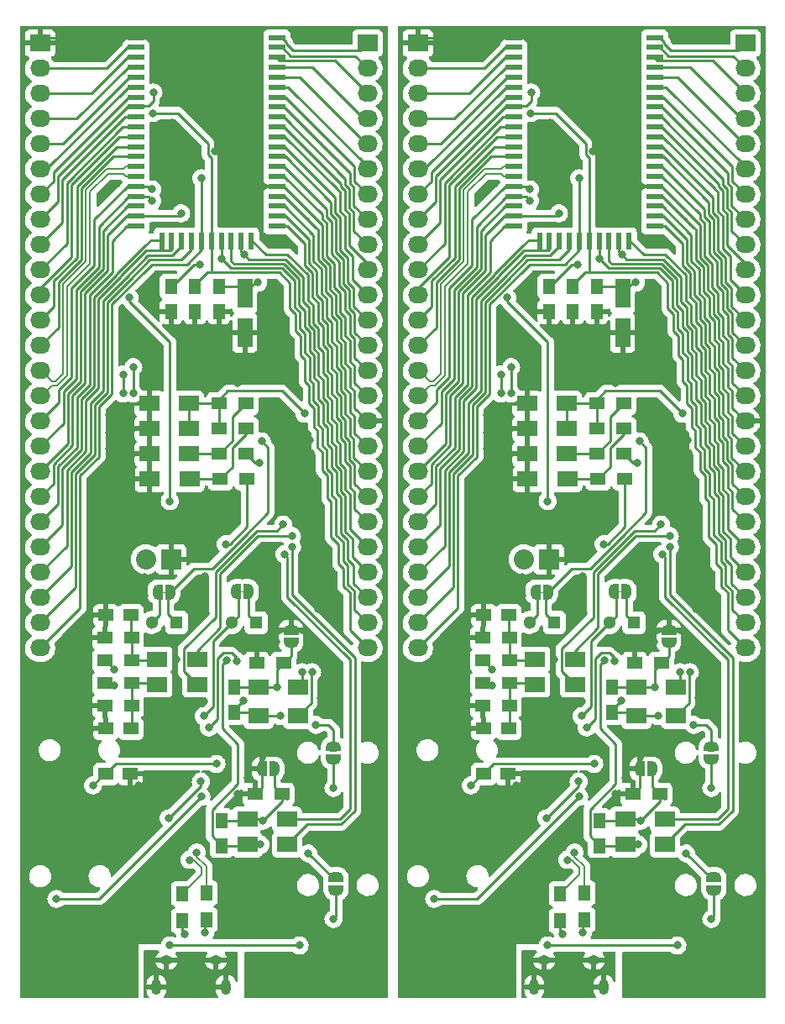
<source format=gbr>
%TF.GenerationSoftware,KiCad,Pcbnew,6.0.10-86aedd382b~118~ubuntu22.04.1*%
%TF.CreationDate,2022-12-28T16:13:35+01:00*%
%TF.ProjectId,BM83_breadboard_adapter_panel,424d3833-5f62-4726-9561-64626f617264,rev?*%
%TF.SameCoordinates,Original*%
%TF.FileFunction,Copper,L2,Bot*%
%TF.FilePolarity,Positive*%
%FSLAX46Y46*%
G04 Gerber Fmt 4.6, Leading zero omitted, Abs format (unit mm)*
G04 Created by KiCad (PCBNEW 6.0.10-86aedd382b~118~ubuntu22.04.1) date 2022-12-28 16:13:35*
%MOMM*%
%LPD*%
G01*
G04 APERTURE LIST*
G04 Aperture macros list*
%AMRoundRect*
0 Rectangle with rounded corners*
0 $1 Rounding radius*
0 $2 $3 $4 $5 $6 $7 $8 $9 X,Y pos of 4 corners*
0 Add a 4 corners polygon primitive as box body*
4,1,4,$2,$3,$4,$5,$6,$7,$8,$9,$2,$3,0*
0 Add four circle primitives for the rounded corners*
1,1,$1+$1,$2,$3*
1,1,$1+$1,$4,$5*
1,1,$1+$1,$6,$7*
1,1,$1+$1,$8,$9*
0 Add four rect primitives between the rounded corners*
20,1,$1+$1,$2,$3,$4,$5,0*
20,1,$1+$1,$4,$5,$6,$7,0*
20,1,$1+$1,$6,$7,$8,$9,0*
20,1,$1+$1,$8,$9,$2,$3,0*%
G04 Aperture macros list end*
%TA.AperFunction,SMDPad,CuDef*%
%ADD10R,1.500000X1.300000*%
%TD*%
%TA.AperFunction,SMDPad,CuDef*%
%ADD11R,2.000000X1.600000*%
%TD*%
%TA.AperFunction,SMDPad,CuDef*%
%ADD12R,1.250000X1.500000*%
%TD*%
%TA.AperFunction,SMDPad,CuDef*%
%ADD13R,1.300000X1.500000*%
%TD*%
%TA.AperFunction,SMDPad,CuDef*%
%ADD14R,1.500000X0.500000*%
%TD*%
%TA.AperFunction,SMDPad,CuDef*%
%ADD15RoundRect,0.500000X0.250000X0.000000X0.250000X0.000000X-0.250000X0.000000X-0.250000X0.000000X0*%
%TD*%
%TA.AperFunction,SMDPad,CuDef*%
%ADD16R,0.500000X1.500000*%
%TD*%
%TA.AperFunction,SMDPad,CuDef*%
%ADD17RoundRect,0.500000X0.000000X0.250000X0.000000X0.250000X0.000000X-0.250000X0.000000X-0.250000X0*%
%TD*%
%TA.AperFunction,SMDPad,CuDef*%
%ADD18RoundRect,0.500000X0.000000X-0.250000X0.000000X-0.250000X0.000000X0.250000X0.000000X0.250000X0*%
%TD*%
%TA.AperFunction,SMDPad,CuDef*%
%ADD19R,1.500000X1.250000*%
%TD*%
%TA.AperFunction,SMDPad,CuDef*%
%ADD20R,1.501140X2.999740*%
%TD*%
%TA.AperFunction,ComponentPad*%
%ADD21R,2.032000X1.727200*%
%TD*%
%TA.AperFunction,ComponentPad*%
%ADD22O,2.032000X1.727200*%
%TD*%
%TA.AperFunction,SMDPad,CuDef*%
%ADD23R,1.700000X0.600000*%
%TD*%
%TA.AperFunction,SMDPad,CuDef*%
%ADD24R,0.600000X1.700000*%
%TD*%
%TA.AperFunction,SMDPad,CuDef*%
%ADD25R,1.780000X1.780000*%
%TD*%
%TA.AperFunction,SMDPad,CuDef*%
%ADD26R,2.790000X0.760000*%
%TD*%
%TA.AperFunction,ComponentPad*%
%ADD27R,2.032000X2.032000*%
%TD*%
%TA.AperFunction,ComponentPad*%
%ADD28O,2.032000X2.032000*%
%TD*%
%TA.AperFunction,ComponentPad*%
%ADD29O,1.250000X0.950000*%
%TD*%
%TA.AperFunction,ComponentPad*%
%ADD30O,1.000000X1.550000*%
%TD*%
%TA.AperFunction,ComponentPad*%
%ADD31R,1.300000X1.300000*%
%TD*%
%TA.AperFunction,ComponentPad*%
%ADD32C,1.300000*%
%TD*%
%TA.AperFunction,ViaPad*%
%ADD33C,0.800000*%
%TD*%
%TA.AperFunction,Conductor*%
%ADD34C,0.250000*%
%TD*%
%TA.AperFunction,Conductor*%
%ADD35C,0.100000*%
%TD*%
%TA.AperFunction,Conductor*%
%ADD36C,0.200000*%
%TD*%
G04 APERTURE END LIST*
D10*
%TO.P,R5,1*%
%TO.N,Net-(C10-Pad2)*%
X204334800Y-150545800D03*
%TO.P,R5,2*%
%TO.N,Net-(R5-Pad2)*%
X201634800Y-150545800D03*
%TD*%
D11*
%TO.P,C1,1*%
%TO.N,/MICBIAS*%
X210171800Y-124891800D03*
%TO.P,C1,2*%
%TO.N,GND*%
X206171800Y-124891800D03*
%TD*%
D10*
%TO.P,R11,1*%
%TO.N,Net-(C18-Pad1)*%
X215872800Y-122351800D03*
%TO.P,R11,2*%
%TO.N,/MICBIAS*%
X213172800Y-122351800D03*
%TD*%
D11*
%TO.P,C11,1*%
%TO.N,Net-(C11-Pad1)*%
X206953800Y-148132800D03*
%TO.P,C11,2*%
%TO.N,/AIL*%
X210953800Y-148132800D03*
%TD*%
D12*
%TO.P,C19,1*%
%TO.N,Net-(C19-Pad1)*%
X213410800Y-166888800D03*
%TO.P,C19,2*%
%TO.N,Net-(C19-Pad2)*%
X213410800Y-164388800D03*
%TD*%
D13*
%TO.P,R9,1*%
%TO.N,Net-(J3-Pad2)*%
X209473800Y-174454800D03*
%TO.P,R9,2*%
%TO.N,/USB_N*%
X209473800Y-171754800D03*
%TD*%
D14*
%TO.P,JP1,1,1*%
%TO.N,Net-(J2-Pad3)*%
X224713800Y-157949800D03*
D15*
X224713800Y-158199800D03*
D14*
%TO.P,JP1,2,2*%
%TO.N,Net-(C16-Pad1)*%
X224713800Y-157149800D03*
D15*
X224713800Y-156899800D03*
%TD*%
D11*
%TO.P,C20,1*%
%TO.N,/MICP2*%
X220014800Y-166801800D03*
%TO.P,C20,2*%
%TO.N,Net-(C19-Pad1)*%
X216014800Y-166801800D03*
%TD*%
%TO.P,C21,1*%
%TO.N,/MICN2*%
X220014800Y-164261800D03*
%TO.P,C21,2*%
%TO.N,Net-(C19-Pad2)*%
X216014800Y-164261800D03*
%TD*%
D16*
%TO.P,JP5,1,1*%
%TO.N,Net-(C19-Pad2)*%
X218509800Y-159181800D03*
D17*
X218759800Y-159181800D03*
D16*
%TO.P,JP5,2,2*%
%TO.N,GND*%
X217709800Y-159181800D03*
D17*
X217459800Y-159181800D03*
%TD*%
D18*
%TO.P,JP6,1,1*%
%TO.N,/AOHPR*%
X206959200Y-141351000D03*
D16*
X207209200Y-141351000D03*
%TO.P,JP6,2,2*%
X208009200Y-141351000D03*
D18*
X208259200Y-141351000D03*
%TD*%
D10*
%TO.P,R2,1*%
%TO.N,Net-(C2-Pad1)*%
X215919800Y-124891800D03*
%TO.P,R2,2*%
%TO.N,/MICBIAS*%
X213219800Y-124891800D03*
%TD*%
D19*
%TO.P,C6,1*%
%TO.N,Net-(C10-Pad2)*%
X204266800Y-155117800D03*
%TO.P,C6,2*%
%TO.N,GND*%
X201766800Y-155117800D03*
%TD*%
%TO.P,C5,1*%
%TO.N,Net-(C11-Pad1)*%
X204266800Y-143687800D03*
%TO.P,C5,2*%
%TO.N,GND*%
X201766800Y-143687800D03*
%TD*%
%TO.P,C9,1*%
%TO.N,GND*%
X204226800Y-159689800D03*
%TO.P,C9,2*%
%TO.N,/AUX_DET*%
X201726800Y-159689800D03*
%TD*%
D20*
%TO.P,C8,1*%
%TO.N,5V*%
X215760300Y-111228820D03*
%TO.P,C8,2*%
%TO.N,GND*%
X215760300Y-115226780D03*
%TD*%
D11*
%TO.P,C10,1*%
%TO.N,/AIR*%
X210953800Y-150672800D03*
%TO.P,C10,2*%
%TO.N,Net-(C10-Pad2)*%
X206953800Y-150672800D03*
%TD*%
D21*
%TO.P,J4,1,Pin_1*%
%TO.N,/DR1*%
X228142800Y-86029800D03*
D22*
%TO.P,J4,2,Pin_2*%
%TO.N,/RFS1*%
X228142800Y-88569800D03*
%TO.P,J4,3,Pin_3*%
%TO.N,/SCLK1*%
X228142800Y-91109800D03*
%TO.P,J4,4,Pin_4*%
%TO.N,/DT1*%
X228142800Y-93649800D03*
%TO.P,J4,5,Pin_5*%
%TO.N,/MCLK1*%
X228142800Y-96189800D03*
%TO.P,J4,6,Pin_6*%
%TO.N,/AOHPR*%
X228142800Y-98729800D03*
%TO.P,J4,7,Pin_7*%
%TO.N,/AOHPM*%
X228142800Y-101269800D03*
%TO.P,J4,8,Pin_8*%
%TO.N,/AOHPL*%
X228142800Y-103809800D03*
%TO.P,J4,9,Pin_9*%
%TO.N,/MICN2*%
X228142800Y-106349800D03*
%TO.P,J4,10,Pin_10*%
%TO.N,/MICP2*%
X228142800Y-108889800D03*
%TO.P,J4,11,Pin_11*%
%TO.N,/AIR*%
X228142800Y-111429800D03*
%TO.P,J4,12,Pin_12*%
%TO.N,/AIL*%
X228142800Y-113969800D03*
%TO.P,J4,13,Pin_13*%
%TO.N,/MICN1*%
X228142800Y-116509800D03*
%TO.P,J4,14,Pin_14*%
%TO.N,/MICP1*%
X228142800Y-119049800D03*
%TO.P,J4,15,Pin_15*%
%TO.N,/MICBIAS*%
X228142800Y-121589800D03*
%TO.P,J4,16,Pin_16*%
%TO.N,GND*%
X228142800Y-124129800D03*
%TO.P,J4,17,Pin_17*%
%TO.N,/DMIC_CLK*%
X228142800Y-126669800D03*
%TO.P,J4,18,Pin_18*%
%TO.N,/DMIC1_R*%
X228142800Y-129209800D03*
%TO.P,J4,19,Pin_19*%
%TO.N,/DMIC1_L*%
X228142800Y-131749800D03*
%TO.P,J4,20,Pin_20*%
%TO.N,/AUX_DET*%
X228142800Y-134289800D03*
%TO.P,J4,21,Pin_21*%
%TO.N,/P2_6*%
X228142800Y-136829800D03*
%TO.P,J4,22,Pin_22*%
%TO.N,5V*%
X228142800Y-139369800D03*
%TO.P,J4,23,Pin_23*%
%TO.N,/BAT_IN*%
X228142800Y-141909800D03*
%TO.P,J4,24,Pin_24*%
%TO.N,/SYS_PWR*%
X228142800Y-144449800D03*
%TO.P,J4,25,Pin_25*%
%TO.N,/VDD_IO*%
X228142800Y-146989800D03*
%TD*%
D13*
%TO.P,R8,1*%
%TO.N,Net-(J3-Pad3)*%
X211886800Y-174374800D03*
%TO.P,R8,2*%
%TO.N,/USB_P*%
X211886800Y-171674800D03*
%TD*%
D10*
%TO.P,R7,1*%
%TO.N,GND*%
X201634800Y-152831800D03*
%TO.P,R7,2*%
%TO.N,Net-(C10-Pad2)*%
X204334800Y-152831800D03*
%TD*%
D12*
%TO.P,C16,1*%
%TO.N,Net-(C16-Pad1)*%
X214680800Y-153446800D03*
%TO.P,C16,2*%
%TO.N,Net-(C16-Pad2)*%
X214680800Y-150946800D03*
%TD*%
D21*
%TO.P,J5,1,Pin_1*%
%TO.N,GND*%
X195122800Y-86029800D03*
D22*
%TO.P,J5,2,Pin_2*%
%TO.N,/TX_IND*%
X195122800Y-88569800D03*
%TO.P,J5,3,Pin_3*%
%TO.N,/CTS*%
X195122800Y-91109800D03*
%TO.P,J5,4,Pin_4*%
%TO.N,/SDA*%
X195122800Y-93649800D03*
%TO.P,J5,5,Pin_5*%
%TO.N,/SCL*%
X195122800Y-96189800D03*
%TO.P,J5,6,Pin_6*%
%TO.N,/P0_7*%
X195122800Y-98729800D03*
%TO.P,J5,7,Pin_7*%
%TO.N,/P0_1*%
X195122800Y-101269800D03*
%TO.P,J5,8,Pin_8*%
%TO.N,/~{RST}*%
X195122800Y-103809800D03*
%TO.P,J5,9,Pin_9*%
%TO.N,/P2_3*%
X195122800Y-106349800D03*
%TO.P,J5,10,Pin_10*%
%TO.N,/P1_6*%
X195122800Y-108889800D03*
%TO.P,J5,11,Pin_11*%
%TO.N,/P0_5*%
X195122800Y-111429800D03*
%TO.P,J5,12,Pin_12*%
%TO.N,/P2_7*%
X195122800Y-113969800D03*
%TO.P,J5,13,Pin_13*%
%TO.N,/P0_3*%
X195122800Y-116509800D03*
%TO.P,J5,14,Pin_14*%
%TO.N,/USB_P*%
X195122800Y-119049800D03*
%TO.P,J5,15,Pin_15*%
%TO.N,/USB_N*%
X195122800Y-121589800D03*
%TO.P,J5,16,Pin_16*%
%TO.N,/P0_6*%
X195122800Y-124129800D03*
%TO.P,J5,17,Pin_17*%
%TO.N,/LED2*%
X195122800Y-126669800D03*
%TO.P,J5,18,Pin_18*%
%TO.N,/P0_2*%
X195122800Y-129209800D03*
%TO.P,J5,19,Pin_19*%
%TO.N,/LED1*%
X195122800Y-131749800D03*
%TO.P,J5,20,Pin_20*%
%TO.N,/P3_4*%
X195122800Y-134289800D03*
%TO.P,J5,21,Pin_21*%
%TO.N,/TXD*%
X195122800Y-136829800D03*
%TO.P,J5,22,Pin_22*%
%TO.N,/RXD*%
X195122800Y-139369800D03*
%TO.P,J5,23,Pin_23*%
%TO.N,/KEY_AD*%
X195122800Y-141909800D03*
%TO.P,J5,24,Pin_24*%
%TO.N,/AMB_DET*%
X195122800Y-144449800D03*
%TO.P,J5,25,Pin_25*%
%TO.N,/MFB*%
X195122800Y-146989800D03*
%TD*%
D11*
%TO.P,C4,1*%
%TO.N,/MICN1*%
X221125800Y-150926800D03*
%TO.P,C4,2*%
%TO.N,Net-(C16-Pad2)*%
X217125800Y-150926800D03*
%TD*%
D10*
%TO.P,R12,1*%
%TO.N,Net-(C19-Pad1)*%
X215919800Y-127431800D03*
%TO.P,R12,2*%
%TO.N,Net-(C18-Pad1)*%
X213219800Y-127431800D03*
%TD*%
D15*
%TO.P,JP2,1,1*%
%TO.N,Net-(C16-Pad2)*%
X220421200Y-146433300D03*
D14*
X220421200Y-146183300D03*
D15*
%TO.P,JP2,2,2*%
%TO.N,GND*%
X220421200Y-145133300D03*
D14*
X220421200Y-145383300D03*
%TD*%
D10*
%TO.P,R3,1*%
%TO.N,Net-(C16-Pad1)*%
X215999800Y-129971800D03*
%TO.P,R3,2*%
%TO.N,Net-(C2-Pad1)*%
X213299800Y-129971800D03*
%TD*%
D11*
%TO.P,C17,1*%
%TO.N,/MICBIAS*%
X210124800Y-122351800D03*
%TO.P,C17,2*%
%TO.N,GND*%
X206124800Y-122351800D03*
%TD*%
%TO.P,C2,1*%
%TO.N,Net-(C2-Pad1)*%
X210187800Y-129971800D03*
%TO.P,C2,2*%
%TO.N,GND*%
X206187800Y-129971800D03*
%TD*%
%TO.P,C18,1*%
%TO.N,Net-(C18-Pad1)*%
X210171800Y-127431800D03*
%TO.P,C18,2*%
%TO.N,GND*%
X206171800Y-127431800D03*
%TD*%
D10*
%TO.P,R1,1*%
%TO.N,Net-(C11-Pad1)*%
X204334800Y-148259800D03*
%TO.P,R1,2*%
%TO.N,Net-(R1-Pad2)*%
X201634800Y-148259800D03*
%TD*%
D14*
%TO.P,JP4,1,1*%
%TO.N,Net-(J6-Pad3)*%
X224967800Y-171138800D03*
D15*
X224967800Y-171388800D03*
%TO.P,JP4,2,2*%
%TO.N,Net-(C19-Pad1)*%
X224967800Y-170088800D03*
D14*
X224967800Y-170338800D03*
%TD*%
D16*
%TO.P,JP7,1,1*%
%TO.N,/AOHPL*%
X215104000Y-141300200D03*
D18*
X214854000Y-141300200D03*
%TO.P,JP7,2,2*%
X216154000Y-141300200D03*
D16*
X215904000Y-141300200D03*
%TD*%
D10*
%TO.P,R6,1*%
%TO.N,GND*%
X201634800Y-145973800D03*
%TO.P,R6,2*%
%TO.N,Net-(C11-Pad1)*%
X204334800Y-145973800D03*
%TD*%
D11*
%TO.P,C3,1*%
%TO.N,/MICP1*%
X221157800Y-153847800D03*
%TO.P,C3,2*%
%TO.N,Net-(C16-Pad1)*%
X217157800Y-153847800D03*
%TD*%
D12*
%TO.P,C14,1*%
%TO.N,/VDD_IO*%
X210743800Y-110560800D03*
%TO.P,C14,2*%
%TO.N,GND*%
X210743800Y-113060800D03*
%TD*%
%TO.P,C7,1*%
%TO.N,5V*%
X213156800Y-110560800D03*
%TO.P,C7,2*%
%TO.N,GND*%
X213156800Y-113060800D03*
%TD*%
%TO.P,C13,1*%
%TO.N,/SYS_PWR*%
X208330800Y-110560800D03*
%TO.P,C13,2*%
%TO.N,GND*%
X208330800Y-113060800D03*
%TD*%
D10*
%TO.P,R4,1*%
%TO.N,GND*%
X216966800Y-148513800D03*
%TO.P,R4,2*%
%TO.N,Net-(C16-Pad2)*%
X219666800Y-148513800D03*
%TD*%
D23*
%TO.P,U1,1,DR1*%
%TO.N,/DR1*%
X218993800Y-85449800D03*
%TO.P,U1,2,RFS1*%
%TO.N,/RFS1*%
X218993800Y-86449800D03*
%TO.P,U1,3,SCLK1*%
%TO.N,/SCLK1*%
X218993800Y-87449800D03*
%TO.P,U1,4,DT1*%
%TO.N,/DT1*%
X218993800Y-88449800D03*
%TO.P,U1,5,MCLK1*%
%TO.N,/MCLK1*%
X218993800Y-89449800D03*
%TO.P,U1,6,AOHPR*%
%TO.N,/AOHPR*%
X218993800Y-90449800D03*
%TO.P,U1,7,AOHPM*%
%TO.N,/AOHPM*%
X218993800Y-91449800D03*
%TO.P,U1,8,AOHPL*%
%TO.N,/AOHPL*%
X218993800Y-92449800D03*
%TO.P,U1,9,MICN2*%
%TO.N,/MICN2*%
X218993800Y-93449800D03*
%TO.P,U1,10,MICP2*%
%TO.N,/MICP2*%
X218993800Y-94449800D03*
%TO.P,U1,11,AIR*%
%TO.N,/AIR*%
X218993800Y-95449800D03*
%TO.P,U1,12,AIL*%
%TO.N,/AIL*%
X218993800Y-96449800D03*
%TO.P,U1,13,MICN1*%
%TO.N,/MICN1*%
X218993800Y-97449800D03*
%TO.P,U1,14,MICP1*%
%TO.N,/MICP1*%
X218993800Y-98449800D03*
%TO.P,U1,15,MICBIAS*%
%TO.N,/MICBIAS*%
X218993800Y-99449800D03*
%TO.P,U1,16,GND*%
%TO.N,GND*%
X218993800Y-100449800D03*
%TO.P,U1,17,DMIC_CLK*%
%TO.N,/DMIC_CLK*%
X218993800Y-101449800D03*
%TO.P,U1,18,DMIC1_R*%
%TO.N,/DMIC1_R*%
X218993800Y-102449800D03*
%TO.P,U1,19,DMIC1_L*%
%TO.N,/DMIC1_L*%
X218993800Y-103449800D03*
%TO.P,U1,20,P3_2*%
%TO.N,/AUX_DET*%
X218993800Y-104449800D03*
D24*
%TO.P,U1,21,P2_6*%
%TO.N,/P2_6*%
X216393800Y-105949800D03*
%TO.P,U1,22,ADAP_IN*%
%TO.N,5V*%
X215393800Y-105949800D03*
%TO.P,U1,23,BAT_IN*%
%TO.N,/BAT_IN*%
X214393800Y-105949800D03*
%TO.P,U1,24,SYS_PWR*%
%TO.N,/SYS_PWR*%
X213393800Y-105949800D03*
%TO.P,U1,25,VDD_IO*%
%TO.N,/VDD_IO*%
X212393800Y-105949800D03*
%TO.P,U1,26,PWR(MFB)*%
%TO.N,/MFB*%
X211393800Y-105949800D03*
%TO.P,U1,27,SKI1_AMB_DET*%
%TO.N,/AMB_DET*%
X210393800Y-105949800D03*
%TO.P,U1,28,SK2_KEY_AD*%
%TO.N,/KEY_AD*%
X209393800Y-105949800D03*
%TO.P,U1,29,P8_6-UART_RXD*%
%TO.N,/RXD*%
X208393800Y-105949800D03*
%TO.P,U1,30,P8_5-UART_TXD*%
%TO.N,/TXD*%
X207393800Y-105949800D03*
D23*
%TO.P,U1,31,P3_4-UART_RTS*%
%TO.N,/P3_4*%
X204793800Y-104449800D03*
%TO.P,U1,32,LED1*%
%TO.N,/LED1*%
X204793800Y-103449800D03*
%TO.P,U1,33,P0_2*%
%TO.N,/P0_2*%
X204793800Y-102449800D03*
%TO.P,U1,34,LED2*%
%TO.N,/LED2*%
X204793800Y-101449800D03*
%TO.P,U1,35,P0_6*%
%TO.N,/P0_6*%
X204793800Y-100449800D03*
%TO.P,U1,36,USB_DM*%
%TO.N,/USB_N*%
X204793800Y-99449800D03*
%TO.P,U1,37,USB_DP*%
%TO.N,/USB_P*%
X204793800Y-98449800D03*
%TO.P,U1,38,P0_3*%
%TO.N,/P0_3*%
X204793800Y-97449800D03*
%TO.P,U1,39,P2_7*%
%TO.N,/P2_7*%
X204793800Y-96449800D03*
%TO.P,U1,40,P0_5*%
%TO.N,/P0_5*%
X204793800Y-95449800D03*
%TO.P,U1,41,P1_6_PWM1*%
%TO.N,/P1_6*%
X204793800Y-94449800D03*
%TO.P,U1,42,P2_3*%
%TO.N,/P2_3*%
X204793800Y-93449800D03*
%TO.P,U1,43,PST_N*%
%TO.N,/~{RST}*%
X204793800Y-92449800D03*
%TO.P,U1,44,P0_1*%
%TO.N,/P0_1*%
X204793800Y-91449800D03*
%TO.P,U1,45,P0_7*%
%TO.N,/P0_7*%
X204793800Y-90449800D03*
%TO.P,U1,46,P1_2_TDI_CPU_SCL*%
%TO.N,/SCL*%
X204793800Y-89449800D03*
%TO.P,U1,47,P1_3-TCK_CPU-SDA*%
%TO.N,/SDA*%
X204793800Y-88449800D03*
%TO.P,U1,48,P3_7-UART_CTS*%
%TO.N,/CTS*%
X204793800Y-87449800D03*
%TO.P,U1,49,P0_0-UART_TX_IND*%
%TO.N,/TX_IND*%
X204793800Y-86449800D03*
%TO.P,U1,50,GND*%
%TO.N,GND*%
X204793800Y-85449800D03*
D25*
%TO.P,U1,56,GND_PAD*%
X207123800Y-95879800D03*
D26*
%TO.P,U1,57,GND_PAD*%
X215183800Y-85769800D03*
%TD*%
D10*
%TO.P,R13,1*%
%TO.N,GND*%
X216806800Y-161721800D03*
%TO.P,R13,2*%
%TO.N,Net-(C19-Pad2)*%
X219506800Y-161721800D03*
%TD*%
D27*
%TO.P,JP3,1,1*%
%TO.N,GND*%
X208330800Y-138036300D03*
D28*
%TO.P,JP3,2,2*%
%TO.N,/P3_4*%
X205790800Y-138036300D03*
%TD*%
D29*
%TO.P,J3,6,Shield*%
%TO.N,Net-(J3-Pad6)*%
X207861900Y-178447260D03*
X212861900Y-178447260D03*
D30*
X213861900Y-181147260D03*
X206861900Y-181147260D03*
%TD*%
D31*
%TO.P,C22,1*%
%TO.N,/AOHPL*%
X216916000Y-144449800D03*
D32*
%TO.P,C22,2*%
X214416000Y-144449800D03*
%TD*%
D31*
%TO.P,C15,1*%
%TO.N,/AOHPR*%
X208889600Y-144399000D03*
D32*
%TO.P,C15,2*%
X206389600Y-144399000D03*
%TD*%
D31*
%TO.P,C15,1*%
%TO.N,/AOHPR*%
X170789600Y-144399000D03*
D32*
%TO.P,C15,2*%
X168289600Y-144399000D03*
%TD*%
D27*
%TO.P,JP3,1,1*%
%TO.N,GND*%
X170230800Y-138036300D03*
D28*
%TO.P,JP3,2,2*%
%TO.N,/P3_4*%
X167690800Y-138036300D03*
%TD*%
D29*
%TO.P,J3,6,Shield*%
%TO.N,Net-(J3-Pad6)*%
X169761900Y-178447260D03*
D30*
X168761900Y-181147260D03*
X175761900Y-181147260D03*
D29*
X174761900Y-178447260D03*
%TD*%
D31*
%TO.P,C22,1*%
%TO.N,/AOHPL*%
X178816000Y-144449800D03*
D32*
%TO.P,C22,2*%
X176316000Y-144449800D03*
%TD*%
D21*
%TO.P,J5,1,Pin_1*%
%TO.N,GND*%
X157022800Y-86029800D03*
D22*
%TO.P,J5,2,Pin_2*%
%TO.N,/TX_IND*%
X157022800Y-88569800D03*
%TO.P,J5,3,Pin_3*%
%TO.N,/CTS*%
X157022800Y-91109800D03*
%TO.P,J5,4,Pin_4*%
%TO.N,/SDA*%
X157022800Y-93649800D03*
%TO.P,J5,5,Pin_5*%
%TO.N,/SCL*%
X157022800Y-96189800D03*
%TO.P,J5,6,Pin_6*%
%TO.N,/P0_7*%
X157022800Y-98729800D03*
%TO.P,J5,7,Pin_7*%
%TO.N,/P0_1*%
X157022800Y-101269800D03*
%TO.P,J5,8,Pin_8*%
%TO.N,/~{RST}*%
X157022800Y-103809800D03*
%TO.P,J5,9,Pin_9*%
%TO.N,/P2_3*%
X157022800Y-106349800D03*
%TO.P,J5,10,Pin_10*%
%TO.N,/P1_6*%
X157022800Y-108889800D03*
%TO.P,J5,11,Pin_11*%
%TO.N,/P0_5*%
X157022800Y-111429800D03*
%TO.P,J5,12,Pin_12*%
%TO.N,/P2_7*%
X157022800Y-113969800D03*
%TO.P,J5,13,Pin_13*%
%TO.N,/P0_3*%
X157022800Y-116509800D03*
%TO.P,J5,14,Pin_14*%
%TO.N,/USB_P*%
X157022800Y-119049800D03*
%TO.P,J5,15,Pin_15*%
%TO.N,/USB_N*%
X157022800Y-121589800D03*
%TO.P,J5,16,Pin_16*%
%TO.N,/P0_6*%
X157022800Y-124129800D03*
%TO.P,J5,17,Pin_17*%
%TO.N,/LED2*%
X157022800Y-126669800D03*
%TO.P,J5,18,Pin_18*%
%TO.N,/P0_2*%
X157022800Y-129209800D03*
%TO.P,J5,19,Pin_19*%
%TO.N,/LED1*%
X157022800Y-131749800D03*
%TO.P,J5,20,Pin_20*%
%TO.N,/P3_4*%
X157022800Y-134289800D03*
%TO.P,J5,21,Pin_21*%
%TO.N,/TXD*%
X157022800Y-136829800D03*
%TO.P,J5,22,Pin_22*%
%TO.N,/RXD*%
X157022800Y-139369800D03*
%TO.P,J5,23,Pin_23*%
%TO.N,/KEY_AD*%
X157022800Y-141909800D03*
%TO.P,J5,24,Pin_24*%
%TO.N,/AMB_DET*%
X157022800Y-144449800D03*
%TO.P,J5,25,Pin_25*%
%TO.N,/MFB*%
X157022800Y-146989800D03*
%TD*%
D21*
%TO.P,J4,1,Pin_1*%
%TO.N,/DR1*%
X190042800Y-86029800D03*
D22*
%TO.P,J4,2,Pin_2*%
%TO.N,/RFS1*%
X190042800Y-88569800D03*
%TO.P,J4,3,Pin_3*%
%TO.N,/SCLK1*%
X190042800Y-91109800D03*
%TO.P,J4,4,Pin_4*%
%TO.N,/DT1*%
X190042800Y-93649800D03*
%TO.P,J4,5,Pin_5*%
%TO.N,/MCLK1*%
X190042800Y-96189800D03*
%TO.P,J4,6,Pin_6*%
%TO.N,/AOHPR*%
X190042800Y-98729800D03*
%TO.P,J4,7,Pin_7*%
%TO.N,/AOHPM*%
X190042800Y-101269800D03*
%TO.P,J4,8,Pin_8*%
%TO.N,/AOHPL*%
X190042800Y-103809800D03*
%TO.P,J4,9,Pin_9*%
%TO.N,/MICN2*%
X190042800Y-106349800D03*
%TO.P,J4,10,Pin_10*%
%TO.N,/MICP2*%
X190042800Y-108889800D03*
%TO.P,J4,11,Pin_11*%
%TO.N,/AIR*%
X190042800Y-111429800D03*
%TO.P,J4,12,Pin_12*%
%TO.N,/AIL*%
X190042800Y-113969800D03*
%TO.P,J4,13,Pin_13*%
%TO.N,/MICN1*%
X190042800Y-116509800D03*
%TO.P,J4,14,Pin_14*%
%TO.N,/MICP1*%
X190042800Y-119049800D03*
%TO.P,J4,15,Pin_15*%
%TO.N,/MICBIAS*%
X190042800Y-121589800D03*
%TO.P,J4,16,Pin_16*%
%TO.N,GND*%
X190042800Y-124129800D03*
%TO.P,J4,17,Pin_17*%
%TO.N,/DMIC_CLK*%
X190042800Y-126669800D03*
%TO.P,J4,18,Pin_18*%
%TO.N,/DMIC1_R*%
X190042800Y-129209800D03*
%TO.P,J4,19,Pin_19*%
%TO.N,/DMIC1_L*%
X190042800Y-131749800D03*
%TO.P,J4,20,Pin_20*%
%TO.N,/AUX_DET*%
X190042800Y-134289800D03*
%TO.P,J4,21,Pin_21*%
%TO.N,/P2_6*%
X190042800Y-136829800D03*
%TO.P,J4,22,Pin_22*%
%TO.N,5V*%
X190042800Y-139369800D03*
%TO.P,J4,23,Pin_23*%
%TO.N,/BAT_IN*%
X190042800Y-141909800D03*
%TO.P,J4,24,Pin_24*%
%TO.N,/SYS_PWR*%
X190042800Y-144449800D03*
%TO.P,J4,25,Pin_25*%
%TO.N,/VDD_IO*%
X190042800Y-146989800D03*
%TD*%
D18*
%TO.P,JP7,1,1*%
%TO.N,/AOHPL*%
X176754000Y-141300200D03*
D16*
X177004000Y-141300200D03*
%TO.P,JP7,2,2*%
X177804000Y-141300200D03*
D18*
X178054000Y-141300200D03*
%TD*%
D12*
%TO.P,C16,1*%
%TO.N,Net-(C16-Pad1)*%
X176580800Y-153446800D03*
%TO.P,C16,2*%
%TO.N,Net-(C16-Pad2)*%
X176580800Y-150946800D03*
%TD*%
D11*
%TO.P,C3,1*%
%TO.N,/MICP1*%
X183057800Y-153847800D03*
%TO.P,C3,2*%
%TO.N,Net-(C16-Pad1)*%
X179057800Y-153847800D03*
%TD*%
D12*
%TO.P,C14,1*%
%TO.N,/VDD_IO*%
X172643800Y-110560800D03*
%TO.P,C14,2*%
%TO.N,GND*%
X172643800Y-113060800D03*
%TD*%
D10*
%TO.P,R6,1*%
%TO.N,GND*%
X163534800Y-145973800D03*
%TO.P,R6,2*%
%TO.N,Net-(C11-Pad1)*%
X166234800Y-145973800D03*
%TD*%
%TO.P,R7,1*%
%TO.N,GND*%
X163534800Y-152831800D03*
%TO.P,R7,2*%
%TO.N,Net-(C10-Pad2)*%
X166234800Y-152831800D03*
%TD*%
%TO.P,R12,1*%
%TO.N,Net-(C19-Pad1)*%
X177819800Y-127431800D03*
%TO.P,R12,2*%
%TO.N,Net-(C18-Pad1)*%
X175119800Y-127431800D03*
%TD*%
D11*
%TO.P,C4,1*%
%TO.N,/MICN1*%
X183025800Y-150926800D03*
%TO.P,C4,2*%
%TO.N,Net-(C16-Pad2)*%
X179025800Y-150926800D03*
%TD*%
D10*
%TO.P,R5,1*%
%TO.N,Net-(C10-Pad2)*%
X166234800Y-150545800D03*
%TO.P,R5,2*%
%TO.N,Net-(R5-Pad2)*%
X163534800Y-150545800D03*
%TD*%
D11*
%TO.P,C18,1*%
%TO.N,Net-(C18-Pad1)*%
X172071800Y-127431800D03*
%TO.P,C18,2*%
%TO.N,GND*%
X168071800Y-127431800D03*
%TD*%
%TO.P,C2,1*%
%TO.N,Net-(C2-Pad1)*%
X172087800Y-129971800D03*
%TO.P,C2,2*%
%TO.N,GND*%
X168087800Y-129971800D03*
%TD*%
D10*
%TO.P,R3,1*%
%TO.N,Net-(C16-Pad1)*%
X177899800Y-129971800D03*
%TO.P,R3,2*%
%TO.N,Net-(C2-Pad1)*%
X175199800Y-129971800D03*
%TD*%
D11*
%TO.P,C1,1*%
%TO.N,/MICBIAS*%
X172071800Y-124891800D03*
%TO.P,C1,2*%
%TO.N,GND*%
X168071800Y-124891800D03*
%TD*%
D12*
%TO.P,C7,1*%
%TO.N,5V*%
X175056800Y-110560800D03*
%TO.P,C7,2*%
%TO.N,GND*%
X175056800Y-113060800D03*
%TD*%
D13*
%TO.P,R8,1*%
%TO.N,Net-(J3-Pad3)*%
X173786800Y-174374800D03*
%TO.P,R8,2*%
%TO.N,/USB_P*%
X173786800Y-171674800D03*
%TD*%
D20*
%TO.P,C8,1*%
%TO.N,5V*%
X177660300Y-111228820D03*
%TO.P,C8,2*%
%TO.N,GND*%
X177660300Y-115226780D03*
%TD*%
D11*
%TO.P,C17,1*%
%TO.N,/MICBIAS*%
X172024800Y-122351800D03*
%TO.P,C17,2*%
%TO.N,GND*%
X168024800Y-122351800D03*
%TD*%
D19*
%TO.P,C9,1*%
%TO.N,GND*%
X166126800Y-159689800D03*
%TO.P,C9,2*%
%TO.N,/AUX_DET*%
X163626800Y-159689800D03*
%TD*%
D14*
%TO.P,JP1,1,1*%
%TO.N,Net-(J2-Pad3)*%
X186613800Y-157949800D03*
D15*
X186613800Y-158199800D03*
D14*
%TO.P,JP1,2,2*%
%TO.N,Net-(C16-Pad1)*%
X186613800Y-157149800D03*
D15*
X186613800Y-156899800D03*
%TD*%
D18*
%TO.P,JP6,1,1*%
%TO.N,/AOHPR*%
X168859200Y-141351000D03*
D16*
X169109200Y-141351000D03*
D18*
%TO.P,JP6,2,2*%
X170159200Y-141351000D03*
D16*
X169909200Y-141351000D03*
%TD*%
D10*
%TO.P,R13,1*%
%TO.N,GND*%
X178706800Y-161721800D03*
%TO.P,R13,2*%
%TO.N,Net-(C19-Pad2)*%
X181406800Y-161721800D03*
%TD*%
D12*
%TO.P,C13,1*%
%TO.N,/SYS_PWR*%
X170230800Y-110560800D03*
%TO.P,C13,2*%
%TO.N,GND*%
X170230800Y-113060800D03*
%TD*%
D17*
%TO.P,JP5,1,1*%
%TO.N,Net-(C19-Pad2)*%
X180659800Y-159181800D03*
D16*
X180409800Y-159181800D03*
%TO.P,JP5,2,2*%
%TO.N,GND*%
X179609800Y-159181800D03*
D17*
X179359800Y-159181800D03*
%TD*%
D11*
%TO.P,C20,1*%
%TO.N,/MICP2*%
X181914800Y-166801800D03*
%TO.P,C20,2*%
%TO.N,Net-(C19-Pad1)*%
X177914800Y-166801800D03*
%TD*%
D13*
%TO.P,R9,1*%
%TO.N,Net-(J3-Pad2)*%
X171373800Y-174454800D03*
%TO.P,R9,2*%
%TO.N,/USB_N*%
X171373800Y-171754800D03*
%TD*%
D19*
%TO.P,C6,1*%
%TO.N,Net-(C10-Pad2)*%
X166166800Y-155117800D03*
%TO.P,C6,2*%
%TO.N,GND*%
X163666800Y-155117800D03*
%TD*%
D14*
%TO.P,JP4,1,1*%
%TO.N,Net-(J6-Pad3)*%
X186867800Y-171138800D03*
D15*
X186867800Y-171388800D03*
D14*
%TO.P,JP4,2,2*%
%TO.N,Net-(C19-Pad1)*%
X186867800Y-170338800D03*
D15*
X186867800Y-170088800D03*
%TD*%
D11*
%TO.P,C21,1*%
%TO.N,/MICN2*%
X181914800Y-164261800D03*
%TO.P,C21,2*%
%TO.N,Net-(C19-Pad2)*%
X177914800Y-164261800D03*
%TD*%
D10*
%TO.P,R1,1*%
%TO.N,Net-(C11-Pad1)*%
X166234800Y-148259800D03*
%TO.P,R1,2*%
%TO.N,Net-(R1-Pad2)*%
X163534800Y-148259800D03*
%TD*%
D11*
%TO.P,C11,1*%
%TO.N,Net-(C11-Pad1)*%
X168853800Y-148132800D03*
%TO.P,C11,2*%
%TO.N,/AIL*%
X172853800Y-148132800D03*
%TD*%
D10*
%TO.P,R2,1*%
%TO.N,Net-(C2-Pad1)*%
X177819800Y-124891800D03*
%TO.P,R2,2*%
%TO.N,/MICBIAS*%
X175119800Y-124891800D03*
%TD*%
D19*
%TO.P,C5,1*%
%TO.N,Net-(C11-Pad1)*%
X166166800Y-143687800D03*
%TO.P,C5,2*%
%TO.N,GND*%
X163666800Y-143687800D03*
%TD*%
D12*
%TO.P,C19,1*%
%TO.N,Net-(C19-Pad1)*%
X175310800Y-166888800D03*
%TO.P,C19,2*%
%TO.N,Net-(C19-Pad2)*%
X175310800Y-164388800D03*
%TD*%
D15*
%TO.P,JP2,1,1*%
%TO.N,Net-(C16-Pad2)*%
X182321200Y-146433300D03*
D14*
X182321200Y-146183300D03*
D15*
%TO.P,JP2,2,2*%
%TO.N,GND*%
X182321200Y-145133300D03*
D14*
X182321200Y-145383300D03*
%TD*%
D11*
%TO.P,C10,1*%
%TO.N,/AIR*%
X172853800Y-150672800D03*
%TO.P,C10,2*%
%TO.N,Net-(C10-Pad2)*%
X168853800Y-150672800D03*
%TD*%
D23*
%TO.P,U1,1,DR1*%
%TO.N,/DR1*%
X180893800Y-85449800D03*
%TO.P,U1,2,RFS1*%
%TO.N,/RFS1*%
X180893800Y-86449800D03*
%TO.P,U1,3,SCLK1*%
%TO.N,/SCLK1*%
X180893800Y-87449800D03*
%TO.P,U1,4,DT1*%
%TO.N,/DT1*%
X180893800Y-88449800D03*
%TO.P,U1,5,MCLK1*%
%TO.N,/MCLK1*%
X180893800Y-89449800D03*
%TO.P,U1,6,AOHPR*%
%TO.N,/AOHPR*%
X180893800Y-90449800D03*
%TO.P,U1,7,AOHPM*%
%TO.N,/AOHPM*%
X180893800Y-91449800D03*
%TO.P,U1,8,AOHPL*%
%TO.N,/AOHPL*%
X180893800Y-92449800D03*
%TO.P,U1,9,MICN2*%
%TO.N,/MICN2*%
X180893800Y-93449800D03*
%TO.P,U1,10,MICP2*%
%TO.N,/MICP2*%
X180893800Y-94449800D03*
%TO.P,U1,11,AIR*%
%TO.N,/AIR*%
X180893800Y-95449800D03*
%TO.P,U1,12,AIL*%
%TO.N,/AIL*%
X180893800Y-96449800D03*
%TO.P,U1,13,MICN1*%
%TO.N,/MICN1*%
X180893800Y-97449800D03*
%TO.P,U1,14,MICP1*%
%TO.N,/MICP1*%
X180893800Y-98449800D03*
%TO.P,U1,15,MICBIAS*%
%TO.N,/MICBIAS*%
X180893800Y-99449800D03*
%TO.P,U1,16,GND*%
%TO.N,GND*%
X180893800Y-100449800D03*
%TO.P,U1,17,DMIC_CLK*%
%TO.N,/DMIC_CLK*%
X180893800Y-101449800D03*
%TO.P,U1,18,DMIC1_R*%
%TO.N,/DMIC1_R*%
X180893800Y-102449800D03*
%TO.P,U1,19,DMIC1_L*%
%TO.N,/DMIC1_L*%
X180893800Y-103449800D03*
%TO.P,U1,20,P3_2*%
%TO.N,/AUX_DET*%
X180893800Y-104449800D03*
D24*
%TO.P,U1,21,P2_6*%
%TO.N,/P2_6*%
X178293800Y-105949800D03*
%TO.P,U1,22,ADAP_IN*%
%TO.N,5V*%
X177293800Y-105949800D03*
%TO.P,U1,23,BAT_IN*%
%TO.N,/BAT_IN*%
X176293800Y-105949800D03*
%TO.P,U1,24,SYS_PWR*%
%TO.N,/SYS_PWR*%
X175293800Y-105949800D03*
%TO.P,U1,25,VDD_IO*%
%TO.N,/VDD_IO*%
X174293800Y-105949800D03*
%TO.P,U1,26,PWR(MFB)*%
%TO.N,/MFB*%
X173293800Y-105949800D03*
%TO.P,U1,27,SKI1_AMB_DET*%
%TO.N,/AMB_DET*%
X172293800Y-105949800D03*
%TO.P,U1,28,SK2_KEY_AD*%
%TO.N,/KEY_AD*%
X171293800Y-105949800D03*
%TO.P,U1,29,P8_6-UART_RXD*%
%TO.N,/RXD*%
X170293800Y-105949800D03*
%TO.P,U1,30,P8_5-UART_TXD*%
%TO.N,/TXD*%
X169293800Y-105949800D03*
D23*
%TO.P,U1,31,P3_4-UART_RTS*%
%TO.N,/P3_4*%
X166693800Y-104449800D03*
%TO.P,U1,32,LED1*%
%TO.N,/LED1*%
X166693800Y-103449800D03*
%TO.P,U1,33,P0_2*%
%TO.N,/P0_2*%
X166693800Y-102449800D03*
%TO.P,U1,34,LED2*%
%TO.N,/LED2*%
X166693800Y-101449800D03*
%TO.P,U1,35,P0_6*%
%TO.N,/P0_6*%
X166693800Y-100449800D03*
%TO.P,U1,36,USB_DM*%
%TO.N,/USB_N*%
X166693800Y-99449800D03*
%TO.P,U1,37,USB_DP*%
%TO.N,/USB_P*%
X166693800Y-98449800D03*
%TO.P,U1,38,P0_3*%
%TO.N,/P0_3*%
X166693800Y-97449800D03*
%TO.P,U1,39,P2_7*%
%TO.N,/P2_7*%
X166693800Y-96449800D03*
%TO.P,U1,40,P0_5*%
%TO.N,/P0_5*%
X166693800Y-95449800D03*
%TO.P,U1,41,P1_6_PWM1*%
%TO.N,/P1_6*%
X166693800Y-94449800D03*
%TO.P,U1,42,P2_3*%
%TO.N,/P2_3*%
X166693800Y-93449800D03*
%TO.P,U1,43,PST_N*%
%TO.N,/~{RST}*%
X166693800Y-92449800D03*
%TO.P,U1,44,P0_1*%
%TO.N,/P0_1*%
X166693800Y-91449800D03*
%TO.P,U1,45,P0_7*%
%TO.N,/P0_7*%
X166693800Y-90449800D03*
%TO.P,U1,46,P1_2_TDI_CPU_SCL*%
%TO.N,/SCL*%
X166693800Y-89449800D03*
%TO.P,U1,47,P1_3-TCK_CPU-SDA*%
%TO.N,/SDA*%
X166693800Y-88449800D03*
%TO.P,U1,48,P3_7-UART_CTS*%
%TO.N,/CTS*%
X166693800Y-87449800D03*
%TO.P,U1,49,P0_0-UART_TX_IND*%
%TO.N,/TX_IND*%
X166693800Y-86449800D03*
%TO.P,U1,50,GND*%
%TO.N,GND*%
X166693800Y-85449800D03*
D25*
%TO.P,U1,56,GND_PAD*%
X169023800Y-95879800D03*
D26*
%TO.P,U1,57,GND_PAD*%
X177083800Y-85769800D03*
%TD*%
D10*
%TO.P,R11,1*%
%TO.N,Net-(C18-Pad1)*%
X177772800Y-122351800D03*
%TO.P,R11,2*%
%TO.N,/MICBIAS*%
X175072800Y-122351800D03*
%TD*%
%TO.P,R4,1*%
%TO.N,GND*%
X178866800Y-148513800D03*
%TO.P,R4,2*%
%TO.N,Net-(C16-Pad2)*%
X181566800Y-148513800D03*
%TD*%
D33*
%TO.N,Net-(C16-Pad1)*%
X219379800Y-153847800D03*
%TO.N,GND*%
X217220800Y-170230800D03*
X218363800Y-106095800D03*
%TO.N,5V*%
X221284800Y-176961800D03*
%TO.N,GND*%
X224713800Y-149529800D03*
X208838800Y-148132800D03*
X213410800Y-118668800D03*
X212775800Y-93649800D03*
X212775800Y-91871800D03*
X200329800Y-141655800D03*
X206298800Y-152577800D03*
X218935300Y-144513300D03*
X228015800Y-180644800D03*
X203885800Y-132130800D03*
X213410800Y-120319800D03*
X199948800Y-163753800D03*
X213664800Y-175691800D03*
X224713800Y-143179800D03*
X203377800Y-165023800D03*
X222808800Y-166039800D03*
X209092800Y-101396800D03*
X208902300Y-133908800D03*
X226237800Y-168960800D03*
X220903800Y-178739800D03*
X205663800Y-141719300D03*
X194614800Y-163245800D03*
X223189800Y-138607800D03*
X216839800Y-98094800D03*
X197281800Y-179247800D03*
X207568800Y-89204800D03*
X204139800Y-176199800D03*
X222808800Y-131368800D03*
X217601800Y-111937800D03*
X222808800Y-129971800D03*
X197662800Y-170611800D03*
X200329800Y-174040800D03*
X211759800Y-135051800D03*
X208965800Y-150418800D03*
X211950300Y-136639300D03*
X215061800Y-101396800D03*
X213410800Y-117144800D03*
X203885800Y-133591300D03*
X211759800Y-118668800D03*
%TO.N,Net-(C16-Pad2)*%
X218998800Y-150926800D03*
%TO.N,GND*%
X201599800Y-163753800D03*
X199948800Y-162229800D03*
X220776800Y-170230800D03*
X216839800Y-101396800D03*
X194614800Y-165023800D03*
X215442800Y-172135800D03*
X202107800Y-130352800D03*
X206298800Y-154609800D03*
X207378300Y-135559800D03*
X228015800Y-174294800D03*
X214807800Y-91871800D03*
X216204800Y-157911800D03*
X202107800Y-136194800D03*
X207568800Y-91871800D03*
X197027800Y-163245800D03*
X224459800Y-178739800D03*
X210997800Y-93649800D03*
X205917800Y-174802800D03*
%TO.N,Net-(C16-Pad1)*%
X215595200Y-152323800D03*
%TO.N,GND*%
X195503800Y-177469800D03*
X223189800Y-140131800D03*
X228142800Y-149021800D03*
X218998800Y-112572800D03*
X193725800Y-180898800D03*
X194614800Y-156387800D03*
X211785200Y-143484600D03*
X221538800Y-85140800D03*
X218998800Y-175691800D03*
X215442800Y-168706800D03*
X199948800Y-154609800D03*
X198932800Y-180898800D03*
X209092800Y-89204800D03*
X207568800Y-167563800D03*
X197916800Y-146100800D03*
X205028800Y-163753800D03*
X217220800Y-174040800D03*
X208965800Y-152704800D03*
X222554800Y-172389800D03*
X223189800Y-141655800D03*
X224459800Y-167436800D03*
X205663800Y-139877800D03*
X213664800Y-168706800D03*
X209092800Y-87426800D03*
X203377800Y-167309800D03*
%TO.N,/MICBIAS*%
X221792800Y-123367800D03*
%TO.N,GND*%
X200329800Y-130352800D03*
X212775800Y-89204800D03*
X202107800Y-133654800D03*
X212775800Y-87426800D03*
X202107800Y-128574800D03*
X199821800Y-146100800D03*
X213664800Y-170230800D03*
X224459800Y-175818800D03*
X208432400Y-94030800D03*
X202107800Y-176961800D03*
X213918800Y-160197800D03*
X194614800Y-166801800D03*
X203758800Y-128828800D03*
X221157800Y-160959800D03*
X205917800Y-176199800D03*
X199948800Y-157784800D03*
X210997800Y-89204800D03*
X207568800Y-87426800D03*
X212775800Y-85775800D03*
X211759800Y-120319800D03*
X215442800Y-174040800D03*
X219760800Y-106095800D03*
X220649800Y-156768800D03*
X203504800Y-117398800D03*
X223189800Y-148132800D03*
X198043800Y-162229800D03*
X200329800Y-175691800D03*
X215061800Y-161721800D03*
X210997800Y-85775800D03*
X222935800Y-160832800D03*
X206298800Y-156641800D03*
X224713800Y-144449800D03*
X209245200Y-142722600D03*
X229412800Y-150418800D03*
X216839800Y-103047800D03*
X219125800Y-156768800D03*
X212775800Y-96951800D03*
X205917800Y-173278800D03*
X213347300Y-135051800D03*
X226237800Y-180644800D03*
X223443800Y-153466800D03*
X205536800Y-117398800D03*
X213918800Y-104190800D03*
X199313800Y-86918800D03*
X224459800Y-180644800D03*
X199313800Y-170611800D03*
X217665300Y-141211300D03*
X209473800Y-117144800D03*
X202107800Y-137972800D03*
X220776800Y-174040800D03*
X209092800Y-99364800D03*
X220903800Y-180644800D03*
X208965800Y-154609800D03*
X223189800Y-143052800D03*
X209092800Y-169595800D03*
X222427800Y-127304800D03*
X199948800Y-156260800D03*
X212775800Y-95427800D03*
X193725800Y-179120800D03*
X223443800Y-152069800D03*
X205028800Y-162229800D03*
X213283800Y-131749800D03*
X217220800Y-172135800D03*
X200329800Y-137972800D03*
X198043800Y-159308800D03*
X204012800Y-139877800D03*
X228142800Y-164261800D03*
X217601800Y-139623800D03*
X196265800Y-151180800D03*
X200329800Y-136194800D03*
X197916800Y-147751800D03*
X222808800Y-134416800D03*
X224713800Y-141655800D03*
X207187800Y-117398800D03*
X201599800Y-165023800D03*
X205028800Y-165023800D03*
X202107800Y-125272800D03*
X210997800Y-87426800D03*
X216839800Y-99745800D03*
X204012800Y-171627800D03*
X217474800Y-156768800D03*
X228142800Y-162737800D03*
X211759800Y-131749800D03*
X204012800Y-141655800D03*
X209092800Y-97205800D03*
X203885800Y-130479800D03*
X218998800Y-168579800D03*
X213410800Y-101396800D03*
X207568800Y-171627800D03*
X196519800Y-154736800D03*
X198805800Y-174040800D03*
X202107800Y-132130800D03*
X215061800Y-118668800D03*
X228015800Y-172770800D03*
X208711800Y-114858800D03*
X199948800Y-159308800D03*
X228142800Y-160959800D03*
X217982800Y-113588800D03*
X202107800Y-123494800D03*
X202687800Y-85449800D03*
X222935800Y-159308800D03*
X224459800Y-166039800D03*
X207568800Y-174802800D03*
X222427800Y-128574800D03*
X213029800Y-156260800D03*
X209410300Y-131813300D03*
X224840800Y-153466800D03*
X199948800Y-165023800D03*
X211759800Y-133400800D03*
X223570800Y-85140800D03*
X220776800Y-175691800D03*
X215315800Y-155371800D03*
X215442800Y-175691800D03*
X223189800Y-156260800D03*
X199821800Y-144322800D03*
X217665300Y-146418300D03*
X213664800Y-174040800D03*
X208711800Y-146291300D03*
X205536800Y-134162800D03*
X214617300Y-134289800D03*
X222554800Y-174040800D03*
X204139800Y-174802800D03*
X197281800Y-175691800D03*
X229666800Y-180644800D03*
X199948800Y-167309800D03*
X198805800Y-169087800D03*
X211632800Y-152387300D03*
X218998800Y-170230800D03*
X217601800Y-138226800D03*
X218998800Y-174040800D03*
X196519800Y-152831800D03*
X222300800Y-126034800D03*
X198043800Y-157784800D03*
X229412800Y-148894800D03*
X196265800Y-149402800D03*
X221157800Y-159308800D03*
X197027800Y-169087800D03*
X215061800Y-120319800D03*
X207568800Y-173278800D03*
X211886800Y-117144800D03*
X208838800Y-159943800D03*
X218871800Y-110921800D03*
X224713800Y-148132800D03*
X197535800Y-86918800D03*
X202107800Y-139877800D03*
X228015800Y-178739800D03*
X223189800Y-135813800D03*
X199821800Y-151180800D03*
X228015800Y-175691800D03*
X214934800Y-96951800D03*
X197916800Y-151180800D03*
X200909800Y-85449800D03*
X203377800Y-163753800D03*
X208838800Y-161848800D03*
X224840800Y-152069800D03*
X200329800Y-133654800D03*
X218871800Y-142735300D03*
X200329800Y-132130800D03*
X222808800Y-132892800D03*
X206108300Y-146164300D03*
X205790800Y-169595800D03*
X216077800Y-160070800D03*
X228142800Y-150418800D03*
X228142800Y-159181800D03*
X194614800Y-149402800D03*
X205028800Y-160832800D03*
X211734400Y-141605000D03*
X223189800Y-137210800D03*
X200964800Y-86918800D03*
X225983800Y-85140800D03*
X218948000Y-146385280D03*
X199821800Y-147624800D03*
X207314800Y-134099300D03*
X223189800Y-146608800D03*
X218998800Y-155371800D03*
X203758800Y-127050800D03*
X199821800Y-149402800D03*
X215442800Y-170230800D03*
X201599800Y-167309800D03*
X202107800Y-126923800D03*
X198043800Y-156260800D03*
X222554800Y-178739800D03*
X216458800Y-146431000D03*
X216839800Y-89966800D03*
X202107800Y-141655800D03*
X224713800Y-140131800D03*
X213664800Y-156895800D03*
X226237800Y-178739800D03*
X194614800Y-157911800D03*
X194614800Y-168452800D03*
%TO.N,/MICP2*%
X220522800Y-136829800D03*
%TO.N,/AOHPL*%
X211334565Y-160451800D03*
X211632800Y-153847800D03*
%TO.N,/AOHPM*%
X212140800Y-154990800D03*
%TO.N,/LED2*%
X206432023Y-101904800D03*
%TO.N,GND*%
X193725800Y-177469800D03*
X197916800Y-149402800D03*
%TO.N,/MICN2*%
X219760800Y-137528300D03*
%TO.N,/AOHPL*%
X208076800Y-164134800D03*
%TO.N,/AOHPM*%
X214917420Y-148261558D03*
X211378800Y-161975800D03*
%TO.N,/LED1*%
X209346800Y-103174800D03*
%TO.N,/AOHPM*%
X196773800Y-172262800D03*
%TO.N,GND*%
X195503800Y-180898800D03*
X218998800Y-172135800D03*
%TO.N,/P0_2*%
X203504800Y-119394800D03*
%TO.N,Net-(C19-Pad1)*%
X213918800Y-148209000D03*
%TO.N,/P0_6*%
X206425800Y-100761800D03*
%TO.N,/VDD_IO*%
X206462459Y-93078728D03*
%TO.N,GND*%
X206044800Y-159816800D03*
%TO.N,Net-(J3-Pad2)*%
X209727800Y-175818800D03*
%TO.N,/USB_P*%
X210927029Y-167588223D03*
%TO.N,Net-(J3-Pad3)*%
X211759800Y-175691800D03*
%TO.N,/MFB*%
X211378800Y-99618800D03*
%TO.N,Net-(C19-Pad1)*%
X222173800Y-167690800D03*
%TO.N,/P0_2*%
X203504800Y-121335800D03*
%TO.N,GND*%
X216839800Y-93522800D03*
%TO.N,5V*%
X217093800Y-110159800D03*
%TO.N,GND*%
X211734400Y-139776200D03*
X198805800Y-175691800D03*
X197281800Y-177469800D03*
X217220800Y-175691800D03*
X202107800Y-178993800D03*
X209169000Y-95605600D03*
X213664800Y-172135800D03*
X229666800Y-178739800D03*
X222554800Y-180644800D03*
X213029800Y-161086800D03*
X201218800Y-101777800D03*
X220776800Y-172135800D03*
%TO.N,5V*%
X215696800Y-107365800D03*
%TO.N,GND*%
X210997800Y-91871800D03*
%TO.N,/USB_N*%
X210184565Y-168330687D03*
%TO.N,GND*%
X199258800Y-85449800D03*
X205600300Y-135559800D03*
%TO.N,5V*%
X208203800Y-176961800D03*
%TO.N,GND*%
X217627200Y-142722600D03*
X202869800Y-100253800D03*
X194614800Y-151180800D03*
X213283800Y-133400800D03*
%TO.N,Net-(C16-Pad1)*%
X213855300Y-136512300D03*
%TO.N,/P0_3*%
X204520800Y-121335800D03*
%TO.N,/AIL*%
X220522800Y-135686800D03*
%TO.N,Net-(C19-Pad1)*%
X217220800Y-128320800D03*
%TO.N,/SYS_PWR*%
X211251800Y-108381800D03*
%TO.N,Net-(J6-Pad3)*%
X224713800Y-174294800D03*
%TO.N,/SYS_PWR*%
X213393800Y-107729800D03*
%TO.N,/AIR*%
X219633800Y-134543800D03*
%TO.N,GND*%
X206044800Y-161467800D03*
%TO.N,Net-(R1-Pad2)*%
X202615800Y-149148800D03*
%TO.N,/P0_3*%
X204520800Y-118668800D03*
%TO.N,/P0_5*%
X204139800Y-111683800D03*
%TO.N,Net-(R5-Pad2)*%
X202615800Y-150799800D03*
%TO.N,/~{RST}*%
X206552800Y-90982800D03*
%TO.N,GND*%
X197535800Y-85449800D03*
X200329800Y-139877800D03*
%TO.N,/MICN1*%
X221538800Y-149402800D03*
%TO.N,Net-(C16-Pad1)*%
X222935800Y-154736800D03*
%TO.N,/AOHPR*%
X217474800Y-126161800D03*
%TO.N,/AUX_DET*%
X212902800Y-158673800D03*
%TO.N,Net-(C19-Pad2)*%
X217601800Y-164388800D03*
%TO.N,GND*%
X197281800Y-174040800D03*
X209092800Y-91871800D03*
X206044800Y-163118800D03*
%TO.N,/MICP1*%
X222554800Y-149402800D03*
%TO.N,GND*%
X208965800Y-156641800D03*
X222554800Y-175691800D03*
X208965800Y-135496300D03*
%TO.N,Net-(C19-Pad1)*%
X217347800Y-166801800D03*
%TO.N,GND*%
X197281800Y-180898800D03*
%TO.N,/AUX_DET*%
X200456800Y-160832800D03*
%TO.N,Net-(J2-Pad3)*%
X224713800Y-161086800D03*
%TO.N,GND*%
X195503800Y-179120800D03*
%TO.N,/P0_5*%
X208203800Y-132194300D03*
%TO.N,GND*%
X216839800Y-91871800D03*
X226237800Y-167563800D03*
X217220800Y-168579800D03*
X167500300Y-135559800D03*
X156514800Y-165023800D03*
X173659800Y-118668800D03*
X175310800Y-117144800D03*
X176961800Y-101396800D03*
X173659800Y-135051800D03*
X170865800Y-150418800D03*
X159181800Y-177469800D03*
X163118800Y-101777800D03*
X184454800Y-180644800D03*
X167944800Y-161467800D03*
X191566800Y-178739800D03*
X175564800Y-172135800D03*
X164007800Y-178993800D03*
X179120800Y-175691800D03*
X179527200Y-142722600D03*
X159435800Y-85449800D03*
X156514800Y-151180800D03*
X173634400Y-139776200D03*
X172897800Y-91871800D03*
X182676800Y-172135800D03*
X160705800Y-175691800D03*
X171069000Y-95605600D03*
X175564800Y-170230800D03*
X167817800Y-173278800D03*
X161158800Y-85449800D03*
X159181800Y-174040800D03*
X186740800Y-153466800D03*
X164769800Y-100253800D03*
X170865800Y-154609800D03*
X180898800Y-112572800D03*
X188137800Y-180644800D03*
X156514800Y-166801800D03*
X175818800Y-160197800D03*
X174675800Y-89204800D03*
X183057800Y-160959800D03*
X165658800Y-128828800D03*
X174675800Y-91871800D03*
X174675800Y-93649800D03*
X174675800Y-85775800D03*
X176961800Y-161721800D03*
X159943800Y-162229800D03*
X162229800Y-175691800D03*
X172897800Y-89204800D03*
X161848800Y-157784800D03*
X181660800Y-106095800D03*
X177342800Y-174040800D03*
X186613800Y-149529800D03*
X171310300Y-131813300D03*
X161213800Y-170611800D03*
X172897800Y-93649800D03*
X178739800Y-98094800D03*
X173659800Y-120319800D03*
X155625800Y-180898800D03*
X180835300Y-144513300D03*
X170992800Y-91871800D03*
X175818800Y-104190800D03*
X165277800Y-165023800D03*
X170738800Y-148132800D03*
X170865800Y-156641800D03*
X182803800Y-178739800D03*
X167436800Y-117398800D03*
X161213800Y-86918800D03*
X190042800Y-149021800D03*
X174675800Y-96951800D03*
X175247300Y-135051800D03*
X172897800Y-85775800D03*
X161848800Y-165023800D03*
X162229800Y-139877800D03*
X167944800Y-163118800D03*
X175183800Y-131749800D03*
X173659800Y-133400800D03*
X167817800Y-174802800D03*
X185343800Y-153466800D03*
X167944800Y-159816800D03*
X170992800Y-99364800D03*
X179501800Y-111937800D03*
X182676800Y-174040800D03*
X186359800Y-175818800D03*
X171373800Y-117144800D03*
X179565300Y-141211300D03*
X166039800Y-176199800D03*
X176707800Y-91871800D03*
X166928800Y-165023800D03*
X164007800Y-137972800D03*
X175564800Y-175691800D03*
X186613800Y-143179800D03*
X165912800Y-139877800D03*
X185089800Y-143052800D03*
X182803800Y-180644800D03*
X174675800Y-95427800D03*
X161848800Y-156260800D03*
X170992800Y-169595800D03*
X184327800Y-127304800D03*
X184708800Y-166039800D03*
X164007800Y-130352800D03*
X159562800Y-170611800D03*
X177342800Y-172135800D03*
X162229800Y-130352800D03*
X162229800Y-174040800D03*
X165785800Y-133591300D03*
X173850300Y-136639300D03*
X184835800Y-160832800D03*
X178739800Y-101396800D03*
X189915800Y-174294800D03*
X168198800Y-152577800D03*
X181025800Y-156768800D03*
X162229800Y-141655800D03*
X165404800Y-117398800D03*
X182549800Y-156768800D03*
X175310800Y-118668800D03*
X155625800Y-177469800D03*
X185089800Y-140131800D03*
X159816800Y-149402800D03*
X174929800Y-161086800D03*
X180898800Y-172135800D03*
X169468800Y-87426800D03*
X157403800Y-180898800D03*
X180263800Y-106095800D03*
X186359800Y-178739800D03*
X170332400Y-94030800D03*
X173532800Y-152387300D03*
X182676800Y-170230800D03*
X178104800Y-157911800D03*
X161721800Y-149402800D03*
X168198800Y-154609800D03*
X186740800Y-152069800D03*
X159816800Y-151180800D03*
X161721800Y-146100800D03*
X185089800Y-138607800D03*
X168198800Y-156641800D03*
X188137800Y-167563800D03*
X165785800Y-132130800D03*
X186613800Y-140131800D03*
X185470800Y-85140800D03*
X170738800Y-161848800D03*
X167690800Y-169595800D03*
X178739800Y-89966800D03*
X163499800Y-167309800D03*
X178739800Y-93522800D03*
X156514800Y-168452800D03*
X164007800Y-126923800D03*
X166928800Y-160832800D03*
X180898800Y-155371800D03*
X175310800Y-120319800D03*
X161721800Y-147624800D03*
X158927800Y-169087800D03*
X188137800Y-168960800D03*
X161721800Y-144322800D03*
X180771800Y-142735300D03*
X169468800Y-91871800D03*
X161848800Y-162229800D03*
X177342800Y-175691800D03*
X169468800Y-173278800D03*
X162229800Y-132130800D03*
X183057800Y-159308800D03*
X185089800Y-135813800D03*
X180848000Y-146385280D03*
X185343800Y-152069800D03*
X188137800Y-178739800D03*
X158927800Y-163245800D03*
X174929800Y-156260800D03*
X169278300Y-135559800D03*
X186359800Y-180644800D03*
X179882800Y-113588800D03*
X178739800Y-91871800D03*
X167563800Y-141719300D03*
X189915800Y-175691800D03*
X166928800Y-162229800D03*
X184454800Y-178739800D03*
X155625800Y-179120800D03*
X185089800Y-156260800D03*
X157403800Y-179120800D03*
X161848800Y-163753800D03*
X164007800Y-136194800D03*
X159943800Y-157784800D03*
X179120800Y-170230800D03*
X159181800Y-180898800D03*
X190042800Y-160959800D03*
X174675800Y-87426800D03*
X170865800Y-135496300D03*
X164007800Y-176961800D03*
X160705800Y-169087800D03*
X170992800Y-101396800D03*
X167817800Y-176199800D03*
X166039800Y-174802800D03*
X184454800Y-175691800D03*
X178358800Y-146431000D03*
X156514800Y-157911800D03*
X179501800Y-138226800D03*
X190042800Y-159181800D03*
X170738800Y-159943800D03*
X185089800Y-148132800D03*
X169214800Y-134099300D03*
X175564800Y-174040800D03*
X164007800Y-133654800D03*
X185089800Y-146608800D03*
X185089800Y-137210800D03*
X165658800Y-127050800D03*
X164007800Y-128574800D03*
X162229800Y-133654800D03*
X175183800Y-133400800D03*
X161721800Y-151180800D03*
X157403800Y-177469800D03*
X156514800Y-149402800D03*
X169468800Y-174802800D03*
X184454800Y-174040800D03*
X164007800Y-139877800D03*
X180898800Y-170230800D03*
X191312800Y-148894800D03*
X159181800Y-175691800D03*
X184200800Y-126034800D03*
X180898800Y-174040800D03*
X186613800Y-148132800D03*
X176517300Y-134289800D03*
X184327800Y-128574800D03*
X159943800Y-156260800D03*
X167436800Y-134162800D03*
X177977800Y-160070800D03*
X178739800Y-103047800D03*
X170611800Y-146291300D03*
X169468800Y-89204800D03*
X184708800Y-132892800D03*
X158419800Y-152831800D03*
X189915800Y-178739800D03*
X164587800Y-85449800D03*
X158165800Y-149402800D03*
X184708800Y-131368800D03*
X180771800Y-110921800D03*
X189915800Y-180644800D03*
X161848800Y-167309800D03*
X173786800Y-117144800D03*
X184835800Y-159308800D03*
X176961800Y-120319800D03*
X175564800Y-156895800D03*
X191312800Y-150418800D03*
X176834800Y-96951800D03*
X159181800Y-179247800D03*
X159435800Y-86918800D03*
X186359800Y-166039800D03*
X179120800Y-168579800D03*
X162809800Y-85449800D03*
X165277800Y-163753800D03*
X191566800Y-180644800D03*
X182676800Y-175691800D03*
X184708800Y-129971800D03*
X170802300Y-133908800D03*
X164007800Y-141655800D03*
X177342800Y-170230800D03*
X171145200Y-142722600D03*
X186613800Y-144449800D03*
X156514800Y-163245800D03*
X173634400Y-141605000D03*
X168008300Y-146164300D03*
X162864800Y-86918800D03*
X164007800Y-123494800D03*
X177215800Y-155371800D03*
X179565300Y-146418300D03*
X190042800Y-150418800D03*
X163499800Y-163753800D03*
X187883800Y-85140800D03*
X179120800Y-172135800D03*
X162229800Y-137972800D03*
X159943800Y-159308800D03*
X190042800Y-164261800D03*
X179501800Y-139623800D03*
X158165800Y-151180800D03*
X162229800Y-136194800D03*
X159816800Y-147751800D03*
X184708800Y-134416800D03*
X186613800Y-141655800D03*
X169087800Y-117398800D03*
X163499800Y-165023800D03*
X164007800Y-125272800D03*
X172897800Y-87426800D03*
X178739800Y-99745800D03*
X165912800Y-171627800D03*
X179374800Y-156768800D03*
X190042800Y-162737800D03*
X173659800Y-131749800D03*
X165912800Y-141655800D03*
X170992800Y-97205800D03*
X165785800Y-130479800D03*
X180898800Y-168579800D03*
X175310800Y-101396800D03*
X169468800Y-171627800D03*
X158419800Y-154736800D03*
X160705800Y-174040800D03*
X164007800Y-132130800D03*
X176961800Y-118668800D03*
X189915800Y-172770800D03*
X170611800Y-114858800D03*
X161848800Y-159308800D03*
X156514800Y-156387800D03*
X173685200Y-143484600D03*
X183438800Y-85140800D03*
X180898800Y-175691800D03*
X177342800Y-168706800D03*
X161848800Y-154609800D03*
X160832800Y-180898800D03*
X170992800Y-89204800D03*
X169468800Y-167563800D03*
X159816800Y-146100800D03*
X166928800Y-163753800D03*
X179120800Y-174040800D03*
X170865800Y-152704800D03*
X184454800Y-172389800D03*
X185089800Y-141655800D03*
X186359800Y-167436800D03*
X167563800Y-139877800D03*
X175564800Y-168706800D03*
X170992800Y-87426800D03*
X165277800Y-167309800D03*
%TO.N,/MICBIAS*%
X183692800Y-123367800D03*
%TO.N,Net-(C16-Pad1)*%
X184835800Y-154736800D03*
X175755300Y-136512300D03*
X181279800Y-153847800D03*
X177495200Y-152323800D03*
%TO.N,/MICP1*%
X184454800Y-149402800D03*
%TO.N,Net-(C16-Pad2)*%
X180898800Y-150926800D03*
%TO.N,/MICN1*%
X183438800Y-149402800D03*
%TO.N,5V*%
X170103800Y-176961800D03*
X177596800Y-107365800D03*
X178993800Y-110159800D03*
X183184800Y-176961800D03*
%TO.N,/AUX_DET*%
X162356800Y-160832800D03*
X174802800Y-158673800D03*
%TO.N,/AIR*%
X181533800Y-134543800D03*
%TO.N,/AIL*%
X182422800Y-135686800D03*
%TO.N,/~{RST}*%
X168452800Y-90982800D03*
%TO.N,/SYS_PWR*%
X175293800Y-107729800D03*
X173151800Y-108381800D03*
%TO.N,/VDD_IO*%
X168362459Y-93078728D03*
%TO.N,/AOHPR*%
X179374800Y-126161800D03*
%TO.N,Net-(C19-Pad2)*%
X179501800Y-164388800D03*
%TO.N,Net-(C19-Pad1)*%
X179247800Y-166801800D03*
X184073800Y-167690800D03*
X175818800Y-148209000D03*
X179120800Y-128320800D03*
%TO.N,/MICP2*%
X182422800Y-136829800D03*
%TO.N,/MICN2*%
X181660800Y-137528300D03*
%TO.N,/AOHPL*%
X173532800Y-153847800D03*
X173234565Y-160451800D03*
X169976800Y-164134800D03*
%TO.N,/LED1*%
X171246800Y-103174800D03*
%TO.N,/LED2*%
X168332023Y-101904800D03*
%TO.N,/AOHPM*%
X174040800Y-154990800D03*
X173278800Y-161975800D03*
X158673800Y-172262800D03*
X176817420Y-148261558D03*
%TO.N,Net-(J2-Pad3)*%
X186613800Y-161086800D03*
%TO.N,/MFB*%
X173278800Y-99618800D03*
%TO.N,/P0_2*%
X165404800Y-121335800D03*
X165404800Y-119394800D03*
%TO.N,/P0_6*%
X168325800Y-100761800D03*
%TO.N,/P0_3*%
X166420800Y-118668800D03*
X166420800Y-121335800D03*
%TO.N,/P0_5*%
X166039800Y-111683800D03*
X170103800Y-132194300D03*
%TO.N,Net-(J6-Pad3)*%
X186613800Y-174294800D03*
%TO.N,Net-(R1-Pad2)*%
X164515800Y-149148800D03*
%TO.N,Net-(R5-Pad2)*%
X164515800Y-150799800D03*
%TO.N,Net-(J3-Pad3)*%
X173659800Y-175691800D03*
%TO.N,Net-(J3-Pad2)*%
X171627800Y-175818800D03*
%TO.N,/USB_N*%
X172084565Y-168330687D03*
%TO.N,/USB_P*%
X172827029Y-167588223D03*
%TD*%
D34*
%TO.N,Net-(C11-Pad1)*%
X204266800Y-143687800D02*
X204266800Y-145905800D01*
%TO.N,/RFS1*%
X219499801Y-86449800D02*
X220407791Y-87357790D01*
%TO.N,Net-(C11-Pad1)*%
X204334800Y-145973800D02*
X204334800Y-148259800D01*
%TO.N,/MICN1*%
X218893800Y-97449800D02*
X219861142Y-97449800D01*
%TO.N,Net-(C11-Pad1)*%
X204334800Y-148259800D02*
X206826800Y-148259800D01*
%TO.N,/MICN1*%
X226295790Y-112759200D02*
X226801790Y-113265200D01*
%TO.N,/AIR*%
X212833790Y-143867808D02*
X212833791Y-139310399D01*
%TO.N,Net-(C16-Pad1)*%
X216756800Y-153446800D02*
X217157800Y-153847800D01*
X224713800Y-155244800D02*
X224205800Y-154736800D01*
%TO.N,Net-(C16-Pad2)*%
X214680800Y-150946800D02*
X217105800Y-150946800D01*
X218998800Y-150926800D02*
X218998800Y-149181800D01*
X218998800Y-150926800D02*
X217125800Y-150926800D01*
X219666800Y-148513800D02*
X219538800Y-148513800D01*
X220421200Y-147759400D02*
X219666800Y-148513800D01*
%TO.N,Net-(C16-Pad1)*%
X224205800Y-154736800D02*
X222935800Y-154736800D01*
%TO.N,Net-(C16-Pad2)*%
X218998800Y-149181800D02*
X219666800Y-148513800D01*
X220421200Y-146373800D02*
X220421200Y-147759400D01*
X217105800Y-150946800D02*
X217125800Y-150926800D01*
%TO.N,Net-(C16-Pad1)*%
X217157800Y-153847800D02*
X219379800Y-153847800D01*
X214680800Y-153446800D02*
X214680800Y-153238200D01*
X215999800Y-134748800D02*
X215999800Y-129971800D01*
X214236300Y-136512300D02*
X215999800Y-134748800D01*
X214680800Y-153446800D02*
X216756800Y-153446800D01*
%TO.N,/AUX_DET*%
X223145724Y-112191800D02*
X223145724Y-114064002D01*
%TO.N,/MICP1*%
X226801790Y-115805200D02*
X226801790Y-117708790D01*
X225845780Y-111042010D02*
X225845780Y-112945600D01*
X225268772Y-110465000D02*
X225845780Y-111042010D01*
X226351780Y-113451600D02*
X226351780Y-115355190D01*
%TO.N,GND*%
X218893800Y-100449800D02*
X219691522Y-100449800D01*
X223595733Y-107651783D02*
X224368752Y-108424802D01*
X216806800Y-161721800D02*
X217474800Y-161053800D01*
X226801790Y-122788790D02*
X228142800Y-124129800D01*
X216966800Y-148513800D02*
X216966800Y-147053300D01*
X224945760Y-111414808D02*
X224945761Y-113318401D01*
X203242800Y-85449800D02*
X202687800Y-85449800D01*
X226351780Y-118743862D02*
X226351780Y-120647452D01*
X220059200Y-145211800D02*
X220522800Y-145338800D01*
X225901770Y-116178000D02*
X225901770Y-118293852D01*
X225451762Y-115727992D02*
X225901770Y-116178000D01*
X197535800Y-85449800D02*
X195702800Y-85449800D01*
X219062300Y-145211800D02*
X220059200Y-145211800D01*
X224945761Y-113318401D02*
X225451761Y-113824401D01*
X217634820Y-146385280D02*
X218948000Y-146385280D01*
X200909800Y-85449800D02*
X199258800Y-85449800D01*
X223595733Y-104354011D02*
X223595733Y-107651783D01*
X226801790Y-121097462D02*
X226801790Y-122788790D01*
X218948000Y-145326100D02*
X219062300Y-145211800D01*
X216966800Y-147053300D02*
X217634820Y-146385280D01*
X217474800Y-161053800D02*
X217474800Y-159196800D01*
X219691522Y-100449800D02*
X223595733Y-104354011D01*
X226351780Y-120647452D02*
X226801790Y-121097462D01*
X203242800Y-85449800D02*
X204893800Y-85449800D01*
X224368753Y-110837801D02*
X224945760Y-111414808D01*
X225451761Y-113824401D02*
X225451762Y-115727992D01*
X202687800Y-85449800D02*
X200909800Y-85449800D01*
X195702800Y-85449800D02*
X195122800Y-86029800D01*
X199258800Y-85449800D02*
X197535800Y-85449800D01*
X224368752Y-108424802D02*
X224368753Y-110837801D01*
X216204800Y-161721800D02*
X216806800Y-161721800D01*
X217474800Y-159196800D02*
X217459800Y-159181800D01*
X225901770Y-118293852D02*
X226351780Y-118743862D01*
X218948000Y-146385280D02*
X218948000Y-145326100D01*
%TO.N,/MICBIAS*%
X219730800Y-99449800D02*
X223551452Y-103270452D01*
X210171800Y-124891800D02*
X210171800Y-122398800D01*
X223551452Y-103673320D02*
X224045742Y-104167610D01*
X226351780Y-115991600D02*
X226351780Y-118107452D01*
X223551452Y-103270452D02*
X223551452Y-103673320D01*
X226351780Y-118107452D02*
X226801790Y-118557462D01*
X210124800Y-122351800D02*
X213172800Y-122351800D01*
X226801790Y-118557462D02*
X226801790Y-120248790D01*
X225395770Y-111228408D02*
X225395770Y-113132000D01*
X213172800Y-124844800D02*
X213219800Y-124891800D01*
X213172800Y-122351800D02*
X213172800Y-124844800D01*
X224818762Y-108238402D02*
X224818762Y-110651400D01*
X210171800Y-122398800D02*
X210124800Y-122351800D01*
X224045742Y-104167610D02*
X224045742Y-107465382D01*
X213172800Y-122351800D02*
X213172800Y-121954800D01*
X225901770Y-113638000D02*
X225901771Y-115541591D01*
X221792800Y-123367800D02*
X219506800Y-121081800D01*
X225395770Y-113132000D02*
X225901770Y-113638000D01*
X224045742Y-107465382D02*
X224818762Y-108238402D01*
X224818762Y-110651400D02*
X225395770Y-111228408D01*
X218893800Y-99449800D02*
X219730800Y-99449800D01*
X225901771Y-115541591D02*
X226351780Y-115991600D01*
X226801790Y-120248790D02*
X228142800Y-121589800D01*
X219506800Y-121081800D02*
X214045800Y-121081800D01*
X213172800Y-121954800D02*
X214045800Y-121081800D01*
%TO.N,Net-(C2-Pad1)*%
X214553800Y-128717800D02*
X213299800Y-129971800D01*
X215919800Y-124891800D02*
X215919800Y-125446798D01*
X215919800Y-125446798D02*
X214553800Y-126812798D01*
X214553800Y-126812798D02*
X214553800Y-128717800D01*
X210187800Y-129971800D02*
X213299800Y-129971800D01*
%TO.N,Net-(C16-Pad1)*%
X224713800Y-156899800D02*
X224713800Y-155244800D01*
X213855300Y-136512300D02*
X214236300Y-136512300D01*
%TO.N,/MICP1*%
X226801790Y-117708790D02*
X228142800Y-119049800D01*
X224001461Y-102716461D02*
X224001461Y-103486919D01*
X222450801Y-149506799D02*
X222450801Y-152554799D01*
X218893800Y-98449800D02*
X219734800Y-98449800D01*
X225268772Y-108052002D02*
X225268772Y-110465000D01*
X224001461Y-103486919D02*
X224495751Y-103981209D01*
X225845780Y-112945600D02*
X226351780Y-113451600D01*
X222554800Y-149402800D02*
X222450801Y-149506799D01*
X222450801Y-152554799D02*
X221157800Y-153847800D01*
X219734800Y-98449800D02*
X224001461Y-102716461D01*
%TO.N,/MICP2*%
X220522800Y-141655800D02*
X226872800Y-148005800D01*
X225451763Y-100487991D02*
X225451763Y-100174262D01*
X228142800Y-108889800D02*
X228142800Y-108254800D01*
%TO.N,/AOHPL*%
X214416000Y-144449800D02*
X212574280Y-146291520D01*
%TO.N,/LED1*%
X198393074Y-121529010D02*
X198393073Y-126575937D01*
%TO.N,/LED2*%
X201048820Y-104487780D02*
X204012800Y-101523800D01*
%TO.N,/LED1*%
X199662839Y-111242245D02*
X199662839Y-120259245D01*
X204914800Y-103428800D02*
X204893800Y-103449800D01*
X199662839Y-120259245D02*
X198393074Y-121529010D01*
%TO.N,/MICP2*%
X219887800Y-166928800D02*
X220014800Y-166801800D01*
%TO.N,/AOHPL*%
X226351781Y-100115191D02*
X226745800Y-100509210D01*
%TO.N,/SCLK1*%
X224840800Y-87807800D02*
X228142800Y-91109800D01*
X218893800Y-87449800D02*
X219251800Y-87807800D01*
%TO.N,/AOHPL*%
X216154000Y-143738600D02*
X216865200Y-144449800D01*
X211334565Y-160877035D02*
X211334565Y-160451800D01*
X226351781Y-99097781D02*
X226351781Y-100115191D01*
%TO.N,/RFS1*%
X218893800Y-86449800D02*
X219499801Y-86449800D01*
%TO.N,/MICP2*%
X228142800Y-108254800D02*
X226295790Y-106407790D01*
%TO.N,/SCLK1*%
X219251800Y-87807800D02*
X224840800Y-87807800D01*
%TO.N,/MICN1*%
X224451471Y-103300519D02*
X224945761Y-103794809D01*
%TO.N,/MICP2*%
X226295790Y-106407790D02*
X226295790Y-103235610D01*
%TO.N,Net-(C19-Pad1)*%
X216014800Y-166801800D02*
X217347800Y-166801800D01*
%TO.N,/LED2*%
X204967800Y-101523800D02*
X204893800Y-101449800D01*
%TO.N,/AOHPL*%
X216154000Y-141300200D02*
X216154000Y-143738600D01*
%TO.N,/MICP2*%
X225845782Y-100882010D02*
X225451763Y-100487991D01*
%TO.N,/AOHPL*%
X226745800Y-100509210D02*
X226745800Y-102412800D01*
%TO.N,/DT1*%
X227761800Y-93649800D02*
X228142800Y-93649800D01*
%TO.N,/MICP2*%
X225451763Y-100174262D02*
X219727301Y-94449800D01*
%TO.N,/LED2*%
X195122800Y-126669800D02*
X197493054Y-124299546D01*
%TO.N,/LED1*%
X209092800Y-103428800D02*
X204914800Y-103428800D01*
%TO.N,/MICP2*%
X225477210Y-164769800D02*
X222046800Y-164769800D01*
%TO.N,/MICN2*%
X228142800Y-106349800D02*
X226745800Y-104952800D01*
%TO.N,/AOHPM*%
X226801790Y-99928790D02*
X226801790Y-98404790D01*
X212140800Y-154990800D02*
X213024290Y-154107310D01*
%TO.N,/LED1*%
X196463810Y-130408790D02*
X195122800Y-131749800D01*
%TO.N,/MICN2*%
X226745800Y-104952800D02*
X226745800Y-103049210D01*
%TO.N,/LED1*%
X203864800Y-103449800D02*
X201948839Y-105365761D01*
%TO.N,/MICN2*%
X219760800Y-137528300D02*
X220072790Y-137840290D01*
%TO.N,/LED1*%
X204893800Y-103449800D02*
X203864800Y-103449800D01*
%TO.N,/AOHPL*%
X216865200Y-144449800D02*
X216916000Y-144449800D01*
%TO.N,/AOHPM*%
X219846800Y-91449800D02*
X218893800Y-91449800D01*
%TO.N,/MICN2*%
X220072790Y-141842200D02*
X226364800Y-148134210D01*
%TO.N,/LED1*%
X198393073Y-126575937D02*
X196463810Y-128505200D01*
%TO.N,/LED2*%
X201048820Y-108583444D02*
X201048820Y-104487780D01*
%TO.N,/AOHPL*%
X226745800Y-102412800D02*
X228142800Y-103809800D01*
%TO.N,/LED1*%
X196463810Y-128505200D02*
X196463810Y-130408790D01*
%TO.N,/AOHPL*%
X214416000Y-144449800D02*
X215087200Y-143778600D01*
%TO.N,/AOHPM*%
X228142800Y-101269800D02*
X226801790Y-99928790D01*
%TO.N,/MICN2*%
X226745800Y-103049210D02*
X226295791Y-102599201D01*
%TO.N,/AOHPL*%
X215087200Y-141317000D02*
X215104000Y-141300200D01*
%TO.N,/MICN2*%
X226295790Y-100695610D02*
X225901772Y-100301592D01*
%TO.N,Net-(C19-Pad1)*%
X213474300Y-155089322D02*
X215061800Y-156676822D01*
%TO.N,/MICP2*%
X226872800Y-163374210D02*
X225477210Y-164769800D01*
%TO.N,/LED2*%
X204012800Y-101523800D02*
X204647800Y-101523800D01*
%TO.N,/AOHPM*%
X201091800Y-172262800D02*
X196773800Y-172262800D01*
X211378800Y-161975800D02*
X201091800Y-172262800D01*
%TO.N,/MICP2*%
X222046800Y-164769800D02*
X220014800Y-166801800D01*
%TO.N,/AOHPM*%
X226801790Y-98404790D02*
X219846800Y-91449800D01*
X213024290Y-154107310D02*
X213024290Y-148030508D01*
%TO.N,/LED1*%
X201948839Y-105365761D02*
X201948839Y-105809839D01*
%TO.N,/LED2*%
X198762820Y-119886444D02*
X198762820Y-110869444D01*
%TO.N,/AOHPL*%
X218893800Y-92449800D02*
X219703800Y-92449800D01*
%TO.N,/MICP2*%
X225845782Y-102785600D02*
X225845782Y-100882010D01*
%TO.N,/AOHPM*%
X213024290Y-148030508D02*
X213570799Y-147483999D01*
%TO.N,/AOHPL*%
X219703800Y-92449800D02*
X226351781Y-99097781D01*
%TO.N,/LED1*%
X201948839Y-105809839D02*
X201948839Y-108956245D01*
X204893800Y-103449800D02*
X203991800Y-103449800D01*
%TO.N,/AOHPL*%
X208076800Y-164134800D02*
X211334565Y-160877035D01*
%TO.N,/LED2*%
X206432023Y-101904800D02*
X206051023Y-101523800D01*
%TO.N,/MICN2*%
X219687800Y-93449800D02*
X218893800Y-93449800D01*
%TO.N,/AOHPL*%
X212574280Y-146291520D02*
X212574280Y-152906320D01*
%TO.N,/LED2*%
X206051023Y-101523800D02*
X204967800Y-101523800D01*
%TO.N,/AOHPL*%
X212574280Y-152906320D02*
X211632800Y-153847800D01*
%TO.N,/LED1*%
X209346800Y-103174800D02*
X209092800Y-103428800D01*
%TO.N,/MICN2*%
X225901772Y-100301592D02*
X225901772Y-99663772D01*
%TO.N,/LED1*%
X201948839Y-108956245D02*
X199662839Y-111242245D01*
%TO.N,/MICN2*%
X225901772Y-99663772D02*
X219687800Y-93449800D01*
%TO.N,/LED2*%
X198762820Y-110869444D02*
X201048820Y-108583444D01*
%TO.N,/MICP2*%
X226872800Y-148005800D02*
X226872800Y-163374210D01*
X220522800Y-136829800D02*
X220522800Y-141655800D01*
%TO.N,/LED2*%
X197493054Y-121156210D02*
X198762820Y-119886444D01*
%TO.N,/MICN2*%
X226364800Y-148134210D02*
X226364800Y-163245800D01*
%TO.N,/AOHPL*%
X215087200Y-143778600D02*
X215087200Y-141317000D01*
%TO.N,/MICN2*%
X220072790Y-137840290D02*
X220072790Y-141842200D01*
X220054800Y-164301800D02*
X220014800Y-164261800D01*
%TO.N,/AOHPM*%
X214917420Y-147988420D02*
X214917420Y-148261558D01*
%TO.N,/MICP2*%
X226295790Y-103235610D02*
X225845782Y-102785600D01*
%TO.N,/AOHPM*%
X213570799Y-147483999D02*
X214412999Y-147483999D01*
%TO.N,/MICN2*%
X226364800Y-163245800D02*
X225348800Y-164261800D01*
D35*
%TO.N,/AOHPL*%
X214854000Y-141300200D02*
X216154000Y-141300200D01*
D34*
%TO.N,/LED1*%
X201948839Y-105619761D02*
X201948839Y-105809839D01*
%TO.N,/MICN2*%
X226295791Y-102599201D02*
X226295790Y-100695610D01*
%TO.N,/MICP1*%
X224495751Y-107278981D02*
X225268772Y-108052002D01*
%TO.N,5V*%
X222751707Y-116846395D02*
X223201711Y-117296399D01*
%TO.N,Net-(C19-Pad1)*%
X215927800Y-166888800D02*
X216014800Y-166801800D01*
%TO.N,/AUX_DET*%
X225845780Y-126282008D02*
X225845781Y-128185601D01*
%TO.N,/SYS_PWR*%
X224045744Y-128931204D02*
X224045744Y-127050801D01*
%TO.N,/P0_6*%
X200598810Y-108397044D02*
X200598810Y-104175790D01*
X205986800Y-100449800D02*
X204893800Y-100449800D01*
%TO.N,/MICN1*%
X226295790Y-110855610D02*
X226295790Y-112759200D01*
%TO.N,/TXD*%
X205742800Y-106396390D02*
X205744210Y-106396390D01*
%TO.N,/MFB*%
X199163870Y-142948730D02*
X199163870Y-132534730D01*
%TO.N,/RXD*%
X208393800Y-105849800D02*
X208393800Y-106849800D01*
%TO.N,5V*%
X215393800Y-105849800D02*
X215393800Y-106427800D01*
%TO.N,/AUX_DET*%
X222568716Y-109170404D02*
X222568716Y-111614792D01*
X225451762Y-125887990D02*
X225845780Y-126282008D01*
%TO.N,/P3_4*%
X198843082Y-126762336D02*
X198843082Y-121715412D01*
%TO.N,/P0_2*%
X199212830Y-111055844D02*
X201498830Y-108769844D01*
%TO.N,/P3_4*%
X202398848Y-109142644D02*
X202398848Y-105931752D01*
X196913820Y-132498780D02*
X196913820Y-128691600D01*
%TO.N,/P0_6*%
X204893800Y-100449800D02*
X204324800Y-100449800D01*
%TO.N,/P0_2*%
X197943064Y-126389536D02*
X197943064Y-121342610D01*
X203975800Y-102449800D02*
X204893800Y-102449800D01*
%TO.N,/P0_6*%
X198312810Y-110683044D02*
X200598810Y-108397044D01*
X203943800Y-100449800D02*
X200598810Y-103794790D01*
%TO.N,/P0_2*%
X195122800Y-129209800D02*
X197943064Y-126389536D01*
%TO.N,/P0_6*%
X206298800Y-100761800D02*
X205986800Y-100449800D01*
%TO.N,/AOHPR*%
X212458300Y-138988800D02*
X210621400Y-138988800D01*
X208009200Y-143518600D02*
X208889600Y-144399000D01*
%TO.N,/MFB*%
X202362894Y-112360648D02*
X202362894Y-121377642D01*
X206078576Y-108644966D02*
X205939271Y-108784271D01*
X206401726Y-108321816D02*
X205939271Y-108784271D01*
X199163870Y-129623596D02*
X199163870Y-132765800D01*
%TO.N,/RXD*%
X205850799Y-106924801D02*
X203298867Y-109476733D01*
%TO.N,/TXD*%
X195122800Y-136829800D02*
X197363830Y-134588770D01*
%TO.N,/RXD*%
X199743102Y-122088208D02*
X199743102Y-127135136D01*
X201012866Y-111801446D02*
X201012866Y-120818443D01*
%TO.N,/MFB*%
X202362894Y-121377642D02*
X201093130Y-122647406D01*
%TO.N,/RXD*%
X208393800Y-106849800D02*
X208318799Y-106924801D01*
%TO.N,/TXD*%
X197363830Y-128877999D02*
X199293092Y-126948736D01*
X200562857Y-111615045D02*
X202848857Y-109329045D01*
%TO.N,/RXD*%
X201012866Y-120818443D02*
X199743102Y-122088208D01*
X203298867Y-109515445D02*
X201012866Y-111801446D01*
%TO.N,/TXD*%
X200562857Y-120632043D02*
X200562857Y-111615045D01*
X199293092Y-121901811D02*
X200562857Y-120632043D01*
X202848857Y-109329045D02*
X202848858Y-109290332D01*
X206290800Y-105849800D02*
X207393800Y-105849800D01*
%TO.N,/P3_4*%
X198843082Y-121715412D02*
X200112848Y-120445644D01*
%TO.N,/MFB*%
X201093130Y-122647406D02*
X201093130Y-127694336D01*
%TO.N,/TXD*%
X197363830Y-134588770D02*
X197363830Y-128877999D01*
%TO.N,Net-(C19-Pad1)*%
X213918800Y-148209000D02*
X213474300Y-148653500D01*
%TO.N,/AUX_DET*%
X223651725Y-116473593D02*
X224101730Y-116923598D01*
X224101731Y-119039453D02*
X224551743Y-119489465D01*
X226801790Y-131257462D02*
X226801790Y-132948790D01*
%TO.N,/VDD_IO*%
X213154800Y-109143800D02*
X212394800Y-109143800D01*
%TO.N,/SYS_PWR*%
X221345686Y-114809602D02*
X221345686Y-113143096D01*
%TO.N,/SDA*%
X204893800Y-88449800D02*
X204005800Y-88449800D01*
%TO.N,/TX_IND*%
X203973800Y-86449800D02*
X201853800Y-88569800D01*
%TO.N,/P0_5*%
X195122800Y-110723148D02*
X198263850Y-107582098D01*
%TO.N,Net-(J3-Pad3)*%
X211759800Y-175691800D02*
X211759800Y-174501800D01*
%TO.N,/SYS_PWR*%
X221851689Y-115315605D02*
X221345686Y-114809602D01*
%TO.N,/AIL*%
X213283800Y-144932400D02*
X210953800Y-147262400D01*
X226168790Y-110092200D02*
X226745800Y-110669210D01*
%TO.N,Net-(C18-Pad1)*%
X214553800Y-123670800D02*
X214553800Y-126097800D01*
%TO.N,/MFB*%
X199163870Y-132534730D02*
X199163870Y-132446428D01*
%TO.N,/DR1*%
X219968801Y-85889799D02*
X219968801Y-86110801D01*
%TO.N,/RFS1*%
X226930790Y-87357790D02*
X228142800Y-88569800D01*
%TO.N,/DR1*%
X227380800Y-86791800D02*
X228142800Y-86029800D01*
X219968801Y-86110801D02*
X220649800Y-86791800D01*
%TO.N,/AIR*%
X210953800Y-150672800D02*
X209628799Y-149347799D01*
%TO.N,/P0_2*%
X197943064Y-121342610D02*
X199212830Y-120072844D01*
X201498830Y-104926770D02*
X203975800Y-102449800D01*
%TO.N,/P0_6*%
X200598810Y-103794790D02*
X200598810Y-104175790D01*
X198312810Y-119700044D02*
X198312810Y-110683044D01*
X204893800Y-100449800D02*
X203943800Y-100449800D01*
%TO.N,/P0_2*%
X199212830Y-120072844D02*
X199212830Y-111055844D01*
%TO.N,/P0_3*%
X196969810Y-110148957D02*
X196969810Y-114662790D01*
X199298792Y-100619554D02*
X199298792Y-107819975D01*
%TO.N,/P0_6*%
X195122800Y-124129800D02*
X197043044Y-122209556D01*
%TO.N,/SYS_PWR*%
X225718780Y-136315010D02*
X224965685Y-135561915D01*
%TO.N,Net-(C19-Pad1)*%
X213410800Y-166888800D02*
X215927800Y-166888800D01*
%TO.N,/AIL*%
X225395770Y-106906180D02*
X226168790Y-107679200D01*
X226745800Y-110669210D02*
X226745800Y-112572800D01*
%TO.N,/AIR*%
X216965390Y-135178800D02*
X218998800Y-135178800D01*
X218998800Y-135178800D02*
X219633800Y-134543800D01*
%TO.N,5V*%
X217093800Y-110159800D02*
X216829320Y-110159800D01*
%TO.N,/AUX_DET*%
X225001752Y-123746652D02*
X225451762Y-124196662D01*
%TO.N,Net-(C18-Pad1)*%
X210171800Y-127431800D02*
X213219800Y-127431800D01*
%TO.N,/AOHPR*%
X220116800Y-90449800D02*
X228142800Y-98475800D01*
%TO.N,/VDD_IO*%
X221851681Y-120127501D02*
X221981890Y-120257710D01*
X222237300Y-122288300D02*
X222751704Y-122802704D01*
X220318669Y-111633931D02*
X220318669Y-112757793D01*
%TO.N,Net-(C19-Pad2)*%
X217601800Y-164388800D02*
X219379800Y-162610800D01*
%TO.N,5V*%
X225901771Y-135225181D02*
X226618800Y-135942210D01*
%TO.N,/SYS_PWR*%
X222301691Y-117669199D02*
X221851689Y-117219195D01*
%TO.N,/VDD_IO*%
X221851681Y-117906800D02*
X221851681Y-120127501D01*
D35*
%TO.N,/AOHPR*%
X206959200Y-141351000D02*
X208259200Y-141351000D01*
D34*
X215602960Y-135844140D02*
X215696800Y-135750300D01*
%TO.N,/DMIC1_R*%
X223468734Y-108797604D02*
X223468735Y-111210603D01*
%TO.N,/DMIC_CLK*%
X218893800Y-101449800D02*
X219812390Y-101449800D01*
%TO.N,/DMIC1_R*%
X223468735Y-111210603D02*
X224045742Y-111787610D01*
X226351780Y-123823862D02*
X226351781Y-125515191D01*
X226745800Y-125909210D02*
X226745800Y-127812800D01*
X219797800Y-102449800D02*
X222695715Y-105347715D01*
X225001750Y-116550800D02*
X225001750Y-118666652D01*
X224551744Y-116100794D02*
X225001750Y-116550800D01*
X224045743Y-113691200D02*
X224551743Y-114197200D01*
X224551743Y-114197200D02*
X224551744Y-116100794D01*
X222695715Y-108024585D02*
X223468734Y-108797604D01*
%TO.N,/DMIC_CLK*%
X223145723Y-104783133D02*
X223145724Y-107838184D01*
X224495752Y-113504800D02*
X225001752Y-114010800D01*
X225001753Y-115914393D02*
X225451760Y-116364400D01*
X223918744Y-111024202D02*
X224495751Y-111601209D01*
X222935095Y-104572505D02*
X223145723Y-104783133D01*
X225901771Y-120833853D02*
X226351780Y-121283862D01*
X223918743Y-108611203D02*
X223918744Y-111024202D01*
X225001752Y-114010800D02*
X225001753Y-115914393D01*
X223145724Y-107838184D02*
X223918743Y-108611203D01*
X226351780Y-123187452D02*
X226801790Y-123637462D01*
D36*
%TO.N,/USB_N*%
X211436800Y-169158657D02*
X210608830Y-168330687D01*
D34*
%TO.N,/DMIC_CLK*%
X226801790Y-123637462D02*
X226801790Y-125328790D01*
X224495751Y-111601209D02*
X224495752Y-113504800D01*
%TO.N,/AMB_DET*%
X204198886Y-109849534D02*
X206176614Y-107871806D01*
%TO.N,/DMIC_CLK*%
X219812390Y-101449800D02*
X222935095Y-104572505D01*
X226801790Y-125328790D02*
X228142800Y-126669800D01*
%TO.N,/AMB_DET*%
X204198886Y-109888246D02*
X204198886Y-109849534D01*
%TO.N,/KEY_AD*%
X205990214Y-107421796D02*
X203748877Y-109663132D01*
X203748877Y-109663132D02*
X203748877Y-109701845D01*
%TO.N,/AMB_DET*%
X201912884Y-112174248D02*
X204198886Y-109888246D01*
X207570794Y-107871806D02*
X207826204Y-107871806D01*
X195122800Y-144449800D02*
X198713860Y-140858740D01*
%TO.N,/DMIC_CLK*%
X225451760Y-116364400D02*
X225451760Y-118480252D01*
%TO.N,/AMB_DET*%
X201912884Y-121191242D02*
X201912884Y-112174248D01*
X206176614Y-107871806D02*
X207570794Y-107871806D01*
X200643120Y-122461008D02*
X201912884Y-121191242D01*
%TO.N,/KEY_AD*%
X203748877Y-109701845D02*
X201462875Y-111987847D01*
%TO.N,/DMIC_CLK*%
X225451760Y-118480252D02*
X225901770Y-118930262D01*
%TO.N,/AMB_DET*%
X198713860Y-140858740D02*
X198713860Y-129437198D01*
%TO.N,/KEY_AD*%
X200193111Y-127321537D02*
X198263850Y-129250798D01*
%TO.N,/AMB_DET*%
X209371794Y-107871806D02*
X207570794Y-107871806D01*
%TO.N,/P1_6*%
X195122800Y-108889800D02*
X197813841Y-106198759D01*
%TO.N,/KEY_AD*%
X207639804Y-107421796D02*
X208458214Y-107421796D01*
%TO.N,/P1_6*%
X197813841Y-100101349D02*
X203465390Y-94449800D01*
%TO.N,Net-(C19-Pad1)*%
X213474300Y-148653500D02*
X213474300Y-155089322D01*
%TO.N,/AMB_DET*%
X200643120Y-127507936D02*
X200643120Y-122461008D01*
X198713860Y-129437198D02*
X200643120Y-127507936D01*
%TO.N,/KEY_AD*%
X201462875Y-121004843D02*
X200193112Y-122274606D01*
X209393800Y-106486210D02*
X209393800Y-105849800D01*
X201462875Y-111987847D02*
X201462875Y-121004843D01*
%TO.N,/P0_7*%
X204037800Y-90449800D02*
X204893800Y-90449800D01*
X195757800Y-98729800D02*
X204037800Y-90449800D01*
%TO.N,/P2_3*%
X197363830Y-104108770D02*
X195122800Y-106349800D01*
%TO.N,/AMB_DET*%
X210393800Y-105849800D02*
X210393800Y-106849800D01*
D36*
%TO.N,/USB_N*%
X201981000Y-99174800D02*
X200173800Y-100982000D01*
D34*
%TO.N,/KEY_AD*%
X198263850Y-138768750D02*
X195122800Y-141909800D01*
%TO.N,/P1_6*%
X197813841Y-106198759D02*
X197813841Y-100101349D01*
%TO.N,/P2_3*%
X197363830Y-99790770D02*
X197363830Y-104108770D01*
%TO.N,/KEY_AD*%
X208458214Y-107421796D02*
X209393800Y-106486210D01*
X207639804Y-107421796D02*
X205990214Y-107421796D01*
%TO.N,/P0_7*%
X195122800Y-98729800D02*
X195757800Y-98729800D01*
%TO.N,/KEY_AD*%
X200193112Y-122274606D02*
X200193111Y-127321537D01*
%TO.N,Net-(C19-Pad1)*%
X212460799Y-165938799D02*
X213410800Y-166888800D01*
X215061800Y-156676822D02*
X215061800Y-160648798D01*
%TO.N,/AUX_DET*%
X223145724Y-114064002D02*
X223651725Y-114570003D01*
%TO.N,/KEY_AD*%
X198263850Y-129250798D02*
X198263850Y-138768750D01*
%TO.N,/P1_6*%
X203465390Y-94449800D02*
X204893800Y-94449800D01*
%TO.N,Net-(C19-Pad1)*%
X224967800Y-170338800D02*
X224821800Y-170338800D01*
%TO.N,/SYS_PWR*%
X213393800Y-105849800D02*
X213393800Y-107729800D01*
%TO.N,/TX_IND*%
X201853800Y-88569800D02*
X195122800Y-88569800D01*
%TO.N,/CTS*%
X200329800Y-91109800D02*
X203989800Y-87449800D01*
%TO.N,/TX_IND*%
X204893800Y-86449800D02*
X203973800Y-86449800D01*
%TO.N,/MICN1*%
X225718780Y-107865600D02*
X225718781Y-110278601D01*
%TO.N,/AUX_DET*%
X225451762Y-124196662D02*
X225451762Y-125887990D01*
%TO.N,/AIR*%
X226618800Y-109905800D02*
X228142800Y-111429800D01*
%TO.N,Net-(C19-Pad2)*%
X215887800Y-164388800D02*
X216014800Y-164261800D01*
X219506800Y-162483800D02*
X219506800Y-161721800D01*
D36*
%TO.N,/USB_N*%
X203768799Y-99449800D02*
X204893800Y-99449800D01*
X211436800Y-169791800D02*
X211436800Y-169158657D01*
D34*
%TO.N,Net-(J3-Pad6)*%
X206861900Y-181147260D02*
X206861900Y-179447260D01*
D36*
%TO.N,/USB_N*%
X196320200Y-120544800D02*
X195275200Y-121589800D01*
D34*
%TO.N,Net-(J3-Pad2)*%
X209473800Y-175564800D02*
X209727800Y-175818800D01*
D36*
%TO.N,/USB_N*%
X210608830Y-168330687D02*
X210184565Y-168330687D01*
X200173800Y-100982000D02*
X200173800Y-108221000D01*
X196867000Y-120544800D02*
X196320200Y-120544800D01*
X197887800Y-110507000D02*
X197887800Y-119524000D01*
X201981000Y-99174800D02*
X203493799Y-99174800D01*
X200173800Y-108221000D02*
X197887800Y-110507000D01*
X203493799Y-99174800D02*
X203768799Y-99449800D01*
D34*
%TO.N,Net-(J3-Pad6)*%
X212861900Y-178447260D02*
X213118260Y-178447260D01*
D36*
%TO.N,/USB_P*%
X197437800Y-119337600D02*
X196680600Y-120094800D01*
%TO.N,/USB_N*%
X195275200Y-121589800D02*
X195122800Y-121589800D01*
%TO.N,/USB_P*%
X201794600Y-98724800D02*
X199723800Y-100795600D01*
%TO.N,/USB_N*%
X209473800Y-171754800D02*
X211436800Y-169791800D01*
%TO.N,/USB_P*%
X199723800Y-108034600D02*
X197437800Y-110320600D01*
X196680600Y-120094800D02*
X196320200Y-120094800D01*
D34*
%TO.N,/BAT_IN*%
X222751701Y-117482799D02*
X222751701Y-119754701D01*
X224495754Y-128744804D02*
X225001752Y-129250802D01*
D36*
%TO.N,/USB_P*%
X201794600Y-98724800D02*
X203493799Y-98724800D01*
X203768799Y-98449800D02*
X204893800Y-98449800D01*
D34*
%TO.N,/BAT_IN*%
X223141531Y-120144531D02*
X223141531Y-121892069D01*
D36*
%TO.N,/USB_P*%
X210927029Y-168012488D02*
X210927029Y-167588223D01*
X199723800Y-100795600D02*
X199723800Y-108034600D01*
D34*
%TO.N,/BAT_IN*%
X223141531Y-121892069D02*
X223651724Y-122402262D01*
D36*
%TO.N,/USB_P*%
X195275200Y-119049800D02*
X195122800Y-119049800D01*
D34*
%TO.N,/BAT_IN*%
X224495753Y-126841211D02*
X224495754Y-128744804D01*
X214669781Y-108243781D02*
X219691866Y-108243781D01*
D36*
%TO.N,/USB_P*%
X197437800Y-110320600D02*
X197437800Y-119337600D01*
D34*
%TO.N,/BAT_IN*%
X225451762Y-135411580D02*
X226168790Y-136128610D01*
X225001753Y-131366655D02*
X225451761Y-131816663D01*
X224101734Y-126447190D02*
X224495753Y-126841211D01*
X214393800Y-105849800D02*
X214393800Y-107967800D01*
X221795695Y-112956695D02*
X221795696Y-114623204D01*
D36*
%TO.N,/USB_P*%
X196320200Y-120094800D02*
X195275200Y-119049800D01*
D34*
%TO.N,/BAT_IN*%
X226168791Y-138032201D02*
X226745800Y-138609210D01*
X222301697Y-115129205D02*
X222301698Y-117032796D01*
X221218687Y-109770602D02*
X221218687Y-112379687D01*
D36*
%TO.N,/USB_P*%
X203493799Y-98724800D02*
X203768799Y-98449800D01*
D34*
%TO.N,/BAT_IN*%
X221218687Y-112379687D02*
X221795695Y-112956695D01*
D36*
%TO.N,/USB_P*%
X211886800Y-171674800D02*
X211886800Y-168972259D01*
X211886800Y-168972259D02*
X210927029Y-168012488D01*
D34*
%TO.N,/BAT_IN*%
X225451761Y-131816663D02*
X225451762Y-135411580D01*
X219691866Y-108243781D02*
X221218687Y-109770602D01*
X223651725Y-124305855D02*
X224101733Y-124755863D01*
X222751701Y-119754701D02*
X223141531Y-120144531D01*
X226745800Y-138609210D02*
X226745800Y-140512800D01*
%TO.N,/P2_6*%
X223651721Y-119257721D02*
X224101733Y-119707733D01*
%TO.N,/BAT_IN*%
X225001752Y-129250802D02*
X225001753Y-131366655D01*
X214393800Y-107967800D02*
X214669781Y-108243781D01*
X221795696Y-114623204D02*
X222301697Y-115129205D01*
%TO.N,/P2_6*%
X224551742Y-122029462D02*
X224551743Y-123933053D01*
%TO.N,/BAT_IN*%
X214393800Y-105849800D02*
X214393800Y-106443800D01*
X226745800Y-140512800D02*
X228142800Y-141909800D01*
X223651724Y-122402262D02*
X223651725Y-124305855D01*
X224101733Y-124755863D02*
X224101734Y-126447190D01*
%TO.N,/P2_6*%
X222695714Y-114250402D02*
X223201715Y-114756403D01*
X226351780Y-131443862D02*
X226351780Y-135038780D01*
X224101734Y-121579454D02*
X224551742Y-122029462D01*
X225395771Y-126468409D02*
X225395772Y-128372002D01*
X220064666Y-107343761D02*
X222118706Y-109397801D01*
X225901770Y-128878000D02*
X225901771Y-130993853D01*
X225001752Y-126074390D02*
X225395771Y-126468409D01*
%TO.N,/BAT_IN*%
X222301698Y-117032796D02*
X222751701Y-117482799D01*
%TO.N,/P2_6*%
X226351780Y-135038780D02*
X228142800Y-136829800D01*
X223201715Y-114756403D02*
X223201716Y-116659994D01*
X222695714Y-112459714D02*
X222695714Y-114250402D01*
%TO.N,/DMIC1_L*%
X224551740Y-118853052D02*
X224551740Y-116737200D01*
%TO.N,/BAT_IN*%
X226168790Y-136128610D02*
X226168791Y-138032201D01*
%TO.N,/P2_6*%
X224551743Y-123933053D02*
X225001752Y-124383062D01*
X224101733Y-119707733D02*
X224101734Y-121579454D01*
X216393800Y-105849800D02*
X217887761Y-107343761D01*
X223201716Y-116659994D02*
X223651721Y-117109999D01*
X225901771Y-130993853D02*
X226351780Y-131443862D01*
%TO.N,/DMIC1_L*%
X226295790Y-126095608D02*
X225901772Y-125701590D01*
%TO.N,/P2_6*%
X225001752Y-124383062D02*
X225001752Y-126074390D01*
%TO.N,/DMIC1_L*%
X225901772Y-124010262D02*
X225451762Y-123560252D01*
X224101735Y-114383605D02*
X223595734Y-113877604D01*
X225451762Y-123560252D02*
X225451762Y-121656662D01*
%TO.N,/P2_6*%
X222118706Y-109397801D02*
X222118706Y-111882706D01*
%TO.N,/DMIC1_L*%
X222245706Y-105786706D02*
X219908800Y-103449800D01*
X223595734Y-111974012D02*
X223018726Y-111397002D01*
%TO.N,/P2_6*%
X223651721Y-117109999D02*
X223651721Y-119257721D01*
%TO.N,/DMIC1_L*%
X225451762Y-121656662D02*
X225001753Y-121206653D01*
%TO.N,/P2_6*%
X225395772Y-128372002D02*
X225901770Y-128878000D01*
X217887761Y-107343761D02*
X220064666Y-107343761D01*
%TO.N,/DMIC1_L*%
X224551740Y-116737200D02*
X224101735Y-116287193D01*
X228142800Y-131749800D02*
X226801790Y-130408790D01*
X226801790Y-128505200D02*
X226295790Y-127999200D01*
X219908800Y-103449800D02*
X218893800Y-103449800D01*
X225901772Y-125701590D02*
X225901772Y-124010262D01*
X225001753Y-119303065D02*
X224551740Y-118853052D01*
X224101735Y-116287193D02*
X224101735Y-114383605D01*
X223595734Y-113877604D02*
X223595734Y-111974012D01*
%TO.N,/DMIC_CLK*%
X222046800Y-103684210D02*
X222935095Y-104572505D01*
X225901770Y-118930262D02*
X225901771Y-120833853D01*
%TO.N,/P2_6*%
X222118706Y-111882706D02*
X222695714Y-112459714D01*
%TO.N,/AMB_DET*%
X210393800Y-106849800D02*
X209371794Y-107871806D01*
%TO.N,/DMIC1_R*%
X225451762Y-121020254D02*
X225901770Y-121470262D01*
%TO.N,/P2_3*%
X204893800Y-93449800D02*
X203704800Y-93449800D01*
%TO.N,/DMIC1_L*%
X225001753Y-121206653D02*
X225001753Y-119303065D01*
%TO.N,/DMIC1_R*%
X225901771Y-123373853D02*
X226351780Y-123823862D01*
%TO.N,/DMIC1_L*%
X223018726Y-111397002D02*
X223018726Y-108984004D01*
%TO.N,/DMIC1_R*%
X226745800Y-127812800D02*
X228142800Y-129209800D01*
%TO.N,/DMIC1_L*%
X226801790Y-130408790D02*
X226801790Y-128505200D01*
%TO.N,/DMIC1_R*%
X222695715Y-105347715D02*
X222695715Y-108024585D01*
X224045742Y-111787610D02*
X224045743Y-113691200D01*
X225901770Y-121470262D02*
X225901771Y-123373853D01*
%TO.N,/P2_3*%
X203704800Y-93449800D02*
X197363830Y-99790770D01*
%TO.N,/DMIC1_R*%
X225451761Y-119116663D02*
X225451762Y-121020254D01*
%TO.N,/DMIC1_L*%
X226295790Y-127999200D02*
X226295790Y-126095608D01*
X223018726Y-108984004D02*
X222245706Y-108210984D01*
X222245706Y-108210984D02*
X222245706Y-105786706D01*
%TO.N,/DMIC1_R*%
X218893800Y-102449800D02*
X219797800Y-102449800D01*
X225001750Y-118666652D02*
X225451761Y-119116663D01*
%TO.N,/DMIC_CLK*%
X226351780Y-121283862D02*
X226351780Y-123187452D01*
%TO.N,/AUX_DET*%
X224551743Y-121393053D02*
X225001752Y-121843062D01*
X223651725Y-114570003D02*
X223651725Y-116473593D01*
%TO.N,/AIR*%
X209628799Y-149347799D02*
X209628799Y-147072799D01*
%TO.N,/VDD_IO*%
X213154800Y-109143800D02*
X219252800Y-109143800D01*
X225723585Y-138982585D02*
X225723585Y-140773605D01*
%TO.N,/MICN1*%
X226801790Y-115168790D02*
X228142800Y-116509800D01*
X224451471Y-102040129D02*
X224451471Y-103300519D01*
%TO.N,5V*%
X223201711Y-117296399D02*
X223201711Y-119511721D01*
%TO.N,Net-(R1-Pad2)*%
X201726800Y-148259800D02*
X202615800Y-149148800D01*
%TO.N,/VDD_IO*%
X222751704Y-124186896D02*
X222751704Y-124707704D01*
%TO.N,5V*%
X221668697Y-112069107D02*
X222245704Y-112646114D01*
%TO.N,/MFB*%
X211393800Y-105849800D02*
X211393800Y-106849800D01*
%TO.N,/DR1*%
X218893800Y-85449800D02*
X219528802Y-85449800D01*
%TO.N,/RXD*%
X203298867Y-109476733D02*
X203298867Y-109515445D01*
%TO.N,/MFB*%
X209921784Y-108321816D02*
X207757194Y-108321816D01*
%TO.N,/RXD*%
X197813840Y-129064398D02*
X197813840Y-136678760D01*
%TO.N,/MFB*%
X205939271Y-108784271D02*
X202362894Y-112360648D01*
%TO.N,/DR1*%
X219528802Y-85449800D02*
X219968801Y-85889799D01*
%TO.N,/MFB*%
X201093130Y-127694336D02*
X199163870Y-129623596D01*
%TO.N,/RXD*%
X208318799Y-106924801D02*
X205850799Y-106924801D01*
%TO.N,/DR1*%
X220649800Y-86791800D02*
X227380800Y-86791800D01*
%TO.N,/MFB*%
X207757194Y-108321816D02*
X206401726Y-108321816D01*
X211378800Y-99618800D02*
X211378800Y-105834800D01*
X195122800Y-146989800D02*
X199163870Y-142948730D01*
%TO.N,/P3_4*%
X200112848Y-120445644D02*
X200112848Y-111428646D01*
%TO.N,/P0_6*%
X197043044Y-120969810D02*
X198312810Y-119700044D01*
%TO.N,/TXD*%
X205744210Y-106396390D02*
X206290800Y-105849800D01*
X202848858Y-109290332D02*
X205742800Y-106396390D01*
X199293092Y-126948736D02*
X199293092Y-121901811D01*
%TO.N,/RXD*%
X199743102Y-127135136D02*
X197813840Y-129064398D01*
%TO.N,/MFB*%
X211393800Y-106849800D02*
X209921784Y-108321816D01*
X211378800Y-105834800D02*
X211393800Y-105849800D01*
%TO.N,/RXD*%
X197813840Y-136678760D02*
X195122800Y-139369800D01*
%TO.N,/P3_4*%
X200112848Y-111428646D02*
X202398848Y-109142644D01*
X202398848Y-105931752D02*
X203880800Y-104449800D01*
X203880800Y-104449800D02*
X204893800Y-104449800D01*
X196913820Y-128691600D02*
X198843082Y-126762336D01*
%TO.N,/P0_2*%
X203504800Y-119394800D02*
X203504800Y-121335800D01*
X201498830Y-108769844D02*
X201498830Y-104926770D01*
%TO.N,/P3_4*%
X195122800Y-134289800D02*
X196913820Y-132498780D01*
%TO.N,/VDD_IO*%
X221400780Y-115501106D02*
X221400781Y-117155819D01*
%TO.N,5V*%
X224551743Y-126260791D02*
X224945762Y-126654810D01*
%TO.N,/VDD_IO*%
X224101732Y-131899732D02*
X224459800Y-132257800D01*
%TO.N,5V*%
X226618800Y-137845800D02*
X228142800Y-139369800D01*
%TO.N,Net-(C11-Pad1)*%
X204266800Y-145905800D02*
X204334800Y-145973800D01*
%TO.N,5V*%
X213156800Y-110560800D02*
X215092280Y-110560800D01*
%TO.N,/DT1*%
X222561800Y-88449800D02*
X227761800Y-93649800D01*
%TO.N,/MICN1*%
X219861142Y-97449800D02*
X224451471Y-102040129D01*
%TO.N,/RFS1*%
X220407791Y-87357790D02*
X226930790Y-87357790D01*
%TO.N,/AOHPM*%
X214412999Y-147483999D02*
X214917420Y-147988420D01*
%TO.N,5V*%
X223651724Y-119961734D02*
X223651725Y-121765855D01*
%TO.N,/AUX_DET*%
X222568716Y-111614792D02*
X223145724Y-112191800D01*
%TO.N,Net-(C10-Pad2)*%
X206826800Y-150545800D02*
X206953800Y-150672800D01*
X204334800Y-150545800D02*
X204334800Y-152831800D01*
X204334800Y-155049800D02*
X204266800Y-155117800D01*
X204334800Y-152831800D02*
X204334800Y-155049800D01*
X204334800Y-150545800D02*
X206826800Y-150545800D01*
%TO.N,5V*%
X225451762Y-131180254D02*
X225901770Y-131630262D01*
X219878266Y-107793771D02*
X221668696Y-109584201D01*
X225901770Y-131630262D02*
X225901771Y-135225181D01*
X224101734Y-124119454D02*
X224551742Y-124569462D01*
%TO.N,Net-(J3-Pad2)*%
X209473800Y-174454800D02*
X209473800Y-175564800D01*
%TO.N,/DMIC1_R*%
X226351781Y-125515191D02*
X226745800Y-125909210D01*
%TO.N,/AUX_DET*%
X224551743Y-119489465D02*
X224551743Y-121393053D01*
X226351780Y-130807452D02*
X226801790Y-131257462D01*
%TO.N,Net-(J3-Pad3)*%
X211759800Y-174501800D02*
X211886800Y-174374800D01*
%TO.N,/MICN2*%
X225348800Y-164261800D02*
X220014800Y-164261800D01*
%TO.N,Net-(C19-Pad1)*%
X212460799Y-163249799D02*
X212460799Y-165938799D01*
%TO.N,/P0_1*%
X196463810Y-99928790D02*
X195122800Y-101269800D01*
%TO.N,/P0_5*%
X198263850Y-100287750D02*
X203101800Y-95449800D01*
%TO.N,/VDD_IO*%
X226351780Y-145198780D02*
X228142800Y-146989800D01*
X223570800Y-127212268D02*
X223570800Y-129082800D01*
X210743800Y-110560800D02*
X210743800Y-110413800D01*
X220895676Y-113334800D02*
X220895676Y-114996002D01*
%TO.N,Net-(C19-Pad2)*%
X213410800Y-164388800D02*
X215887800Y-164388800D01*
%TO.N,5V*%
X215092280Y-110560800D02*
X215760300Y-111228820D01*
%TO.N,/AUX_DET*%
X226351780Y-128691600D02*
X226351780Y-130807452D01*
X224101730Y-116923598D02*
X224101731Y-119039453D01*
%TO.N,5V*%
X222751706Y-114942804D02*
X222751707Y-116846395D01*
%TO.N,/P0_3*%
X199298792Y-107819975D02*
X196969810Y-110148957D01*
%TO.N,/AIL*%
X217093800Y-135686800D02*
X213283800Y-139496800D01*
X226168790Y-107679200D02*
X226168790Y-110092200D01*
%TO.N,/VDD_IO*%
X212393800Y-97595105D02*
X212050800Y-97252105D01*
%TO.N,/AIR*%
X218893800Y-95449800D02*
X219777162Y-95449800D01*
X225001753Y-100674391D02*
X225395772Y-101068410D01*
%TO.N,/VDD_IO*%
X225215290Y-138474290D02*
X225723585Y-138982585D01*
%TO.N,5V*%
X215393800Y-107062800D02*
X215696800Y-107365800D01*
%TO.N,Net-(C16-Pad1)*%
X214680800Y-153238200D02*
X215595200Y-152323800D01*
%TO.N,/SYS_PWR*%
X224965685Y-132001685D02*
X224551742Y-131587742D01*
X224551742Y-129437202D02*
X224045744Y-128931204D01*
%TO.N,/P2_7*%
X196519800Y-109962558D02*
X196519800Y-112572800D01*
%TO.N,/P0_3*%
X196969810Y-114662790D02*
X195122800Y-116509800D01*
%TO.N,/MICN1*%
X226801790Y-113265200D02*
X226801790Y-115168790D01*
%TO.N,/VDD_IO*%
X220318669Y-112757793D02*
X220895676Y-113334800D01*
%TO.N,5V*%
X225451761Y-129064401D02*
X225451762Y-131180254D01*
%TO.N,/MCLK1*%
X221275800Y-89449800D02*
X228015800Y-96189800D01*
%TO.N,/~{RST}*%
X206552800Y-90982800D02*
X206552800Y-91871800D01*
%TO.N,/VDD_IO*%
X223120790Y-125076790D02*
X223120791Y-126762259D01*
X225215290Y-136582310D02*
X225215290Y-137852310D01*
%TO.N,/AIR*%
X212833791Y-139310399D02*
X216965390Y-135178800D01*
X226618800Y-107492800D02*
X226618800Y-109905800D01*
%TO.N,5V*%
X224945763Y-128558403D02*
X225451761Y-129064401D01*
%TO.N,Net-(C19-Pad2)*%
X219379800Y-162610800D02*
X219506800Y-162483800D01*
%TO.N,/AOHPR*%
X218109800Y-126796800D02*
X217474800Y-126161800D01*
X228142800Y-98475800D02*
X228142800Y-98729800D01*
%TO.N,5V*%
X222245705Y-114436803D02*
X222751706Y-114942804D01*
%TO.N,/VDD_IO*%
X212050800Y-96125200D02*
X209004328Y-93078728D01*
X224101732Y-131391732D02*
X224101732Y-131899732D01*
%TO.N,/MICN1*%
X225718781Y-110278601D02*
X226295790Y-110855610D01*
X221538800Y-149402800D02*
X221538800Y-150513800D01*
%TO.N,5V*%
X216829320Y-110159800D02*
X215760300Y-111228820D01*
%TO.N,/VDD_IO*%
X225723585Y-140773605D02*
X225850290Y-140900310D01*
%TO.N,/MCLK1*%
X228015800Y-96189800D02*
X228142800Y-96189800D01*
%TO.N,/AIL*%
X219819281Y-96449800D02*
X224901481Y-101532000D01*
X226745800Y-112572800D02*
X228142800Y-113969800D01*
%TO.N,/VDD_IO*%
X225221800Y-136575800D02*
X225215290Y-136582310D01*
%TO.N,5V*%
X224551742Y-124569462D02*
X224551743Y-126260791D01*
%TO.N,/SYS_PWR*%
X222691521Y-120330931D02*
X222301691Y-119941101D01*
X221851689Y-117219195D02*
X221851689Y-115315605D01*
X228142800Y-144449800D02*
X226801790Y-143108790D01*
X220768678Y-109957003D02*
X219505465Y-108693790D01*
%TO.N,5V*%
X222245704Y-112646114D02*
X222245705Y-114436803D01*
%TO.N,/AIL*%
X218893800Y-96449800D02*
X219819281Y-96449800D01*
X225395770Y-103608408D02*
X225395770Y-106906180D01*
%TO.N,5V*%
X223201711Y-119511721D02*
X223651724Y-119961734D01*
%TO.N,/SCL*%
X204148800Y-89449800D02*
X204893800Y-89449800D01*
%TO.N,/P0_1*%
X204012800Y-91490800D02*
X196463810Y-99039790D01*
X204893800Y-91449800D02*
X204053800Y-91449800D01*
%TO.N,Net-(R5-Pad2)*%
X202361800Y-150545800D02*
X202615800Y-150799800D01*
%TO.N,/SYS_PWR*%
X224045744Y-127050801D02*
X223570800Y-126575858D01*
%TO.N,/VDD_IO*%
X212013800Y-109143800D02*
X213154800Y-109143800D01*
%TO.N,/SDA*%
X198805800Y-93649800D02*
X195122800Y-93649800D01*
%TO.N,/P0_5*%
X203101800Y-95449800D02*
X204893800Y-95449800D01*
%TO.N,/CTS*%
X203989800Y-87449800D02*
X204893800Y-87449800D01*
X195122800Y-91109800D02*
X200329800Y-91109800D01*
%TO.N,/AUX_DET*%
X225001752Y-121843062D02*
X225001752Y-123746652D01*
%TO.N,5V*%
X221284800Y-176961800D02*
X208203800Y-176961800D01*
%TO.N,Net-(C19-Pad2)*%
X220014800Y-162229800D02*
X219506800Y-161721800D01*
X217474800Y-164261800D02*
X217601800Y-164388800D01*
X218759800Y-159181800D02*
X218759800Y-160974800D01*
%TO.N,Net-(J6-Pad3)*%
X224967800Y-171388800D02*
X224967800Y-174040800D01*
X224967800Y-174040800D02*
X224713800Y-174294800D01*
%TO.N,/P0_1*%
X196463810Y-99039790D02*
X196463810Y-99928790D01*
%TO.N,/SYS_PWR*%
X221345686Y-113143096D02*
X220768678Y-112566088D01*
X226801790Y-143108790D02*
X226801790Y-141205200D01*
X220768678Y-112566088D02*
X220768678Y-109957003D01*
X225718782Y-138218602D02*
X225718780Y-136315010D01*
%TO.N,/VDD_IO*%
X212394800Y-109143800D02*
X212393800Y-109142800D01*
%TO.N,/AIR*%
X225395772Y-101068410D02*
X225395772Y-102972000D01*
%TO.N,/P0_6*%
X197043044Y-122209556D02*
X197043044Y-120969810D01*
X206425800Y-100761800D02*
X206298800Y-100761800D01*
%TO.N,/P0_5*%
X208203800Y-132194300D02*
X208203800Y-130352800D01*
%TO.N,/P2_7*%
X202832136Y-96449800D02*
X198848783Y-100433153D01*
X198848783Y-100433153D02*
X198848783Y-107633575D01*
%TO.N,/P0_5*%
X198263850Y-107582098D02*
X198263850Y-100287750D01*
%TO.N,Net-(C19-Pad1)*%
X224821800Y-170338800D02*
X222173800Y-167690800D01*
%TO.N,/DT1*%
X218893800Y-88449800D02*
X222561800Y-88449800D01*
%TO.N,/SYS_PWR*%
X223570800Y-124861340D02*
X223201714Y-124492254D01*
X208330800Y-110560800D02*
X208437800Y-110560800D01*
%TO.N,Net-(R5-Pad2)*%
X201634800Y-150545800D02*
X202361800Y-150545800D01*
%TO.N,/P0_5*%
X204139800Y-112094682D02*
X208203800Y-116158682D01*
%TO.N,/VDD_IO*%
X212393800Y-109142800D02*
X212393800Y-97595105D01*
X221981890Y-120257710D02*
X222237300Y-120513120D01*
X221400781Y-117155819D02*
X221400781Y-117455900D01*
%TO.N,/SYS_PWR*%
X223570800Y-126575858D02*
X223570800Y-124861340D01*
X224551742Y-131587742D02*
X224551742Y-129437202D01*
%TO.N,/AUX_DET*%
X225845781Y-128185601D02*
X226351780Y-128691600D01*
%TO.N,/P0_1*%
X204053800Y-91449800D02*
X204012800Y-91490800D01*
%TO.N,/MCLK1*%
X218893800Y-89449800D02*
X221275800Y-89449800D01*
%TO.N,/AOHPR*%
X207162400Y-143626200D02*
X207162400Y-141397800D01*
X215696800Y-135750300D02*
X212458300Y-138988800D01*
%TO.N,5V*%
X224945762Y-126654810D02*
X224945763Y-128558403D01*
X223651725Y-121765855D02*
X224101733Y-122215863D01*
%TO.N,/SYS_PWR*%
X223201714Y-124492254D02*
X223201714Y-122588664D01*
X222301691Y-119941101D02*
X222301691Y-117669199D01*
%TO.N,/SDA*%
X204005800Y-88449800D02*
X198805800Y-93649800D01*
%TO.N,/SCL*%
X197408800Y-96189800D02*
X204148800Y-89449800D01*
X195122800Y-96189800D02*
X197408800Y-96189800D01*
%TO.N,/~{RST}*%
X196913820Y-99478780D02*
X196913820Y-102018780D01*
%TO.N,/VDD_IO*%
X222751704Y-124707704D02*
X223120790Y-125076790D01*
%TO.N,5V*%
X221668696Y-109584201D02*
X221668697Y-112069107D01*
%TO.N,/SYS_PWR*%
X214357790Y-108693790D02*
X213393800Y-107729800D01*
X226173595Y-138673415D02*
X225718782Y-138218602D01*
X223201714Y-122588664D02*
X222691521Y-122078469D01*
X219505465Y-108693790D02*
X214357790Y-108693790D01*
%TO.N,/AIL*%
X213283800Y-139496800D02*
X213283800Y-144932400D01*
%TO.N,/P0_5*%
X208203800Y-116158682D02*
X208203800Y-130352800D01*
%TO.N,Net-(C18-Pad1)*%
X214553800Y-126097800D02*
X213219800Y-127431800D01*
X215872800Y-122351800D02*
X214553800Y-123670800D01*
%TO.N,Net-(C19-Pad1)*%
X215061800Y-160648798D02*
X212460799Y-163249799D01*
%TO.N,/MICN1*%
X224945761Y-107092581D02*
X225718780Y-107865600D01*
%TO.N,/AIR*%
X225395772Y-102972000D02*
X225845780Y-103422008D01*
%TO.N,/AUX_DET*%
X201599800Y-159689800D02*
X200456800Y-160832800D01*
%TO.N,/VDD_IO*%
X209004328Y-93078728D02*
X206462459Y-93078728D01*
%TO.N,/AIR*%
X209628799Y-147072799D02*
X212833790Y-143867808D01*
%TO.N,/VDD_IO*%
X220895676Y-114996002D02*
X221400780Y-115501106D01*
X219252800Y-109143800D02*
X220318669Y-110209669D01*
X224459800Y-135813800D02*
X225221800Y-136575800D01*
%TO.N,/AIR*%
X225845780Y-103422008D02*
X225845780Y-106719780D01*
X225845780Y-106719780D02*
X226618800Y-107492800D01*
%TO.N,/AIL*%
X224901481Y-101532000D02*
X224901481Y-103114119D01*
%TO.N,/AOHPR*%
X218109800Y-133337300D02*
X218109800Y-126796800D01*
X218893800Y-90449800D02*
X220116800Y-90449800D01*
X208009200Y-141351000D02*
X208009200Y-143518600D01*
%TO.N,5V*%
X215696800Y-107365800D02*
X216124771Y-107793771D01*
%TO.N,/~{RST}*%
X196913820Y-102018780D02*
X195122800Y-103809800D01*
X206070873Y-92353727D02*
X206552800Y-91871800D01*
%TO.N,/AOHPR*%
X215696800Y-135750300D02*
X218109800Y-133337300D01*
X207209200Y-141351000D02*
X206959200Y-141351000D01*
X210621400Y-138988800D02*
X208259200Y-141351000D01*
%TO.N,Net-(R1-Pad2)*%
X201634800Y-148259800D02*
X201726800Y-148259800D01*
D36*
%TO.N,/USB_N*%
X197887800Y-119524000D02*
X196867000Y-120544800D01*
D34*
%TO.N,/AUX_DET*%
X226801790Y-132948790D02*
X228142800Y-134289800D01*
X218893800Y-104449800D02*
X220019800Y-104449800D01*
X220019800Y-104449800D02*
X221795696Y-106225696D01*
X221795696Y-106225696D02*
X221795697Y-108397385D01*
%TO.N,/~{RST}*%
X204038873Y-92353727D02*
X196913820Y-99478780D01*
X206070873Y-92353727D02*
X204038873Y-92353727D01*
%TO.N,5V*%
X226618800Y-135942210D02*
X226618800Y-137845800D01*
%TO.N,/AOHPR*%
X206389600Y-144399000D02*
X207162400Y-143626200D01*
%TO.N,/VDD_IO*%
X223565865Y-129087735D02*
X224101732Y-129623602D01*
%TO.N,/SYS_PWR*%
X211251800Y-108381800D02*
X210616800Y-108381800D01*
X210616800Y-108381800D02*
X208437800Y-110560800D01*
%TO.N,/P0_3*%
X204893800Y-97449800D02*
X202468546Y-97449800D01*
%TO.N,/P0_5*%
X204139800Y-111683800D02*
X204139800Y-112094682D01*
%TO.N,/AIL*%
X224901481Y-103114119D02*
X225395770Y-103608408D01*
X220522800Y-135686800D02*
X217093800Y-135686800D01*
%TO.N,Net-(C19-Pad2)*%
X216014800Y-164261800D02*
X216966800Y-164261800D01*
X218759800Y-160974800D02*
X219506800Y-161721800D01*
X216014800Y-164261800D02*
X217474800Y-164261800D01*
%TO.N,/AUX_DET*%
X202742800Y-158673800D02*
X201726800Y-159689800D01*
%TO.N,/P0_3*%
X202468546Y-97449800D02*
X199298792Y-100619554D01*
%TO.N,/P2_7*%
X204893800Y-96449800D02*
X202832136Y-96449800D01*
%TO.N,/VDD_IO*%
X223120791Y-126762259D02*
X223570800Y-127212268D01*
%TO.N,5V*%
X224101733Y-122215863D02*
X224101734Y-124119454D01*
%TO.N,/AIR*%
X219777162Y-95449800D02*
X225001753Y-100674391D01*
%TO.N,/VDD_IO*%
X225215290Y-137852310D02*
X225215290Y-138474290D01*
%TO.N,/AUX_DET*%
X201726800Y-159689800D02*
X201599800Y-159689800D01*
X212902800Y-158673800D02*
X202742800Y-158673800D01*
X221795697Y-108397385D02*
X222568716Y-109170404D01*
%TO.N,Net-(J3-Pad6)*%
X213861900Y-179190900D02*
X213861900Y-181147260D01*
%TO.N,/MICN1*%
X221538800Y-150513800D02*
X221125800Y-150926800D01*
%TO.N,/MICP1*%
X226351780Y-115355190D02*
X226801790Y-115805200D01*
%TO.N,/LED2*%
X197493054Y-124299546D02*
X197493054Y-121156210D01*
%TO.N,Net-(C19-Pad1)*%
X216808800Y-128320800D02*
X215919800Y-127431800D01*
%TO.N,/MICN1*%
X224945761Y-103794809D02*
X224945761Y-107092581D01*
%TO.N,/AOHPR*%
X207162400Y-141397800D02*
X207209200Y-141351000D01*
X208259200Y-141351000D02*
X208259200Y-140965400D01*
%TO.N,/VDD_IO*%
X226351780Y-141401800D02*
X226351780Y-145198780D01*
X225850290Y-140900310D02*
X226351780Y-141401800D01*
%TO.N,Net-(C19-Pad1)*%
X217220800Y-128320800D02*
X216808800Y-128320800D01*
%TO.N,/AIR*%
X211251800Y-150970800D02*
X210953800Y-150672800D01*
%TO.N,/SYS_PWR*%
X226801790Y-141205200D02*
X226173595Y-140577005D01*
%TO.N,5V*%
X216124771Y-107793771D02*
X219878266Y-107793771D01*
%TO.N,Net-(J3-Pad6)*%
X207861900Y-178447260D02*
X212861900Y-178447260D01*
%TO.N,/SYS_PWR*%
X222691521Y-122078469D02*
X222691521Y-120330931D01*
%TO.N,/AIL*%
X210953800Y-147262400D02*
X210953800Y-148132800D01*
%TO.N,/VDD_IO*%
X212050800Y-97252105D02*
X212050800Y-96125200D01*
X222751704Y-122802704D02*
X222751704Y-124186896D01*
%TO.N,Net-(J2-Pad3)*%
X224713800Y-158199800D02*
X224713800Y-161086800D01*
%TO.N,/VDD_IO*%
X223570800Y-129082800D02*
X223565865Y-129087735D01*
X222237300Y-120513120D02*
X222237300Y-122288300D01*
X210743800Y-110413800D02*
X212013800Y-109143800D01*
X224459800Y-132257800D02*
X224459800Y-135813800D01*
X224101732Y-129623602D02*
X224101732Y-131391732D01*
%TO.N,5V*%
X215393800Y-105849800D02*
X215393800Y-107062800D01*
%TO.N,/SYS_PWR*%
X224965685Y-135561915D02*
X224965685Y-132001685D01*
X226173595Y-140577005D02*
X226173595Y-138673415D01*
%TO.N,/P0_3*%
X204520800Y-121335800D02*
X204520800Y-118668800D01*
%TO.N,/P0_5*%
X195122800Y-111429800D02*
X195122800Y-110723148D01*
%TO.N,/P2_7*%
X196519800Y-112572800D02*
X195122800Y-113969800D01*
X198848783Y-107633575D02*
X196519800Y-109962558D01*
%TO.N,/VDD_IO*%
X220318669Y-110209669D02*
X220318669Y-111633931D01*
%TO.N,Net-(C11-Pad1)*%
X206826800Y-148259800D02*
X206953800Y-148132800D01*
%TO.N,/MICP2*%
X219727301Y-94449800D02*
X218893800Y-94449800D01*
%TO.N,/VDD_IO*%
X221400781Y-117455900D02*
X221851681Y-117906800D01*
%TO.N,/MICP1*%
X224495751Y-103981209D02*
X224495751Y-107278981D01*
%TO.N,GND*%
X180793800Y-100449800D02*
X181591522Y-100449800D01*
X185495733Y-107651783D02*
X186268752Y-108424802D01*
X178706800Y-161721800D02*
X179374800Y-161053800D01*
X188701790Y-122788790D02*
X190042800Y-124129800D01*
X178866800Y-148513800D02*
X178866800Y-147053300D01*
X186845760Y-111414808D02*
X186845761Y-113318401D01*
X165142800Y-85449800D02*
X164587800Y-85449800D01*
X188251780Y-118743862D02*
X188251780Y-120647452D01*
X181959200Y-145211800D02*
X182422800Y-145338800D01*
X187801770Y-116178000D02*
X187801770Y-118293852D01*
X187351762Y-115727992D02*
X187801770Y-116178000D01*
X159435800Y-85449800D02*
X157602800Y-85449800D01*
X180962300Y-145211800D02*
X181959200Y-145211800D01*
X186845761Y-113318401D02*
X187351761Y-113824401D01*
X179534820Y-146385280D02*
X180848000Y-146385280D01*
X162809800Y-85449800D02*
X161158800Y-85449800D01*
X185495733Y-104354011D02*
X185495733Y-107651783D01*
X188701790Y-121097462D02*
X188701790Y-122788790D01*
X180848000Y-145326100D02*
X180962300Y-145211800D01*
X178866800Y-147053300D02*
X179534820Y-146385280D01*
X179374800Y-161053800D02*
X179374800Y-159196800D01*
X181591522Y-100449800D02*
X185495733Y-104354011D01*
X188251780Y-120647452D02*
X188701790Y-121097462D01*
X165142800Y-85449800D02*
X166793800Y-85449800D01*
X186268753Y-110837801D02*
X186845760Y-111414808D01*
X187351761Y-113824401D02*
X187351762Y-115727992D01*
X164587800Y-85449800D02*
X162809800Y-85449800D01*
X157602800Y-85449800D02*
X157022800Y-86029800D01*
X161158800Y-85449800D02*
X159435800Y-85449800D01*
X186268752Y-108424802D02*
X186268753Y-110837801D01*
X178104800Y-161721800D02*
X178706800Y-161721800D01*
X179374800Y-159196800D02*
X179359800Y-159181800D01*
X187801770Y-118293852D02*
X188251780Y-118743862D01*
X180848000Y-146385280D02*
X180848000Y-145326100D01*
%TO.N,/MICBIAS*%
X181630800Y-99449800D02*
X185451452Y-103270452D01*
X172071800Y-124891800D02*
X172071800Y-122398800D01*
X185451452Y-103673320D02*
X185945742Y-104167610D01*
X188251780Y-115991600D02*
X188251780Y-118107452D01*
X185451452Y-103270452D02*
X185451452Y-103673320D01*
X188251780Y-118107452D02*
X188701790Y-118557462D01*
X172024800Y-122351800D02*
X175072800Y-122351800D01*
X188701790Y-118557462D02*
X188701790Y-120248790D01*
X187295770Y-111228408D02*
X187295770Y-113132000D01*
X175072800Y-124844800D02*
X175119800Y-124891800D01*
X175072800Y-122351800D02*
X175072800Y-124844800D01*
X186718762Y-108238402D02*
X186718762Y-110651400D01*
X172071800Y-122398800D02*
X172024800Y-122351800D01*
X185945742Y-104167610D02*
X185945742Y-107465382D01*
X175072800Y-122351800D02*
X175072800Y-121954800D01*
X187801770Y-113638000D02*
X187801771Y-115541591D01*
X183692800Y-123367800D02*
X181406800Y-121081800D01*
X187295770Y-113132000D02*
X187801770Y-113638000D01*
X185945742Y-107465382D02*
X186718762Y-108238402D01*
X186718762Y-110651400D02*
X187295770Y-111228408D01*
X180793800Y-99449800D02*
X181630800Y-99449800D01*
X187801771Y-115541591D02*
X188251780Y-115991600D01*
X188701790Y-120248790D02*
X190042800Y-121589800D01*
X181406800Y-121081800D02*
X175945800Y-121081800D01*
X175072800Y-121954800D02*
X175945800Y-121081800D01*
%TO.N,Net-(C2-Pad1)*%
X176453800Y-128717800D02*
X175199800Y-129971800D01*
X177819800Y-124891800D02*
X177819800Y-125446798D01*
X177819800Y-125446798D02*
X176453800Y-126812798D01*
X176453800Y-126812798D02*
X176453800Y-128717800D01*
X172087800Y-129971800D02*
X175199800Y-129971800D01*
%TO.N,Net-(C16-Pad1)*%
X176580800Y-153238200D02*
X177495200Y-152323800D01*
X177899800Y-134748800D02*
X177899800Y-129971800D01*
X176136300Y-136512300D02*
X177899800Y-134748800D01*
X176580800Y-153446800D02*
X178656800Y-153446800D01*
X186105800Y-154736800D02*
X184835800Y-154736800D01*
X179057800Y-153847800D02*
X181279800Y-153847800D01*
X176580800Y-153446800D02*
X176580800Y-153238200D01*
X186613800Y-155244800D02*
X186105800Y-154736800D01*
X186613800Y-156899800D02*
X186613800Y-155244800D01*
X175755300Y-136512300D02*
X176136300Y-136512300D01*
X178656800Y-153446800D02*
X179057800Y-153847800D01*
%TO.N,/MICP1*%
X186395751Y-103981209D02*
X186395751Y-107278981D01*
X184350801Y-149506799D02*
X184350801Y-152554799D01*
X180793800Y-98449800D02*
X181634800Y-98449800D01*
X187168772Y-108052002D02*
X187168772Y-110465000D01*
X185901461Y-103486919D02*
X186395751Y-103981209D01*
X187745780Y-112945600D02*
X188251780Y-113451600D01*
X184454800Y-149402800D02*
X184350801Y-149506799D01*
X184350801Y-152554799D02*
X183057800Y-153847800D01*
X188251780Y-115355190D02*
X188701790Y-115805200D01*
X181634800Y-98449800D02*
X185901461Y-102716461D01*
X185901461Y-102716461D02*
X185901461Y-103486919D01*
X188701790Y-117708790D02*
X190042800Y-119049800D01*
X186395751Y-107278981D02*
X187168772Y-108052002D01*
X187745780Y-111042010D02*
X187745780Y-112945600D01*
X188701790Y-115805200D02*
X188701790Y-117708790D01*
X187168772Y-110465000D02*
X187745780Y-111042010D01*
X188251780Y-113451600D02*
X188251780Y-115355190D01*
%TO.N,Net-(C16-Pad2)*%
X180898800Y-150926800D02*
X179025800Y-150926800D01*
X181566800Y-148513800D02*
X181438800Y-148513800D01*
X176580800Y-150946800D02*
X179005800Y-150946800D01*
X180898800Y-150926800D02*
X180898800Y-149181800D01*
X182321200Y-146373800D02*
X182321200Y-147759400D01*
X179005800Y-150946800D02*
X179025800Y-150926800D01*
X182321200Y-147759400D02*
X181566800Y-148513800D01*
X180898800Y-149181800D02*
X181566800Y-148513800D01*
%TO.N,/MICN1*%
X180793800Y-97449800D02*
X181761142Y-97449800D01*
X188195790Y-112759200D02*
X188701790Y-113265200D01*
X186351471Y-103300519D02*
X186845761Y-103794809D01*
X183438800Y-150513800D02*
X183025800Y-150926800D01*
X186351471Y-102040129D02*
X186351471Y-103300519D01*
X188701790Y-113265200D02*
X188701790Y-115168790D01*
X183438800Y-149402800D02*
X183438800Y-150513800D01*
X187618780Y-107865600D02*
X187618781Y-110278601D01*
X186845761Y-107092581D02*
X187618780Y-107865600D01*
X187618781Y-110278601D02*
X188195790Y-110855610D01*
X188195790Y-110855610D02*
X188195790Y-112759200D01*
X188701790Y-115168790D02*
X190042800Y-116509800D01*
X181761142Y-97449800D02*
X186351471Y-102040129D01*
X186845761Y-103794809D02*
X186845761Y-107092581D01*
%TO.N,Net-(C11-Pad1)*%
X166166800Y-145905800D02*
X166234800Y-145973800D01*
X166166800Y-143687800D02*
X166166800Y-145905800D01*
X166234800Y-148259800D02*
X168726800Y-148259800D01*
X166234800Y-145973800D02*
X166234800Y-148259800D01*
X168726800Y-148259800D02*
X168853800Y-148132800D01*
%TO.N,Net-(C10-Pad2)*%
X166234800Y-150545800D02*
X168726800Y-150545800D01*
X166234800Y-152831800D02*
X166234800Y-155049800D01*
X166234800Y-155049800D02*
X166166800Y-155117800D01*
X166234800Y-150545800D02*
X166234800Y-152831800D01*
X168726800Y-150545800D02*
X168853800Y-150672800D01*
%TO.N,5V*%
X186001734Y-124119454D02*
X186451742Y-124569462D01*
X185551724Y-119961734D02*
X185551725Y-121765855D01*
X187801770Y-131630262D02*
X187801771Y-135225181D01*
X181778266Y-107793771D02*
X183568696Y-109584201D01*
X187351762Y-131180254D02*
X187801770Y-131630262D01*
X184651706Y-114942804D02*
X184651707Y-116846395D01*
X186451743Y-126260791D02*
X186845762Y-126654810D01*
X175056800Y-110560800D02*
X176992280Y-110560800D01*
X177596800Y-107365800D02*
X178024771Y-107793771D01*
X188518800Y-135942210D02*
X188518800Y-137845800D01*
X177293800Y-107062800D02*
X177596800Y-107365800D01*
X184145704Y-112646114D02*
X184145705Y-114436803D01*
X183568697Y-112069107D02*
X184145704Y-112646114D01*
X188518800Y-137845800D02*
X190042800Y-139369800D01*
X185101711Y-117296399D02*
X185101711Y-119511721D01*
X178729320Y-110159800D02*
X177660300Y-111228820D01*
X183568696Y-109584201D02*
X183568697Y-112069107D01*
X178024771Y-107793771D02*
X181778266Y-107793771D01*
X177293800Y-105849800D02*
X177293800Y-107062800D01*
X186001733Y-122215863D02*
X186001734Y-124119454D01*
X186845762Y-126654810D02*
X186845763Y-128558403D01*
X184145705Y-114436803D02*
X184651706Y-114942804D01*
X187801771Y-135225181D02*
X188518800Y-135942210D01*
X184651707Y-116846395D02*
X185101711Y-117296399D01*
X176992280Y-110560800D02*
X177660300Y-111228820D01*
X187351761Y-129064401D02*
X187351762Y-131180254D01*
X185551725Y-121765855D02*
X186001733Y-122215863D01*
X183184800Y-176961800D02*
X170103800Y-176961800D01*
X177293800Y-105849800D02*
X177293800Y-106427800D01*
X186845763Y-128558403D02*
X187351761Y-129064401D01*
X186451742Y-124569462D02*
X186451743Y-126260791D01*
X185101711Y-119511721D02*
X185551724Y-119961734D01*
X178993800Y-110159800D02*
X178729320Y-110159800D01*
%TO.N,/AUX_DET*%
X187745781Y-128185601D02*
X188251780Y-128691600D01*
X185045724Y-112191800D02*
X185045724Y-114064002D01*
X186901752Y-123746652D02*
X187351762Y-124196662D01*
X174802800Y-158673800D02*
X164642800Y-158673800D01*
X188701790Y-132948790D02*
X190042800Y-134289800D01*
X183695697Y-108397385D02*
X184468716Y-109170404D01*
X186451743Y-119489465D02*
X186451743Y-121393053D01*
X184468716Y-111614792D02*
X185045724Y-112191800D01*
X188251780Y-130807452D02*
X188701790Y-131257462D01*
X185045724Y-114064002D02*
X185551725Y-114570003D01*
X184468716Y-109170404D02*
X184468716Y-111614792D01*
X163626800Y-159689800D02*
X163499800Y-159689800D01*
X186901752Y-121843062D02*
X186901752Y-123746652D01*
X164642800Y-158673800D02*
X163626800Y-159689800D01*
X183695696Y-106225696D02*
X183695697Y-108397385D01*
X180793800Y-104449800D02*
X181919800Y-104449800D01*
X181919800Y-104449800D02*
X183695696Y-106225696D01*
X186001730Y-116923598D02*
X186001731Y-119039453D01*
X188251780Y-128691600D02*
X188251780Y-130807452D01*
X187351762Y-125887990D02*
X187745780Y-126282008D01*
X188701790Y-131257462D02*
X188701790Y-132948790D01*
X187351762Y-124196662D02*
X187351762Y-125887990D01*
X186001731Y-119039453D02*
X186451743Y-119489465D01*
X185551725Y-116473593D02*
X186001730Y-116923598D01*
X187745780Y-126282008D02*
X187745781Y-128185601D01*
X185551725Y-114570003D02*
X185551725Y-116473593D01*
X186451743Y-121393053D02*
X186901752Y-121843062D01*
X163499800Y-159689800D02*
X162356800Y-160832800D01*
%TO.N,/AIR*%
X188518800Y-107492800D02*
X188518800Y-109905800D01*
X171528799Y-147072799D02*
X174733790Y-143867808D01*
X186901753Y-100674391D02*
X187295772Y-101068410D01*
X180793800Y-95449800D02*
X181677162Y-95449800D01*
X187745780Y-103422008D02*
X187745780Y-106719780D01*
X174733791Y-139310399D02*
X178865390Y-135178800D01*
X187745780Y-106719780D02*
X188518800Y-107492800D01*
X180898800Y-135178800D02*
X181533800Y-134543800D01*
X187295772Y-101068410D02*
X187295772Y-102972000D01*
X187295772Y-102972000D02*
X187745780Y-103422008D01*
X178865390Y-135178800D02*
X180898800Y-135178800D01*
X171528799Y-149347799D02*
X171528799Y-147072799D01*
X172853800Y-150672800D02*
X171528799Y-149347799D01*
X188518800Y-109905800D02*
X190042800Y-111429800D01*
X174733790Y-143867808D02*
X174733791Y-139310399D01*
X181677162Y-95449800D02*
X186901753Y-100674391D01*
X173151800Y-150970800D02*
X172853800Y-150672800D01*
%TO.N,/AIL*%
X188068790Y-107679200D02*
X188068790Y-110092200D01*
X172853800Y-147262400D02*
X172853800Y-148132800D01*
X178993800Y-135686800D02*
X175183800Y-139496800D01*
X186801481Y-103114119D02*
X187295770Y-103608408D01*
X175183800Y-139496800D02*
X175183800Y-144932400D01*
X186801481Y-101532000D02*
X186801481Y-103114119D01*
X175183800Y-144932400D02*
X172853800Y-147262400D01*
X180793800Y-96449800D02*
X181719281Y-96449800D01*
X182422800Y-135686800D02*
X178993800Y-135686800D01*
X187295770Y-103608408D02*
X187295770Y-106906180D01*
X187295770Y-106906180D02*
X188068790Y-107679200D01*
X188645800Y-112572800D02*
X190042800Y-113969800D01*
X188645800Y-110669210D02*
X188645800Y-112572800D01*
X188068790Y-110092200D02*
X188645800Y-110669210D01*
X181719281Y-96449800D02*
X186801481Y-101532000D01*
%TO.N,/~{RST}*%
X165938873Y-92353727D02*
X158813820Y-99478780D01*
X158813820Y-99478780D02*
X158813820Y-102018780D01*
X167970873Y-92353727D02*
X165938873Y-92353727D01*
X158813820Y-102018780D02*
X157022800Y-103809800D01*
X167970873Y-92353727D02*
X168452800Y-91871800D01*
X168452800Y-90982800D02*
X168452800Y-91871800D01*
%TO.N,/SYS_PWR*%
X186451742Y-129437202D02*
X185945744Y-128931204D01*
X183751689Y-115315605D02*
X183245686Y-114809602D01*
X183245686Y-114809602D02*
X183245686Y-113143096D01*
X186865685Y-132001685D02*
X186451742Y-131587742D01*
X173151800Y-108381800D02*
X172516800Y-108381800D01*
X187618780Y-136315010D02*
X186865685Y-135561915D01*
X184591521Y-122078469D02*
X184591521Y-120330931D01*
X172516800Y-108381800D02*
X170337800Y-110560800D01*
X175293800Y-105849800D02*
X175293800Y-107729800D01*
X185945744Y-128931204D02*
X185945744Y-127050801D01*
X185101714Y-124492254D02*
X185101714Y-122588664D01*
X184201691Y-119941101D02*
X184201691Y-117669199D01*
X188073595Y-140577005D02*
X188073595Y-138673415D01*
X186865685Y-135561915D02*
X186865685Y-132001685D01*
X185470800Y-126575858D02*
X185470800Y-124861340D01*
X188073595Y-138673415D02*
X187618782Y-138218602D01*
X185101714Y-122588664D02*
X184591521Y-122078469D01*
X186451742Y-131587742D02*
X186451742Y-129437202D01*
X176257790Y-108693790D02*
X175293800Y-107729800D01*
X187618782Y-138218602D02*
X187618780Y-136315010D01*
X188701790Y-141205200D02*
X188073595Y-140577005D01*
X188701790Y-143108790D02*
X188701790Y-141205200D01*
X183245686Y-113143096D02*
X182668678Y-112566088D01*
X182668678Y-112566088D02*
X182668678Y-109957003D01*
X181405465Y-108693790D02*
X176257790Y-108693790D01*
X185470800Y-124861340D02*
X185101714Y-124492254D01*
X170230800Y-110560800D02*
X170337800Y-110560800D01*
X184591521Y-120330931D02*
X184201691Y-119941101D01*
X185945744Y-127050801D02*
X185470800Y-126575858D01*
X182668678Y-109957003D02*
X181405465Y-108693790D01*
X184201691Y-117669199D02*
X183751689Y-117219195D01*
X183751689Y-117219195D02*
X183751689Y-115315605D01*
X190042800Y-144449800D02*
X188701790Y-143108790D01*
%TO.N,/VDD_IO*%
X188251780Y-145198780D02*
X190042800Y-146989800D01*
X175054800Y-109143800D02*
X174294800Y-109143800D01*
X185470800Y-127212268D02*
X185470800Y-129082800D01*
X172643800Y-110560800D02*
X172643800Y-110413800D01*
X182795676Y-113334800D02*
X182795676Y-114996002D01*
X185020790Y-125076790D02*
X185020791Y-126762259D01*
X187115290Y-138474290D02*
X187623585Y-138982585D01*
X187623585Y-140773605D02*
X187750290Y-140900310D01*
X184137300Y-122288300D02*
X184651704Y-122802704D01*
X173950800Y-96125200D02*
X170904328Y-93078728D01*
X182218669Y-110209669D02*
X182218669Y-111633931D01*
X183751681Y-117906800D02*
X183751681Y-120127501D01*
X187121800Y-136575800D02*
X187115290Y-136582310D01*
X182218669Y-111633931D02*
X182218669Y-112757793D01*
X183751681Y-120127501D02*
X183881890Y-120257710D01*
X187115290Y-137852310D02*
X187115290Y-138474290D01*
X183300781Y-117455900D02*
X183751681Y-117906800D01*
X175054800Y-109143800D02*
X181152800Y-109143800D01*
X174293800Y-97595105D02*
X173950800Y-97252105D01*
X186001732Y-131391732D02*
X186001732Y-131899732D01*
X183300780Y-115501106D02*
X183300781Y-117155819D01*
X186001732Y-131899732D02*
X186359800Y-132257800D01*
X187623585Y-138982585D02*
X187623585Y-140773605D01*
X182795676Y-114996002D02*
X183300780Y-115501106D01*
X183881890Y-120257710D02*
X184137300Y-120513120D01*
X187115290Y-136582310D02*
X187115290Y-137852310D01*
X174293800Y-109142800D02*
X174293800Y-97595105D01*
X181152800Y-109143800D02*
X182218669Y-110209669D01*
X186359800Y-135813800D02*
X187121800Y-136575800D01*
X174294800Y-109143800D02*
X174293800Y-109142800D01*
X184651704Y-124186896D02*
X184651704Y-124707704D01*
X173913800Y-109143800D02*
X175054800Y-109143800D01*
X183300781Y-117155819D02*
X183300781Y-117455900D01*
X186001732Y-129623602D02*
X186001732Y-131391732D01*
X184137300Y-120513120D02*
X184137300Y-122288300D01*
X185470800Y-129082800D02*
X185465865Y-129087735D01*
X172643800Y-110413800D02*
X173913800Y-109143800D01*
X186359800Y-132257800D02*
X186359800Y-135813800D01*
X184651704Y-122802704D02*
X184651704Y-124186896D01*
X188251780Y-141401800D02*
X188251780Y-145198780D01*
X182218669Y-112757793D02*
X182795676Y-113334800D01*
X173950800Y-97252105D02*
X173950800Y-96125200D01*
X187750290Y-140900310D02*
X188251780Y-141401800D01*
X185020791Y-126762259D02*
X185470800Y-127212268D01*
X184651704Y-124707704D02*
X185020790Y-125076790D01*
X170904328Y-93078728D02*
X168362459Y-93078728D01*
X185465865Y-129087735D02*
X186001732Y-129623602D01*
%TO.N,/AOHPR*%
X168289600Y-144399000D02*
X169062400Y-143626200D01*
X177596800Y-135750300D02*
X180009800Y-133337300D01*
X172521400Y-138988800D02*
X170159200Y-141351000D01*
X169109200Y-141351000D02*
X168859200Y-141351000D01*
D35*
X168859200Y-141351000D02*
X170159200Y-141351000D01*
D34*
X177596800Y-135750300D02*
X174358300Y-138988800D01*
X177502960Y-135844140D02*
X177596800Y-135750300D01*
X169062400Y-143626200D02*
X169062400Y-141397800D01*
X169909200Y-141351000D02*
X169909200Y-143518600D01*
X170159200Y-141351000D02*
X170159200Y-140965400D01*
X169062400Y-141397800D02*
X169109200Y-141351000D01*
X180009800Y-133337300D02*
X180009800Y-126796800D01*
X180793800Y-90449800D02*
X182016800Y-90449800D01*
X180009800Y-126796800D02*
X179374800Y-126161800D01*
X190042800Y-98475800D02*
X190042800Y-98729800D01*
X174358300Y-138988800D02*
X172521400Y-138988800D01*
X169909200Y-143518600D02*
X170789600Y-144399000D01*
X182016800Y-90449800D02*
X190042800Y-98475800D01*
%TO.N,Net-(C18-Pad1)*%
X172071800Y-127431800D02*
X175119800Y-127431800D01*
X176453800Y-126097800D02*
X175119800Y-127431800D01*
X177772800Y-122351800D02*
X176453800Y-123670800D01*
X176453800Y-123670800D02*
X176453800Y-126097800D01*
%TO.N,Net-(C19-Pad2)*%
X179501800Y-164388800D02*
X181279800Y-162610800D01*
X180659800Y-160974800D02*
X181406800Y-161721800D01*
X177914800Y-164261800D02*
X179374800Y-164261800D01*
X177914800Y-164261800D02*
X178866800Y-164261800D01*
X179374800Y-164261800D02*
X179501800Y-164388800D01*
X181406800Y-162483800D02*
X181406800Y-161721800D01*
X181914800Y-162229800D02*
X181406800Y-161721800D01*
X180659800Y-159181800D02*
X180659800Y-160974800D01*
X175310800Y-164388800D02*
X177787800Y-164388800D01*
X177787800Y-164388800D02*
X177914800Y-164261800D01*
X181279800Y-162610800D02*
X181406800Y-162483800D01*
%TO.N,Net-(C19-Pad1)*%
X174360799Y-163249799D02*
X174360799Y-165938799D01*
X179120800Y-128320800D02*
X178708800Y-128320800D01*
X178708800Y-128320800D02*
X177819800Y-127431800D01*
X174360799Y-165938799D02*
X175310800Y-166888800D01*
X175374300Y-148653500D02*
X175374300Y-155089322D01*
X175310800Y-166888800D02*
X177827800Y-166888800D01*
X177914800Y-166801800D02*
X179247800Y-166801800D01*
X176961800Y-160648798D02*
X174360799Y-163249799D01*
X177827800Y-166888800D02*
X177914800Y-166801800D01*
X175818800Y-148209000D02*
X175374300Y-148653500D01*
X186867800Y-170338800D02*
X186721800Y-170338800D01*
X186721800Y-170338800D02*
X184073800Y-167690800D01*
X176961800Y-156676822D02*
X176961800Y-160648798D01*
X175374300Y-155089322D02*
X176961800Y-156676822D01*
%TO.N,/MICP2*%
X188195790Y-106407790D02*
X188195790Y-103235610D01*
X187745782Y-100882010D02*
X187351763Y-100487991D01*
X190042800Y-108254800D02*
X188195790Y-106407790D01*
X188195790Y-103235610D02*
X187745782Y-102785600D01*
X187351763Y-100174262D02*
X181627301Y-94449800D01*
X183946800Y-164769800D02*
X181914800Y-166801800D01*
X188772800Y-163374210D02*
X187377210Y-164769800D01*
X187377210Y-164769800D02*
X183946800Y-164769800D01*
X187351763Y-100487991D02*
X187351763Y-100174262D01*
X182422800Y-136829800D02*
X182422800Y-141655800D01*
X188772800Y-148005800D02*
X188772800Y-163374210D01*
X182422800Y-141655800D02*
X188772800Y-148005800D01*
X190042800Y-108889800D02*
X190042800Y-108254800D01*
X187745782Y-102785600D02*
X187745782Y-100882010D01*
X181627301Y-94449800D02*
X180793800Y-94449800D01*
X181787800Y-166928800D02*
X181914800Y-166801800D01*
%TO.N,/MICN2*%
X181972790Y-141842200D02*
X188264800Y-148134210D01*
X187801772Y-99663772D02*
X181587800Y-93449800D01*
X188264800Y-148134210D02*
X188264800Y-163245800D01*
X181660800Y-137528300D02*
X181972790Y-137840290D01*
X187248800Y-164261800D02*
X181914800Y-164261800D01*
X188195791Y-102599201D02*
X188195790Y-100695610D01*
X181587800Y-93449800D02*
X180793800Y-93449800D01*
X188645800Y-104952800D02*
X188645800Y-103049210D01*
X181972790Y-137840290D02*
X181972790Y-141842200D01*
X188195790Y-100695610D02*
X187801772Y-100301592D01*
X188264800Y-163245800D02*
X187248800Y-164261800D01*
X190042800Y-106349800D02*
X188645800Y-104952800D01*
X181954800Y-164301800D02*
X181914800Y-164261800D01*
X187801772Y-100301592D02*
X187801772Y-99663772D01*
X188645800Y-103049210D02*
X188195791Y-102599201D01*
%TO.N,/AOHPL*%
X176987200Y-141317000D02*
X177004000Y-141300200D01*
X176987200Y-143778600D02*
X176987200Y-141317000D01*
X180793800Y-92449800D02*
X181603800Y-92449800D01*
D35*
X176754000Y-141300200D02*
X178054000Y-141300200D01*
D34*
X174474280Y-146291520D02*
X174474280Y-152906320D01*
X178054000Y-141300200D02*
X178054000Y-143738600D01*
X188645800Y-102412800D02*
X190042800Y-103809800D01*
X178765200Y-144449800D02*
X178816000Y-144449800D01*
X176316000Y-144449800D02*
X174474280Y-146291520D01*
X173234565Y-160877035D02*
X173234565Y-160451800D01*
X178054000Y-143738600D02*
X178765200Y-144449800D01*
X169976800Y-164134800D02*
X173234565Y-160877035D01*
X176316000Y-144449800D02*
X176987200Y-143778600D01*
X188251781Y-99097781D02*
X188251781Y-100115191D01*
X188645800Y-100509210D02*
X188645800Y-102412800D01*
X188251781Y-100115191D02*
X188645800Y-100509210D01*
X174474280Y-152906320D02*
X173532800Y-153847800D01*
X181603800Y-92449800D02*
X188251781Y-99097781D01*
%TO.N,/LED1*%
X171246800Y-103174800D02*
X170992800Y-103428800D01*
X158363810Y-128505200D02*
X158363810Y-130408790D01*
X163848839Y-105619761D02*
X163848839Y-105809839D01*
X166793800Y-103449800D02*
X165891800Y-103449800D01*
X161562839Y-111242245D02*
X161562839Y-120259245D01*
X166793800Y-103449800D02*
X165764800Y-103449800D01*
X163848839Y-108956245D02*
X161562839Y-111242245D01*
X160293074Y-121529010D02*
X160293073Y-126575937D01*
X163848839Y-105809839D02*
X163848839Y-108956245D01*
X163848839Y-105365761D02*
X163848839Y-105809839D01*
X170992800Y-103428800D02*
X166814800Y-103428800D01*
X158363810Y-130408790D02*
X157022800Y-131749800D01*
X161562839Y-120259245D02*
X160293074Y-121529010D01*
X166814800Y-103428800D02*
X166793800Y-103449800D01*
X160293073Y-126575937D02*
X158363810Y-128505200D01*
X165764800Y-103449800D02*
X163848839Y-105365761D01*
%TO.N,/LED2*%
X165912800Y-101523800D02*
X166547800Y-101523800D01*
X157022800Y-126669800D02*
X159393054Y-124299546D01*
X168332023Y-101904800D02*
X167951023Y-101523800D01*
X166867800Y-101523800D02*
X166793800Y-101449800D01*
X162948820Y-104487780D02*
X165912800Y-101523800D01*
X159393054Y-121156210D02*
X160662820Y-119886444D01*
X167951023Y-101523800D02*
X166867800Y-101523800D01*
X160662820Y-119886444D02*
X160662820Y-110869444D01*
X159393054Y-124299546D02*
X159393054Y-121156210D01*
X162948820Y-108583444D02*
X162948820Y-104487780D01*
X160662820Y-110869444D02*
X162948820Y-108583444D01*
%TO.N,/AOHPM*%
X174924290Y-154107310D02*
X174924290Y-148030508D01*
X176817420Y-147988420D02*
X176817420Y-148261558D01*
X190042800Y-101269800D02*
X188701790Y-99928790D01*
X188701790Y-98404790D02*
X181746800Y-91449800D01*
X175470799Y-147483999D02*
X176312999Y-147483999D01*
X174040800Y-154990800D02*
X174924290Y-154107310D01*
X181746800Y-91449800D02*
X180793800Y-91449800D01*
X188701790Y-99928790D02*
X188701790Y-98404790D01*
X162991800Y-172262800D02*
X158673800Y-172262800D01*
X174924290Y-148030508D02*
X175470799Y-147483999D01*
X173278800Y-161975800D02*
X162991800Y-172262800D01*
X176312999Y-147483999D02*
X176817420Y-147988420D01*
%TO.N,Net-(J2-Pad3)*%
X186613800Y-158199800D02*
X186613800Y-161086800D01*
%TO.N,/MCLK1*%
X180793800Y-89449800D02*
X183175800Y-89449800D01*
X183175800Y-89449800D02*
X189915800Y-96189800D01*
X189915800Y-96189800D02*
X190042800Y-96189800D01*
%TO.N,/DT1*%
X180793800Y-88449800D02*
X184461800Y-88449800D01*
X189661800Y-93649800D02*
X190042800Y-93649800D01*
X184461800Y-88449800D02*
X189661800Y-93649800D01*
%TO.N,/SCLK1*%
X181151800Y-87807800D02*
X186740800Y-87807800D01*
X180793800Y-87449800D02*
X181151800Y-87807800D01*
X186740800Y-87807800D02*
X190042800Y-91109800D01*
%TO.N,/RFS1*%
X180793800Y-86449800D02*
X181399801Y-86449800D01*
X182307791Y-87357790D02*
X188830790Y-87357790D01*
X181399801Y-86449800D02*
X182307791Y-87357790D01*
X188830790Y-87357790D02*
X190042800Y-88569800D01*
%TO.N,/DR1*%
X181428802Y-85449800D02*
X181868801Y-85889799D01*
X189280800Y-86791800D02*
X190042800Y-86029800D01*
X181868801Y-85889799D02*
X181868801Y-86110801D01*
X181868801Y-86110801D02*
X182549800Y-86791800D01*
X180793800Y-85449800D02*
X181428802Y-85449800D01*
X182549800Y-86791800D02*
X189280800Y-86791800D01*
%TO.N,/MFB*%
X157022800Y-146989800D02*
X161063870Y-142948730D01*
X164262894Y-112360648D02*
X164262894Y-121377642D01*
X161063870Y-132534730D02*
X161063870Y-132446428D01*
X173278800Y-99618800D02*
X173278800Y-105834800D01*
X167978576Y-108644966D02*
X167839271Y-108784271D01*
X168301726Y-108321816D02*
X167839271Y-108784271D01*
X169657194Y-108321816D02*
X168301726Y-108321816D01*
X173293800Y-105849800D02*
X173293800Y-106849800D01*
X171821784Y-108321816D02*
X169657194Y-108321816D01*
X162993130Y-127694336D02*
X161063870Y-129623596D01*
X161063870Y-129623596D02*
X161063870Y-132765800D01*
X164262894Y-121377642D02*
X162993130Y-122647406D01*
X162993130Y-122647406D02*
X162993130Y-127694336D01*
X167839271Y-108784271D02*
X164262894Y-112360648D01*
X173293800Y-106849800D02*
X171821784Y-108321816D01*
X173278800Y-105834800D02*
X173293800Y-105849800D01*
X161063870Y-142948730D02*
X161063870Y-132534730D01*
%TO.N,/RXD*%
X170293800Y-105849800D02*
X170293800Y-106849800D01*
X165198867Y-109476733D02*
X165198867Y-109515445D01*
X167750799Y-106924801D02*
X165198867Y-109476733D01*
X162912866Y-111801446D02*
X162912866Y-120818443D01*
X159713840Y-129064398D02*
X159713840Y-136678760D01*
X170218799Y-106924801D02*
X167750799Y-106924801D01*
X170293800Y-106849800D02*
X170218799Y-106924801D01*
X161643102Y-122088208D02*
X161643102Y-127135136D01*
X162912866Y-120818443D02*
X161643102Y-122088208D01*
X165198867Y-109515445D02*
X162912866Y-111801446D01*
X159713840Y-136678760D02*
X157022800Y-139369800D01*
X161643102Y-127135136D02*
X159713840Y-129064398D01*
%TO.N,/TXD*%
X159263830Y-134588770D02*
X159263830Y-128877999D01*
X159263830Y-128877999D02*
X161193092Y-126948736D01*
X162462857Y-111615045D02*
X164748857Y-109329045D01*
X168190800Y-105849800D02*
X169293800Y-105849800D01*
X157022800Y-136829800D02*
X159263830Y-134588770D01*
X167642800Y-106396390D02*
X167644210Y-106396390D01*
X162462857Y-120632043D02*
X162462857Y-111615045D01*
X167644210Y-106396390D02*
X168190800Y-105849800D01*
X164748858Y-109290332D02*
X167642800Y-106396390D01*
X161193092Y-121901811D02*
X162462857Y-120632043D01*
X161193092Y-126948736D02*
X161193092Y-121901811D01*
X164748857Y-109329045D02*
X164748858Y-109290332D01*
%TO.N,/P3_4*%
X162012848Y-120445644D02*
X162012848Y-111428646D01*
X158813820Y-128691600D02*
X160743082Y-126762336D01*
X158813820Y-132498780D02*
X158813820Y-128691600D01*
X160743082Y-121715412D02*
X162012848Y-120445644D01*
X165780800Y-104449800D02*
X166793800Y-104449800D01*
X157022800Y-134289800D02*
X158813820Y-132498780D01*
X160743082Y-126762336D02*
X160743082Y-121715412D01*
X164298848Y-105931752D02*
X165780800Y-104449800D01*
X164298848Y-109142644D02*
X164298848Y-105931752D01*
X162012848Y-111428646D02*
X164298848Y-109142644D01*
%TO.N,/P0_2*%
X157022800Y-129209800D02*
X159843064Y-126389536D01*
X161112830Y-111055844D02*
X163398830Y-108769844D01*
X165404800Y-119394800D02*
X165404800Y-121335800D01*
X163398830Y-104926770D02*
X165875800Y-102449800D01*
X159843064Y-121342610D02*
X161112830Y-120072844D01*
X163398830Y-108769844D02*
X163398830Y-104926770D01*
X165875800Y-102449800D02*
X166793800Y-102449800D01*
X159843064Y-126389536D02*
X159843064Y-121342610D01*
X161112830Y-120072844D02*
X161112830Y-111055844D01*
%TO.N,/P0_6*%
X166793800Y-100449800D02*
X166224800Y-100449800D01*
X160212810Y-119700044D02*
X160212810Y-110683044D01*
X166793800Y-100449800D02*
X165843800Y-100449800D01*
X160212810Y-110683044D02*
X162498810Y-108397044D01*
X168198800Y-100761800D02*
X167886800Y-100449800D01*
X165843800Y-100449800D02*
X162498810Y-103794790D01*
X157022800Y-124129800D02*
X158943044Y-122209556D01*
X162498810Y-108397044D02*
X162498810Y-104175790D01*
X162498810Y-103794790D02*
X162498810Y-104175790D01*
X158943044Y-122209556D02*
X158943044Y-120969810D01*
X168325800Y-100761800D02*
X168198800Y-100761800D01*
X167886800Y-100449800D02*
X166793800Y-100449800D01*
X158943044Y-120969810D02*
X160212810Y-119700044D01*
%TO.N,/P0_3*%
X161198792Y-107819975D02*
X158869810Y-110148957D01*
X166793800Y-97449800D02*
X164368546Y-97449800D01*
X158869810Y-110148957D02*
X158869810Y-114662790D01*
X161198792Y-100619554D02*
X161198792Y-107819975D01*
X166420800Y-121335800D02*
X166420800Y-118668800D01*
X158869810Y-114662790D02*
X157022800Y-116509800D01*
X164368546Y-97449800D02*
X161198792Y-100619554D01*
%TO.N,/P2_7*%
X164732136Y-96449800D02*
X160748783Y-100433153D01*
X160748783Y-100433153D02*
X160748783Y-107633575D01*
X158419800Y-112572800D02*
X157022800Y-113969800D01*
X158419800Y-109962558D02*
X158419800Y-112572800D01*
X160748783Y-107633575D02*
X158419800Y-109962558D01*
X166793800Y-96449800D02*
X164732136Y-96449800D01*
%TO.N,/P0_5*%
X160163850Y-107582098D02*
X160163850Y-100287750D01*
X157022800Y-111429800D02*
X157022800Y-110723148D01*
X166039800Y-112094682D02*
X170103800Y-116158682D01*
X170103800Y-132194300D02*
X170103800Y-130352800D01*
X166039800Y-111683800D02*
X166039800Y-112094682D01*
X170103800Y-116158682D02*
X170103800Y-130352800D01*
X157022800Y-110723148D02*
X160163850Y-107582098D01*
X160163850Y-100287750D02*
X165001800Y-95449800D01*
X165001800Y-95449800D02*
X166793800Y-95449800D01*
%TO.N,/P0_1*%
X165953800Y-91449800D02*
X165912800Y-91490800D01*
X158363810Y-99039790D02*
X158363810Y-99928790D01*
X165912800Y-91490800D02*
X158363810Y-99039790D01*
X166793800Y-91449800D02*
X165953800Y-91449800D01*
X158363810Y-99928790D02*
X157022800Y-101269800D01*
%TO.N,/SCL*%
X166048800Y-89449800D02*
X166793800Y-89449800D01*
X159308800Y-96189800D02*
X166048800Y-89449800D01*
X157022800Y-96189800D02*
X159308800Y-96189800D01*
%TO.N,/SDA*%
X165905800Y-88449800D02*
X160705800Y-93649800D01*
X160705800Y-93649800D02*
X157022800Y-93649800D01*
X166793800Y-88449800D02*
X165905800Y-88449800D01*
%TO.N,/CTS*%
X165889800Y-87449800D02*
X166793800Y-87449800D01*
X157022800Y-91109800D02*
X162229800Y-91109800D01*
X162229800Y-91109800D02*
X165889800Y-87449800D01*
%TO.N,/TX_IND*%
X166793800Y-86449800D02*
X165873800Y-86449800D01*
X165873800Y-86449800D02*
X163753800Y-88569800D01*
X163753800Y-88569800D02*
X157022800Y-88569800D01*
%TO.N,Net-(J6-Pad3)*%
X186867800Y-171388800D02*
X186867800Y-174040800D01*
X186867800Y-174040800D02*
X186613800Y-174294800D01*
%TO.N,Net-(R1-Pad2)*%
X163534800Y-148259800D02*
X163626800Y-148259800D01*
X163626800Y-148259800D02*
X164515800Y-149148800D01*
%TO.N,Net-(R5-Pad2)*%
X164261800Y-150545800D02*
X164515800Y-150799800D01*
X163534800Y-150545800D02*
X164261800Y-150545800D01*
%TO.N,Net-(J3-Pad3)*%
X173659800Y-175691800D02*
X173659800Y-174501800D01*
X173659800Y-174501800D02*
X173786800Y-174374800D01*
%TO.N,Net-(J3-Pad2)*%
X171373800Y-175564800D02*
X171627800Y-175818800D01*
X171373800Y-174454800D02*
X171373800Y-175564800D01*
%TO.N,Net-(J3-Pad6)*%
X175761900Y-179190900D02*
X175761900Y-181147260D01*
X169761900Y-178447260D02*
X174761900Y-178447260D01*
X168761900Y-181147260D02*
X168761900Y-179447260D01*
X174761900Y-178447260D02*
X175018260Y-178447260D01*
D36*
%TO.N,/USB_N*%
X165668799Y-99449800D02*
X166793800Y-99449800D01*
X172508830Y-168330687D02*
X172084565Y-168330687D01*
X159787800Y-119524000D02*
X158767000Y-120544800D01*
X171373800Y-171754800D02*
X173336800Y-169791800D01*
X173336800Y-169791800D02*
X173336800Y-169158657D01*
X162073800Y-100982000D02*
X162073800Y-108221000D01*
X158220200Y-120544800D02*
X157175200Y-121589800D01*
X165393799Y-99174800D02*
X165668799Y-99449800D01*
X157175200Y-121589800D02*
X157022800Y-121589800D01*
X173336800Y-169158657D02*
X172508830Y-168330687D01*
X163881000Y-99174800D02*
X162073800Y-100982000D01*
X159787800Y-110507000D02*
X159787800Y-119524000D01*
X158767000Y-120544800D02*
X158220200Y-120544800D01*
X162073800Y-108221000D02*
X159787800Y-110507000D01*
X163881000Y-99174800D02*
X165393799Y-99174800D01*
%TO.N,/USB_P*%
X159337800Y-119337600D02*
X158580600Y-120094800D01*
X163694600Y-98724800D02*
X161623800Y-100795600D01*
X159337800Y-110320600D02*
X159337800Y-119337600D01*
X163694600Y-98724800D02*
X165393799Y-98724800D01*
X158580600Y-120094800D02*
X158220200Y-120094800D01*
X172827029Y-168012488D02*
X172827029Y-167588223D01*
X161623800Y-108034600D02*
X159337800Y-110320600D01*
X165668799Y-98449800D02*
X166793800Y-98449800D01*
X161623800Y-100795600D02*
X161623800Y-108034600D01*
X157175200Y-119049800D02*
X157022800Y-119049800D01*
X173786800Y-168972259D02*
X172827029Y-168012488D01*
X173786800Y-171674800D02*
X173786800Y-168972259D01*
X158220200Y-120094800D02*
X157175200Y-119049800D01*
X165393799Y-98724800D02*
X165668799Y-98449800D01*
D34*
%TO.N,/BAT_IN*%
X186395753Y-126841211D02*
X186395754Y-128744804D01*
X185041531Y-120144531D02*
X185041531Y-121892069D01*
X186001733Y-124755863D02*
X186001734Y-126447190D01*
X184651701Y-117482799D02*
X184651701Y-119754701D01*
X186001734Y-126447190D02*
X186395753Y-126841211D01*
X187351761Y-131816663D02*
X187351762Y-135411580D01*
X186395754Y-128744804D02*
X186901752Y-129250802D01*
X188068791Y-138032201D02*
X188645800Y-138609210D01*
X183695695Y-112956695D02*
X183695696Y-114623204D01*
X184651701Y-119754701D02*
X185041531Y-120144531D01*
X186901753Y-131366655D02*
X187351761Y-131816663D01*
X183695696Y-114623204D02*
X184201697Y-115129205D01*
X176293800Y-105849800D02*
X176293800Y-106443800D01*
X176293800Y-105849800D02*
X176293800Y-107967800D01*
X185551725Y-124305855D02*
X186001733Y-124755863D01*
X188645800Y-138609210D02*
X188645800Y-140512800D01*
X176569781Y-108243781D02*
X181591866Y-108243781D01*
X185041531Y-121892069D02*
X185551724Y-122402262D01*
X185551724Y-122402262D02*
X185551725Y-124305855D01*
X187351762Y-135411580D02*
X188068790Y-136128610D01*
X186901752Y-129250802D02*
X186901753Y-131366655D01*
X183118687Y-112379687D02*
X183695695Y-112956695D01*
X176293800Y-107967800D02*
X176569781Y-108243781D01*
X181591866Y-108243781D02*
X183118687Y-109770602D01*
X188645800Y-140512800D02*
X190042800Y-141909800D01*
X188068790Y-136128610D02*
X188068791Y-138032201D01*
X184201698Y-117032796D02*
X184651701Y-117482799D01*
X183118687Y-109770602D02*
X183118687Y-112379687D01*
X184201697Y-115129205D02*
X184201698Y-117032796D01*
%TO.N,/P2_6*%
X184595714Y-114250402D02*
X185101715Y-114756403D01*
X186001734Y-121579454D02*
X186451742Y-122029462D01*
X186451743Y-123933053D02*
X186901752Y-124383062D01*
X185551721Y-119257721D02*
X186001733Y-119707733D01*
X187801770Y-128878000D02*
X187801771Y-130993853D01*
X188251780Y-135038780D02*
X190042800Y-136829800D01*
X184595714Y-112459714D02*
X184595714Y-114250402D01*
X188251780Y-131443862D02*
X188251780Y-135038780D01*
X186451742Y-122029462D02*
X186451743Y-123933053D01*
X186001733Y-119707733D02*
X186001734Y-121579454D01*
X187295772Y-128372002D02*
X187801770Y-128878000D01*
X185551721Y-117109999D02*
X185551721Y-119257721D01*
X184018706Y-109397801D02*
X184018706Y-111882706D01*
X179787761Y-107343761D02*
X181964666Y-107343761D01*
X185101716Y-116659994D02*
X185551721Y-117109999D01*
X186901752Y-126074390D02*
X187295771Y-126468409D01*
X184018706Y-111882706D02*
X184595714Y-112459714D01*
X185101715Y-114756403D02*
X185101716Y-116659994D01*
X187295771Y-126468409D02*
X187295772Y-128372002D01*
X187801771Y-130993853D02*
X188251780Y-131443862D01*
X181964666Y-107343761D02*
X184018706Y-109397801D01*
X186901752Y-124383062D02*
X186901752Y-126074390D01*
X178293800Y-105849800D02*
X179787761Y-107343761D01*
%TO.N,/DMIC1_L*%
X190042800Y-131749800D02*
X188701790Y-130408790D01*
X187801772Y-124010262D02*
X187351762Y-123560252D01*
X185495734Y-113877604D02*
X185495734Y-111974012D01*
X186001735Y-114383605D02*
X185495734Y-113877604D01*
X187801772Y-125701590D02*
X187801772Y-124010262D01*
X184145706Y-105786706D02*
X181808800Y-103449800D01*
X186451740Y-116737200D02*
X186001735Y-116287193D01*
X186451740Y-118853052D02*
X186451740Y-116737200D01*
X187351762Y-121656662D02*
X186901753Y-121206653D01*
X188195790Y-126095608D02*
X187801772Y-125701590D01*
X186901753Y-119303065D02*
X186451740Y-118853052D01*
X181808800Y-103449800D02*
X180793800Y-103449800D01*
X186001735Y-116287193D02*
X186001735Y-114383605D01*
X186901753Y-121206653D02*
X186901753Y-119303065D01*
X188701790Y-130408790D02*
X188701790Y-128505200D01*
X188701790Y-128505200D02*
X188195790Y-127999200D01*
X184918726Y-111397002D02*
X184918726Y-108984004D01*
X187351762Y-123560252D02*
X187351762Y-121656662D01*
X185495734Y-111974012D02*
X184918726Y-111397002D01*
X184145706Y-108210984D02*
X184145706Y-105786706D01*
X184918726Y-108984004D02*
X184145706Y-108210984D01*
X188195790Y-127999200D02*
X188195790Y-126095608D01*
%TO.N,/DMIC1_R*%
X180793800Y-102449800D02*
X181697800Y-102449800D01*
X185368734Y-108797604D02*
X185368735Y-111210603D01*
X188251780Y-123823862D02*
X188251781Y-125515191D01*
X187351761Y-119116663D02*
X187351762Y-121020254D01*
X186451743Y-114197200D02*
X186451744Y-116100794D01*
X187351762Y-121020254D02*
X187801770Y-121470262D01*
X188645800Y-127812800D02*
X190042800Y-129209800D01*
X184595715Y-105347715D02*
X184595715Y-108024585D01*
X187801770Y-121470262D02*
X187801771Y-123373853D01*
X185945742Y-111787610D02*
X185945743Y-113691200D01*
X186451744Y-116100794D02*
X186901750Y-116550800D01*
X185368735Y-111210603D02*
X185945742Y-111787610D01*
X181697800Y-102449800D02*
X184595715Y-105347715D01*
X185945743Y-113691200D02*
X186451743Y-114197200D01*
X188251781Y-125515191D02*
X188645800Y-125909210D01*
X186901750Y-116550800D02*
X186901750Y-118666652D01*
X187801771Y-123373853D02*
X188251780Y-123823862D01*
X184595715Y-108024585D02*
X185368734Y-108797604D01*
X186901750Y-118666652D02*
X187351761Y-119116663D01*
X188645800Y-125909210D02*
X188645800Y-127812800D01*
%TO.N,/DMIC_CLK*%
X188701790Y-123637462D02*
X188701790Y-125328790D01*
X186395751Y-111601209D02*
X186395752Y-113504800D01*
X185045723Y-104783133D02*
X185045724Y-107838184D01*
X186395752Y-113504800D02*
X186901752Y-114010800D01*
X180793800Y-101449800D02*
X181712390Y-101449800D01*
X186901753Y-115914393D02*
X187351760Y-116364400D01*
X188251780Y-121283862D02*
X188251780Y-123187452D01*
X188251780Y-123187452D02*
X188701790Y-123637462D01*
X186901752Y-114010800D02*
X186901753Y-115914393D01*
X185045724Y-107838184D02*
X185818743Y-108611203D01*
X183946800Y-103684210D02*
X184835095Y-104572505D01*
X188701790Y-125328790D02*
X190042800Y-126669800D01*
X181712390Y-101449800D02*
X184835095Y-104572505D01*
X187801770Y-118930262D02*
X187801771Y-120833853D01*
X184835095Y-104572505D02*
X185045723Y-104783133D01*
X185818743Y-108611203D02*
X185818744Y-111024202D01*
X185818744Y-111024202D02*
X186395751Y-111601209D01*
X187801771Y-120833853D02*
X188251780Y-121283862D01*
X187351760Y-118480252D02*
X187801770Y-118930262D01*
X187351760Y-116364400D02*
X187351760Y-118480252D01*
%TO.N,/AMB_DET*%
X157022800Y-144449800D02*
X160613860Y-140858740D01*
X172293800Y-106849800D02*
X171271794Y-107871806D01*
X171271794Y-107871806D02*
X169470794Y-107871806D01*
X160613860Y-129437198D02*
X162543120Y-127507936D01*
X162543120Y-127507936D02*
X162543120Y-122461008D01*
X160613860Y-140858740D02*
X160613860Y-129437198D01*
X166098886Y-109849534D02*
X168076614Y-107871806D01*
X166098886Y-109888246D02*
X166098886Y-109849534D01*
X169470794Y-107871806D02*
X169726204Y-107871806D01*
X168076614Y-107871806D02*
X169470794Y-107871806D01*
X163812884Y-112174248D02*
X166098886Y-109888246D01*
X172293800Y-105849800D02*
X172293800Y-106849800D01*
X163812884Y-121191242D02*
X163812884Y-112174248D01*
X162543120Y-122461008D02*
X163812884Y-121191242D01*
%TO.N,/KEY_AD*%
X165648877Y-109663132D02*
X165648877Y-109701845D01*
X167890214Y-107421796D02*
X165648877Y-109663132D01*
X169539804Y-107421796D02*
X167890214Y-107421796D01*
X162093111Y-127321537D02*
X160163850Y-129250798D01*
X165648877Y-109701845D02*
X163362875Y-111987847D01*
X163362875Y-121004843D02*
X162093112Y-122274606D01*
X170358214Y-107421796D02*
X171293800Y-106486210D01*
X160163850Y-129250798D02*
X160163850Y-138768750D01*
X162093112Y-122274606D02*
X162093111Y-127321537D01*
X171293800Y-106486210D02*
X171293800Y-105849800D01*
X160163850Y-138768750D02*
X157022800Y-141909800D01*
X169539804Y-107421796D02*
X170358214Y-107421796D01*
X163362875Y-111987847D02*
X163362875Y-121004843D01*
%TO.N,/P1_6*%
X159713841Y-100101349D02*
X165365390Y-94449800D01*
X159713841Y-106198759D02*
X159713841Y-100101349D01*
X165365390Y-94449800D02*
X166793800Y-94449800D01*
X157022800Y-108889800D02*
X159713841Y-106198759D01*
%TO.N,/P2_3*%
X159263830Y-99790770D02*
X159263830Y-104108770D01*
X166793800Y-93449800D02*
X165604800Y-93449800D01*
X165604800Y-93449800D02*
X159263830Y-99790770D01*
X159263830Y-104108770D02*
X157022800Y-106349800D01*
%TO.N,/P0_7*%
X157657800Y-98729800D02*
X165937800Y-90449800D01*
X165937800Y-90449800D02*
X166793800Y-90449800D01*
X157022800Y-98729800D02*
X157657800Y-98729800D01*
%TD*%
%TA.AperFunction,Conductor*%
%TO.N,Net-(J3-Pad6)*%
G36*
X168969297Y-177489802D02*
G01*
X169015790Y-177543458D01*
X169025894Y-177613732D01*
X168996400Y-177678312D01*
X168983173Y-177691469D01*
X168901207Y-177761721D01*
X168892459Y-177770907D01*
X168777879Y-177918624D01*
X168771155Y-177929384D01*
X168688619Y-178097120D01*
X168684191Y-178109027D01*
X168666817Y-178175729D01*
X168667251Y-178189824D01*
X168675432Y-178193260D01*
X170847767Y-178193260D01*
X170861298Y-178189287D01*
X170862175Y-178183185D01*
X170802177Y-178020115D01*
X170796603Y-178008687D01*
X170698101Y-177849820D01*
X170690351Y-177839756D01*
X170687358Y-177836591D01*
X170655086Y-177773354D01*
X170662126Y-177702707D01*
X170704848Y-177648081D01*
X170715053Y-177640666D01*
X170719468Y-177635762D01*
X170724380Y-177631340D01*
X170725505Y-177632589D01*
X170778814Y-177599749D01*
X170812000Y-177595300D01*
X173771476Y-177595300D01*
X173839597Y-177615302D01*
X173886090Y-177668958D01*
X173896194Y-177739232D01*
X173871036Y-177798526D01*
X173777879Y-177918624D01*
X173771155Y-177929384D01*
X173688619Y-178097120D01*
X173684191Y-178109027D01*
X173666817Y-178175729D01*
X173667251Y-178189824D01*
X173675432Y-178193260D01*
X175847767Y-178193260D01*
X175861298Y-178189287D01*
X175862175Y-178183185D01*
X175802177Y-178020115D01*
X175796603Y-178008687D01*
X175698101Y-177849820D01*
X175690355Y-177839762D01*
X175660200Y-177807873D01*
X175627929Y-177744635D01*
X175634969Y-177673988D01*
X175679086Y-177618363D01*
X175751749Y-177595300D01*
X176835800Y-177595300D01*
X176903921Y-177615302D01*
X176950414Y-177668958D01*
X176961800Y-177721300D01*
X176961800Y-180505598D01*
X176941798Y-180573719D01*
X176888142Y-180620212D01*
X176817868Y-180630316D01*
X176753288Y-180600822D01*
X176715178Y-180542016D01*
X176700133Y-180492184D01*
X176695459Y-180480844D01*
X176608440Y-180317183D01*
X176601651Y-180306966D01*
X176484503Y-180163327D01*
X176475859Y-180154623D01*
X176333044Y-180036476D01*
X176322873Y-180029616D01*
X176159824Y-179941456D01*
X176148519Y-179936704D01*
X176033208Y-179901010D01*
X176019105Y-179900804D01*
X176015900Y-179907559D01*
X176015900Y-181275260D01*
X175995898Y-181343381D01*
X175942242Y-181389874D01*
X175889900Y-181401260D01*
X174772015Y-181401260D01*
X174756776Y-181405735D01*
X174755571Y-181407125D01*
X174753900Y-181414808D01*
X174753900Y-181468917D01*
X174754201Y-181475065D01*
X174767712Y-181612863D01*
X174770095Y-181624898D01*
X174823667Y-181802336D01*
X174828341Y-181813676D01*
X174915360Y-181977337D01*
X174922149Y-181987554D01*
X175005427Y-182089664D01*
X175032981Y-182155096D01*
X175020786Y-182225037D01*
X174972713Y-182277283D01*
X174907784Y-182295300D01*
X169615447Y-182295300D01*
X169547326Y-182275298D01*
X169500833Y-182221642D01*
X169490729Y-182151368D01*
X169518925Y-182088309D01*
X169593678Y-181999221D01*
X169600608Y-181989101D01*
X169689902Y-181826675D01*
X169694734Y-181815402D01*
X169750780Y-181638722D01*
X169753330Y-181626728D01*
X169769507Y-181482499D01*
X169769900Y-181475475D01*
X169769900Y-181419375D01*
X169765425Y-181404136D01*
X169764035Y-181402931D01*
X169756352Y-181401260D01*
X167772015Y-181401260D01*
X167756776Y-181405735D01*
X167755571Y-181407125D01*
X167753900Y-181414808D01*
X167753900Y-181468917D01*
X167754201Y-181475065D01*
X167767712Y-181612863D01*
X167770095Y-181624898D01*
X167823667Y-181802336D01*
X167828341Y-181813676D01*
X167915360Y-181977337D01*
X167922149Y-181987554D01*
X168005427Y-182089664D01*
X168032981Y-182155096D01*
X168020786Y-182225037D01*
X167972713Y-182277283D01*
X167907784Y-182295300D01*
X167562800Y-182295300D01*
X167494679Y-182275298D01*
X167448186Y-182221642D01*
X167436800Y-182169300D01*
X167436800Y-180875145D01*
X167753900Y-180875145D01*
X167758375Y-180890384D01*
X167759765Y-180891589D01*
X167767448Y-180893260D01*
X168489785Y-180893260D01*
X168505024Y-180888785D01*
X168506229Y-180887395D01*
X168507900Y-180879712D01*
X168507900Y-180875145D01*
X169015900Y-180875145D01*
X169020375Y-180890384D01*
X169021765Y-180891589D01*
X169029448Y-180893260D01*
X169751785Y-180893260D01*
X169767024Y-180888785D01*
X169768229Y-180887395D01*
X169769900Y-180879712D01*
X169769900Y-180875145D01*
X174753900Y-180875145D01*
X174758375Y-180890384D01*
X174759765Y-180891589D01*
X174767448Y-180893260D01*
X175489785Y-180893260D01*
X175505024Y-180888785D01*
X175506229Y-180887395D01*
X175507900Y-180879712D01*
X175507900Y-179914336D01*
X175503927Y-179900805D01*
X175496132Y-179899685D01*
X175388379Y-179931398D01*
X175377011Y-179935991D01*
X175212746Y-180021867D01*
X175202485Y-180028581D01*
X175058027Y-180144728D01*
X175049268Y-180153306D01*
X174930122Y-180295299D01*
X174923192Y-180305419D01*
X174833898Y-180467845D01*
X174829066Y-180479118D01*
X174773020Y-180655798D01*
X174770470Y-180667792D01*
X174754293Y-180812021D01*
X174753900Y-180819045D01*
X174753900Y-180875145D01*
X169769900Y-180875145D01*
X169769900Y-180825603D01*
X169769599Y-180819455D01*
X169756088Y-180681657D01*
X169753705Y-180669622D01*
X169700133Y-180492184D01*
X169695459Y-180480844D01*
X169608440Y-180317183D01*
X169601651Y-180306966D01*
X169484503Y-180163327D01*
X169475859Y-180154623D01*
X169333044Y-180036476D01*
X169322873Y-180029616D01*
X169159824Y-179941456D01*
X169148519Y-179936704D01*
X169033208Y-179901010D01*
X169019105Y-179900804D01*
X169015900Y-179907559D01*
X169015900Y-180875145D01*
X168507900Y-180875145D01*
X168507900Y-179914336D01*
X168503927Y-179900805D01*
X168496132Y-179899685D01*
X168388379Y-179931398D01*
X168377011Y-179935991D01*
X168212746Y-180021867D01*
X168202485Y-180028581D01*
X168058027Y-180144728D01*
X168049268Y-180153306D01*
X167930122Y-180295299D01*
X167923192Y-180305419D01*
X167833898Y-180467845D01*
X167829066Y-180479118D01*
X167773020Y-180655798D01*
X167770470Y-180667792D01*
X167754293Y-180812021D01*
X167753900Y-180819045D01*
X167753900Y-180875145D01*
X167436800Y-180875145D01*
X167436800Y-178711335D01*
X168661625Y-178711335D01*
X168721623Y-178874405D01*
X168727197Y-178885833D01*
X168825699Y-179044700D01*
X168833449Y-179054764D01*
X168961886Y-179190582D01*
X168971506Y-179198885D01*
X169124631Y-179306105D01*
X169135720Y-179312302D01*
X169307282Y-179386544D01*
X169319385Y-179390383D01*
X169490164Y-179426061D01*
X169504225Y-179424938D01*
X169507900Y-179414831D01*
X169507900Y-179406650D01*
X170015900Y-179406650D01*
X170020116Y-179421010D01*
X170032595Y-179423069D01*
X170104231Y-179415793D01*
X170116670Y-179413239D01*
X170295043Y-179357340D01*
X170306731Y-179352331D01*
X170470220Y-179261707D01*
X170480653Y-179254456D01*
X170622588Y-179132804D01*
X170631341Y-179123613D01*
X170745921Y-178975896D01*
X170752645Y-178965136D01*
X170835181Y-178797400D01*
X170839609Y-178785493D01*
X170856983Y-178718791D01*
X170856753Y-178711335D01*
X173661625Y-178711335D01*
X173721623Y-178874405D01*
X173727197Y-178885833D01*
X173825699Y-179044700D01*
X173833449Y-179054764D01*
X173961886Y-179190582D01*
X173971506Y-179198885D01*
X174124631Y-179306105D01*
X174135720Y-179312302D01*
X174307282Y-179386544D01*
X174319385Y-179390383D01*
X174490164Y-179426061D01*
X174504225Y-179424938D01*
X174507900Y-179414831D01*
X174507900Y-179406650D01*
X175015900Y-179406650D01*
X175020116Y-179421010D01*
X175032595Y-179423069D01*
X175104231Y-179415793D01*
X175116670Y-179413239D01*
X175295043Y-179357340D01*
X175306731Y-179352331D01*
X175470220Y-179261707D01*
X175480653Y-179254456D01*
X175622588Y-179132804D01*
X175631341Y-179123613D01*
X175745921Y-178975896D01*
X175752645Y-178965136D01*
X175835181Y-178797400D01*
X175839609Y-178785493D01*
X175856983Y-178718791D01*
X175856549Y-178704696D01*
X175848368Y-178701260D01*
X175034015Y-178701260D01*
X175018776Y-178705735D01*
X175017571Y-178707125D01*
X175015900Y-178714808D01*
X175015900Y-179406650D01*
X174507900Y-179406650D01*
X174507900Y-178719375D01*
X174503425Y-178704136D01*
X174502035Y-178702931D01*
X174494352Y-178701260D01*
X173676033Y-178701260D01*
X173662502Y-178705233D01*
X173661625Y-178711335D01*
X170856753Y-178711335D01*
X170856549Y-178704696D01*
X170848368Y-178701260D01*
X170034015Y-178701260D01*
X170018776Y-178705735D01*
X170017571Y-178707125D01*
X170015900Y-178714808D01*
X170015900Y-179406650D01*
X169507900Y-179406650D01*
X169507900Y-178719375D01*
X169503425Y-178704136D01*
X169502035Y-178702931D01*
X169494352Y-178701260D01*
X168676033Y-178701260D01*
X168662502Y-178705233D01*
X168661625Y-178711335D01*
X167436800Y-178711335D01*
X167436800Y-177595800D01*
X167456802Y-177527679D01*
X167510458Y-177481186D01*
X167562800Y-177469800D01*
X168901176Y-177469800D01*
X168969297Y-177489802D01*
G37*
%TD.AperFunction*%
%TD*%
%TA.AperFunction,Conductor*%
%TO.N,GND*%
G36*
X192016421Y-84272302D02*
G01*
X192062914Y-84325958D01*
X192074300Y-84378300D01*
X192074300Y-182169300D01*
X192054298Y-182237421D01*
X192000642Y-182283914D01*
X191948300Y-182295300D01*
X177722800Y-182295300D01*
X177654679Y-182275298D01*
X177608186Y-182221642D01*
X177596800Y-182169300D01*
X177596800Y-177721300D01*
X177616802Y-177653179D01*
X177670458Y-177606686D01*
X177722800Y-177595300D01*
X182476600Y-177595300D01*
X182544721Y-177615302D01*
X182563947Y-177631643D01*
X182564220Y-177631340D01*
X182569132Y-177635763D01*
X182573547Y-177640666D01*
X182728048Y-177752918D01*
X182734076Y-177755602D01*
X182734078Y-177755603D01*
X182864702Y-177813760D01*
X182902512Y-177830594D01*
X182995913Y-177850447D01*
X183082856Y-177868928D01*
X183082861Y-177868928D01*
X183089313Y-177870300D01*
X183280287Y-177870300D01*
X183286739Y-177868928D01*
X183286744Y-177868928D01*
X183373687Y-177850447D01*
X183467088Y-177830594D01*
X183504898Y-177813760D01*
X183635522Y-177755603D01*
X183635524Y-177755602D01*
X183641552Y-177752918D01*
X183796053Y-177640666D01*
X183836901Y-177595300D01*
X183919421Y-177503652D01*
X183919422Y-177503651D01*
X183923840Y-177498744D01*
X184019327Y-177333356D01*
X184078342Y-177151728D01*
X184098304Y-176961800D01*
X184078342Y-176771872D01*
X184019327Y-176590244D01*
X183923840Y-176424856D01*
X183796053Y-176282934D01*
X183641552Y-176170682D01*
X183635524Y-176167998D01*
X183635522Y-176167997D01*
X183473119Y-176095691D01*
X183473118Y-176095691D01*
X183467088Y-176093006D01*
X183354521Y-176069079D01*
X183286744Y-176054672D01*
X183286739Y-176054672D01*
X183280287Y-176053300D01*
X183089313Y-176053300D01*
X183082861Y-176054672D01*
X183082856Y-176054672D01*
X183015079Y-176069079D01*
X182902512Y-176093006D01*
X182896482Y-176095691D01*
X182896481Y-176095691D01*
X182734078Y-176167997D01*
X182734076Y-176167998D01*
X182728048Y-176170682D01*
X182573547Y-176282934D01*
X182569132Y-176287837D01*
X182564220Y-176292260D01*
X182563095Y-176291011D01*
X182509786Y-176323851D01*
X182476600Y-176328300D01*
X174559600Y-176328300D01*
X174491479Y-176308298D01*
X174444986Y-176254642D01*
X174434882Y-176184368D01*
X174450481Y-176139300D01*
X174491023Y-176069079D01*
X174491024Y-176069078D01*
X174494327Y-176063356D01*
X174553342Y-175881728D01*
X174573304Y-175691800D01*
X174576199Y-175692104D01*
X174592616Y-175636193D01*
X174646272Y-175589700D01*
X174654383Y-175586333D01*
X174675099Y-175578567D01*
X174675103Y-175578565D01*
X174683505Y-175575415D01*
X174690684Y-175570035D01*
X174690687Y-175570033D01*
X174792881Y-175493442D01*
X174800061Y-175488061D01*
X174887415Y-175371505D01*
X174938545Y-175235116D01*
X174945300Y-175172934D01*
X174945300Y-173576666D01*
X174938545Y-173514484D01*
X174887415Y-173378095D01*
X174800061Y-173261539D01*
X174683505Y-173174185D01*
X174599738Y-173142782D01*
X174542974Y-173100140D01*
X174518274Y-173033579D01*
X174533481Y-172964230D01*
X174583767Y-172914112D01*
X174599738Y-172906818D01*
X174675097Y-172878567D01*
X174683505Y-172875415D01*
X174800061Y-172788061D01*
X174887415Y-172671505D01*
X174938545Y-172535116D01*
X174945300Y-172472934D01*
X174945300Y-170876666D01*
X174938545Y-170814484D01*
X174937390Y-170811404D01*
X182930587Y-170811404D01*
X182940367Y-171022699D01*
X182941771Y-171028524D01*
X182941771Y-171028525D01*
X182946317Y-171047386D01*
X182989925Y-171228334D01*
X182992407Y-171233792D01*
X182992408Y-171233796D01*
X183035853Y-171329346D01*
X183077474Y-171420887D01*
X183199854Y-171593411D01*
X183352650Y-171739681D01*
X183530348Y-171854420D01*
X183535914Y-171856663D01*
X183720968Y-171931242D01*
X183720971Y-171931243D01*
X183726537Y-171933486D01*
X183934137Y-171974028D01*
X183939699Y-171974300D01*
X184095646Y-171974300D01*
X184253366Y-171959252D01*
X184456334Y-171899708D01*
X184539911Y-171856663D01*
X184639049Y-171805604D01*
X184639052Y-171805602D01*
X184644380Y-171802858D01*
X184810720Y-171672196D01*
X184814652Y-171667665D01*
X184814655Y-171667662D01*
X184945421Y-171516967D01*
X184949352Y-171512437D01*
X184952352Y-171507251D01*
X184952355Y-171507247D01*
X185052267Y-171334542D01*
X185055273Y-171329346D01*
X185124661Y-171129529D01*
X185131084Y-171085234D01*
X185154152Y-170926136D01*
X185154152Y-170926133D01*
X185155013Y-170920196D01*
X185145233Y-170708901D01*
X185109719Y-170561539D01*
X185097081Y-170509099D01*
X185097080Y-170509097D01*
X185095675Y-170503266D01*
X185084902Y-170479571D01*
X185010606Y-170316168D01*
X185008126Y-170310713D01*
X184885746Y-170138189D01*
X184732950Y-169991919D01*
X184555252Y-169877180D01*
X184495154Y-169852960D01*
X184364632Y-169800358D01*
X184364629Y-169800357D01*
X184359063Y-169798114D01*
X184151463Y-169757572D01*
X184145901Y-169757300D01*
X183989954Y-169757300D01*
X183832234Y-169772348D01*
X183629266Y-169831892D01*
X183623939Y-169834636D01*
X183623938Y-169834636D01*
X183446551Y-169925996D01*
X183446548Y-169925998D01*
X183441220Y-169928742D01*
X183274880Y-170059404D01*
X183270948Y-170063935D01*
X183270945Y-170063938D01*
X183205354Y-170139525D01*
X183136248Y-170219163D01*
X183133248Y-170224349D01*
X183133245Y-170224353D01*
X183086112Y-170305826D01*
X183030327Y-170402254D01*
X182960939Y-170602071D01*
X182960078Y-170608006D01*
X182960078Y-170608008D01*
X182934140Y-170786902D01*
X182930587Y-170811404D01*
X174937390Y-170811404D01*
X174887415Y-170678095D01*
X174800061Y-170561539D01*
X174683505Y-170474185D01*
X174547116Y-170423055D01*
X174519886Y-170420097D01*
X174507692Y-170418772D01*
X174442130Y-170391530D01*
X174401704Y-170333166D01*
X174395300Y-170293509D01*
X174395300Y-169020395D01*
X174396378Y-169003949D01*
X174399472Y-168980447D01*
X174400550Y-168972259D01*
X174395300Y-168932379D01*
X174395300Y-168932374D01*
X174386865Y-168868300D01*
X174380716Y-168821595D01*
X174380715Y-168821593D01*
X174379638Y-168813409D01*
X174372856Y-168797036D01*
X174333592Y-168702243D01*
X174321482Y-168673007D01*
X174318324Y-168665383D01*
X174245277Y-168570187D01*
X174245274Y-168570184D01*
X174220787Y-168538272D01*
X174205958Y-168526893D01*
X174195421Y-168518807D01*
X174183030Y-168507940D01*
X173709609Y-168034519D01*
X173675583Y-167972207D01*
X173678871Y-167906490D01*
X173720571Y-167778151D01*
X173724449Y-167741260D01*
X173739843Y-167594788D01*
X173740533Y-167588223D01*
X173729637Y-167484549D01*
X173721261Y-167404858D01*
X173721261Y-167404856D01*
X173720571Y-167398295D01*
X173661556Y-167216667D01*
X173566069Y-167051279D01*
X173527147Y-167008051D01*
X173442704Y-166914268D01*
X173442703Y-166914267D01*
X173438282Y-166909357D01*
X173283781Y-166797105D01*
X173277753Y-166794421D01*
X173277751Y-166794420D01*
X173115348Y-166722114D01*
X173115347Y-166722114D01*
X173109317Y-166719429D01*
X173015917Y-166699576D01*
X172928973Y-166681095D01*
X172928968Y-166681095D01*
X172922516Y-166679723D01*
X172731542Y-166679723D01*
X172725090Y-166681095D01*
X172725085Y-166681095D01*
X172638141Y-166699576D01*
X172544741Y-166719429D01*
X172538711Y-166722114D01*
X172538710Y-166722114D01*
X172376307Y-166794420D01*
X172376305Y-166794421D01*
X172370277Y-166797105D01*
X172215776Y-166909357D01*
X172211355Y-166914267D01*
X172211354Y-166914268D01*
X172126912Y-167008051D01*
X172087989Y-167051279D01*
X171992502Y-167216667D01*
X171990460Y-167222952D01*
X171943504Y-167367466D01*
X171903430Y-167426072D01*
X171849868Y-167451776D01*
X171808743Y-167460518D01*
X171808738Y-167460520D01*
X171802277Y-167461893D01*
X171796247Y-167464578D01*
X171796246Y-167464578D01*
X171633843Y-167536884D01*
X171633841Y-167536885D01*
X171627813Y-167539569D01*
X171473312Y-167651821D01*
X171345525Y-167793743D01*
X171250038Y-167959131D01*
X171191023Y-168140759D01*
X171190333Y-168147320D01*
X171190333Y-168147322D01*
X171181881Y-168227744D01*
X171171061Y-168330687D01*
X171191023Y-168520615D01*
X171250038Y-168702243D01*
X171345525Y-168867631D01*
X171349943Y-168872538D01*
X171349944Y-168872539D01*
X171361197Y-168885037D01*
X171473312Y-169009553D01*
X171627813Y-169121805D01*
X171633841Y-169124489D01*
X171633843Y-169124490D01*
X171788475Y-169193336D01*
X171802277Y-169199481D01*
X171895678Y-169219334D01*
X171982621Y-169237815D01*
X171982626Y-169237815D01*
X171989078Y-169239187D01*
X172180052Y-169239187D01*
X172186504Y-169237815D01*
X172186509Y-169237815D01*
X172325225Y-169208329D01*
X172366853Y-169199481D01*
X172372886Y-169196795D01*
X172372889Y-169196794D01*
X172383271Y-169192172D01*
X172391686Y-169188425D01*
X172462052Y-169178990D01*
X172526350Y-169209096D01*
X172532030Y-169214436D01*
X172691395Y-169373801D01*
X172725421Y-169436113D01*
X172728300Y-169462896D01*
X172728300Y-169487561D01*
X172708298Y-169555682D01*
X172691395Y-169576656D01*
X171808656Y-170459395D01*
X171746344Y-170493421D01*
X171719561Y-170496300D01*
X170675666Y-170496300D01*
X170613484Y-170503055D01*
X170477095Y-170554185D01*
X170360539Y-170641539D01*
X170273185Y-170758095D01*
X170222055Y-170894484D01*
X170215300Y-170956666D01*
X170215300Y-172552934D01*
X170222055Y-172615116D01*
X170273185Y-172751505D01*
X170360539Y-172868061D01*
X170477095Y-172955415D01*
X170485503Y-172958567D01*
X170560862Y-172986818D01*
X170617626Y-173029460D01*
X170642326Y-173096021D01*
X170627119Y-173165370D01*
X170576833Y-173215488D01*
X170560862Y-173222782D01*
X170477095Y-173254185D01*
X170360539Y-173341539D01*
X170273185Y-173458095D01*
X170222055Y-173594484D01*
X170215300Y-173656666D01*
X170215300Y-175252934D01*
X170222055Y-175315116D01*
X170273185Y-175451505D01*
X170360539Y-175568061D01*
X170477095Y-175655415D01*
X170613484Y-175706545D01*
X170619027Y-175707147D01*
X170679780Y-175741855D01*
X170712599Y-175804811D01*
X170713970Y-175818834D01*
X170714296Y-175818800D01*
X170734258Y-176008728D01*
X170736297Y-176015003D01*
X170736298Y-176015006D01*
X170738028Y-176020331D01*
X170740055Y-176091299D01*
X170703393Y-176152097D01*
X170639680Y-176183422D01*
X170569147Y-176175328D01*
X170562164Y-176171853D01*
X170560552Y-176170682D01*
X170554524Y-176167998D01*
X170554522Y-176167997D01*
X170392119Y-176095691D01*
X170392118Y-176095691D01*
X170386088Y-176093006D01*
X170273521Y-176069079D01*
X170205744Y-176054672D01*
X170205739Y-176054672D01*
X170199287Y-176053300D01*
X170008313Y-176053300D01*
X170001861Y-176054672D01*
X170001856Y-176054672D01*
X169934079Y-176069079D01*
X169821512Y-176093006D01*
X169815482Y-176095691D01*
X169815481Y-176095691D01*
X169653078Y-176167997D01*
X169653076Y-176167998D01*
X169647048Y-176170682D01*
X169492547Y-176282934D01*
X169364760Y-176424856D01*
X169269273Y-176590244D01*
X169267232Y-176596526D01*
X169218100Y-176747737D01*
X169178026Y-176806342D01*
X169112629Y-176833979D01*
X169098267Y-176834800D01*
X166928800Y-176834800D01*
X166928800Y-182169300D01*
X166908798Y-182237421D01*
X166855142Y-182283914D01*
X166802800Y-182295300D01*
X155117300Y-182295300D01*
X155049179Y-182275298D01*
X155002686Y-182221642D01*
X154991300Y-182169300D01*
X154991300Y-169922404D01*
X155910587Y-169922404D01*
X155920367Y-170133699D01*
X155921771Y-170139524D01*
X155921771Y-170139525D01*
X155968439Y-170333166D01*
X155969925Y-170339334D01*
X155972407Y-170344792D01*
X155972408Y-170344796D01*
X156015853Y-170440346D01*
X156057474Y-170531887D01*
X156179854Y-170704411D01*
X156332650Y-170850681D01*
X156510348Y-170965420D01*
X156515914Y-170967663D01*
X156700968Y-171042242D01*
X156700971Y-171042243D01*
X156706537Y-171044486D01*
X156914137Y-171085028D01*
X156919699Y-171085300D01*
X157075646Y-171085300D01*
X157233366Y-171070252D01*
X157436334Y-171010708D01*
X157519911Y-170967663D01*
X157619049Y-170916604D01*
X157619052Y-170916602D01*
X157624380Y-170913858D01*
X157790720Y-170783196D01*
X157794652Y-170778665D01*
X157794655Y-170778662D01*
X157925421Y-170627967D01*
X157929352Y-170623437D01*
X157932352Y-170618251D01*
X157932355Y-170618247D01*
X158032267Y-170445542D01*
X158035273Y-170440346D01*
X158104661Y-170240529D01*
X158105522Y-170234592D01*
X158134152Y-170037136D01*
X158134152Y-170037133D01*
X158135013Y-170031196D01*
X158125233Y-169819901D01*
X158075675Y-169614266D01*
X158049039Y-169555682D01*
X157990606Y-169427168D01*
X157988126Y-169421713D01*
X157865746Y-169249189D01*
X157729207Y-169118482D01*
X157717280Y-169107064D01*
X157712950Y-169102919D01*
X157535252Y-168988180D01*
X157475154Y-168963960D01*
X157344632Y-168911358D01*
X157344629Y-168911357D01*
X157339063Y-168909114D01*
X157131463Y-168868572D01*
X157125901Y-168868300D01*
X156969954Y-168868300D01*
X156812234Y-168883348D01*
X156609266Y-168942892D01*
X156603939Y-168945636D01*
X156603938Y-168945636D01*
X156426551Y-169036996D01*
X156426548Y-169036998D01*
X156421220Y-169039742D01*
X156254880Y-169170404D01*
X156250948Y-169174935D01*
X156250945Y-169174938D01*
X156133667Y-169310089D01*
X156116248Y-169330163D01*
X156113248Y-169335349D01*
X156113245Y-169335353D01*
X156066112Y-169416826D01*
X156010327Y-169513254D01*
X155940939Y-169713071D01*
X155940078Y-169719006D01*
X155940078Y-169719008D01*
X155916673Y-169880433D01*
X155910587Y-169922404D01*
X154991300Y-169922404D01*
X154991300Y-157222404D01*
X156878587Y-157222404D01*
X156888367Y-157433699D01*
X156937925Y-157639334D01*
X156940407Y-157644792D01*
X156940408Y-157644796D01*
X156983853Y-157740346D01*
X157025474Y-157831887D01*
X157147854Y-158004411D01*
X157300650Y-158150681D01*
X157478348Y-158265420D01*
X157483914Y-158267663D01*
X157668968Y-158342242D01*
X157668971Y-158342243D01*
X157674537Y-158344486D01*
X157882137Y-158385028D01*
X157887699Y-158385300D01*
X158043646Y-158385300D01*
X158201366Y-158370252D01*
X158404334Y-158310708D01*
X158455154Y-158284534D01*
X158587049Y-158216604D01*
X158587052Y-158216602D01*
X158592380Y-158213858D01*
X158758720Y-158083196D01*
X158762652Y-158078665D01*
X158762655Y-158078662D01*
X158893421Y-157927967D01*
X158897352Y-157923437D01*
X158900352Y-157918251D01*
X158900355Y-157918247D01*
X159000267Y-157745542D01*
X159003273Y-157740346D01*
X159072661Y-157540529D01*
X159103013Y-157331196D01*
X159093233Y-157119901D01*
X159043675Y-156914266D01*
X159038245Y-156902322D01*
X158988449Y-156792804D01*
X158956126Y-156721713D01*
X158853426Y-156576933D01*
X158837212Y-156554075D01*
X158837211Y-156554074D01*
X158833746Y-156549189D01*
X158680950Y-156402919D01*
X158503252Y-156288180D01*
X158437549Y-156261701D01*
X158312632Y-156211358D01*
X158312629Y-156211357D01*
X158307063Y-156209114D01*
X158099463Y-156168572D01*
X158093901Y-156168300D01*
X157937954Y-156168300D01*
X157780234Y-156183348D01*
X157577266Y-156242892D01*
X157571939Y-156245636D01*
X157571938Y-156245636D01*
X157394551Y-156336996D01*
X157394548Y-156336998D01*
X157389220Y-156339742D01*
X157222880Y-156470404D01*
X157218949Y-156474934D01*
X157218945Y-156474938D01*
X157130439Y-156576933D01*
X157084248Y-156630163D01*
X157081248Y-156635349D01*
X157081245Y-156635353D01*
X157011687Y-156755589D01*
X156978327Y-156813254D01*
X156908939Y-157013071D01*
X156908078Y-157019006D01*
X156908078Y-157019008D01*
X156884020Y-157184936D01*
X156878587Y-157222404D01*
X154991300Y-157222404D01*
X154991300Y-153526469D01*
X162276801Y-153526469D01*
X162277171Y-153533290D01*
X162282695Y-153584152D01*
X162286321Y-153599404D01*
X162331476Y-153719854D01*
X162340014Y-153735449D01*
X162416515Y-153837524D01*
X162429076Y-153850085D01*
X162538338Y-153931972D01*
X162537516Y-153933069D01*
X162581069Y-153976715D01*
X162596087Y-154046105D01*
X162571206Y-154112599D01*
X162559513Y-154126078D01*
X162548515Y-154137076D01*
X162472014Y-154239151D01*
X162463476Y-154254746D01*
X162418322Y-154375194D01*
X162414695Y-154390449D01*
X162409169Y-154441314D01*
X162408800Y-154448128D01*
X162408800Y-154845685D01*
X162413275Y-154860924D01*
X162414665Y-154862129D01*
X162422348Y-154863800D01*
X163394685Y-154863800D01*
X163409924Y-154859325D01*
X163411129Y-154857935D01*
X163412800Y-154850252D01*
X163412800Y-154047915D01*
X163408325Y-154032676D01*
X163406935Y-154031471D01*
X163386017Y-154026921D01*
X163386676Y-154023891D01*
X163338679Y-154009798D01*
X163292186Y-153956142D01*
X163280800Y-153903800D01*
X163280800Y-153103915D01*
X163276325Y-153088676D01*
X163274935Y-153087471D01*
X163267252Y-153085800D01*
X162294916Y-153085800D01*
X162279677Y-153090275D01*
X162278472Y-153091665D01*
X162276801Y-153099348D01*
X162276801Y-153526469D01*
X154991300Y-153526469D01*
X154991300Y-146924932D01*
X155494868Y-146924932D01*
X155495068Y-146930262D01*
X155495068Y-146930263D01*
X155497599Y-146997679D01*
X155503603Y-147157622D01*
X155504698Y-147162840D01*
X155548987Y-147373916D01*
X155551420Y-147385513D01*
X155636950Y-147602090D01*
X155757749Y-147801159D01*
X155761246Y-147805189D01*
X155892229Y-147956134D01*
X155910361Y-147977030D01*
X155914487Y-147980413D01*
X155914491Y-147980417D01*
X155991870Y-148043863D01*
X156090424Y-148124672D01*
X156095060Y-148127311D01*
X156095063Y-148127313D01*
X156131435Y-148148017D01*
X156292789Y-148239865D01*
X156297805Y-148241686D01*
X156297810Y-148241688D01*
X156506654Y-148317495D01*
X156506658Y-148317496D01*
X156511669Y-148319315D01*
X156516918Y-148320264D01*
X156516921Y-148320265D01*
X156597029Y-148334751D01*
X156740807Y-148360750D01*
X156744946Y-148360945D01*
X156744953Y-148360946D01*
X156763705Y-148361830D01*
X156763714Y-148361830D01*
X156765194Y-148361900D01*
X157233668Y-148361900D01*
X157301175Y-148356172D01*
X157401909Y-148347625D01*
X157401913Y-148347624D01*
X157407220Y-148347174D01*
X157412377Y-148345836D01*
X157412380Y-148345835D01*
X157627437Y-148290017D01*
X157627441Y-148290016D01*
X157632606Y-148288675D01*
X157637472Y-148286483D01*
X157637475Y-148286482D01*
X157840040Y-148195233D01*
X157844913Y-148193038D01*
X158038072Y-148062996D01*
X158206558Y-147902268D01*
X158345554Y-147715450D01*
X158451086Y-147507884D01*
X158498309Y-147355801D01*
X158518553Y-147290607D01*
X158518554Y-147290601D01*
X158520137Y-147285504D01*
X158542497Y-147116800D01*
X158550032Y-147059952D01*
X158550032Y-147059948D01*
X158550732Y-147054668D01*
X158549280Y-147015974D01*
X158542589Y-146837739D01*
X158541997Y-146821978D01*
X158507217Y-146656218D01*
X158495277Y-146599314D01*
X158495276Y-146599311D01*
X158494180Y-146594087D01*
X158473659Y-146542124D01*
X158467241Y-146471418D01*
X158501756Y-146406748D01*
X159206819Y-145701685D01*
X162276800Y-145701685D01*
X162281275Y-145716924D01*
X162282665Y-145718129D01*
X162290348Y-145719800D01*
X163262685Y-145719800D01*
X163277924Y-145715325D01*
X163279129Y-145713935D01*
X163280800Y-145706252D01*
X163280800Y-144901800D01*
X163300802Y-144833679D01*
X163354458Y-144787186D01*
X163377664Y-144782138D01*
X163377302Y-144780904D01*
X163409924Y-144771325D01*
X163411129Y-144769935D01*
X163412800Y-144762252D01*
X163412800Y-143959915D01*
X163408325Y-143944676D01*
X163406935Y-143943471D01*
X163399252Y-143941800D01*
X162426916Y-143941800D01*
X162411677Y-143946275D01*
X162410472Y-143947665D01*
X162408801Y-143955348D01*
X162408801Y-144357469D01*
X162409171Y-144364290D01*
X162414695Y-144415152D01*
X162418321Y-144430404D01*
X162463476Y-144550854D01*
X162472014Y-144566449D01*
X162548515Y-144668524D01*
X162559513Y-144679522D01*
X162593539Y-144741834D01*
X162588474Y-144812649D01*
X162545927Y-144869485D01*
X162531358Y-144878859D01*
X162429076Y-144955515D01*
X162416515Y-144968076D01*
X162340014Y-145070151D01*
X162331476Y-145085746D01*
X162286322Y-145206194D01*
X162282695Y-145221449D01*
X162277169Y-145272314D01*
X162276800Y-145279128D01*
X162276800Y-145701685D01*
X159206819Y-145701685D01*
X159952990Y-144955515D01*
X161456123Y-143452382D01*
X161464409Y-143444842D01*
X161470888Y-143440730D01*
X161494407Y-143415685D01*
X162408800Y-143415685D01*
X162413275Y-143430924D01*
X162414665Y-143432129D01*
X162422348Y-143433800D01*
X163394685Y-143433800D01*
X163409924Y-143429325D01*
X163411129Y-143427935D01*
X163412800Y-143420252D01*
X163412800Y-142572916D01*
X163408325Y-142557677D01*
X163406935Y-142556472D01*
X163399252Y-142554801D01*
X162872131Y-142554801D01*
X162865310Y-142555171D01*
X162814448Y-142560695D01*
X162799196Y-142564321D01*
X162678746Y-142609476D01*
X162663151Y-142618014D01*
X162561076Y-142694515D01*
X162548515Y-142707076D01*
X162472014Y-142809151D01*
X162463476Y-142824746D01*
X162418322Y-142945194D01*
X162414695Y-142960449D01*
X162409169Y-143011314D01*
X162408800Y-143018128D01*
X162408800Y-143415685D01*
X161494407Y-143415685D01*
X161517514Y-143391078D01*
X161520268Y-143388237D01*
X161540005Y-143368500D01*
X161542485Y-143365303D01*
X161550190Y-143356281D01*
X161559022Y-143346876D01*
X161580456Y-143324051D01*
X161584275Y-143317105D01*
X161584277Y-143317102D01*
X161590218Y-143306296D01*
X161601069Y-143289777D01*
X161602580Y-143287829D01*
X161613484Y-143273771D01*
X161616629Y-143266502D01*
X161616632Y-143266498D01*
X161631044Y-143233193D01*
X161636261Y-143222543D01*
X161657565Y-143183790D01*
X161662603Y-143164167D01*
X161669007Y-143145464D01*
X161673903Y-143134150D01*
X161673903Y-143134149D01*
X161677051Y-143126875D01*
X161678290Y-143119052D01*
X161678293Y-143119042D01*
X161683969Y-143083206D01*
X161686375Y-143071586D01*
X161695398Y-143036441D01*
X161695398Y-143036440D01*
X161697370Y-143028760D01*
X161697370Y-143008506D01*
X161698921Y-142988795D01*
X161699368Y-142985976D01*
X161702090Y-142968787D01*
X161697929Y-142924768D01*
X161697370Y-142912911D01*
X161697370Y-138036300D01*
X166161586Y-138036300D01*
X166180413Y-138275522D01*
X166181567Y-138280329D01*
X166181568Y-138280335D01*
X166214653Y-138418141D01*
X166236431Y-138508853D01*
X166238324Y-138513424D01*
X166238325Y-138513426D01*
X166324004Y-138720273D01*
X166328260Y-138730549D01*
X166453640Y-138935149D01*
X166609482Y-139117618D01*
X166613244Y-139120831D01*
X166763160Y-139248870D01*
X166791951Y-139273460D01*
X166996551Y-139398840D01*
X167001121Y-139400733D01*
X167001123Y-139400734D01*
X167213674Y-139488775D01*
X167218247Y-139490669D01*
X167244976Y-139497086D01*
X167446765Y-139545532D01*
X167446771Y-139545533D01*
X167451578Y-139546687D01*
X167690800Y-139565514D01*
X167930022Y-139546687D01*
X167934829Y-139545533D01*
X167934835Y-139545532D01*
X168136624Y-139497086D01*
X168163353Y-139490669D01*
X168167926Y-139488775D01*
X168380477Y-139400734D01*
X168380479Y-139400733D01*
X168385049Y-139398840D01*
X168589649Y-139273460D01*
X168590872Y-139272415D01*
X168656864Y-139248870D01*
X168726015Y-139264952D01*
X168764881Y-139299100D01*
X168846515Y-139408024D01*
X168859076Y-139420585D01*
X168961151Y-139497086D01*
X168976746Y-139505624D01*
X169097194Y-139550778D01*
X169112449Y-139554405D01*
X169163314Y-139559931D01*
X169170128Y-139560300D01*
X169958685Y-139560300D01*
X169973924Y-139555825D01*
X169975129Y-139554435D01*
X169976800Y-139546752D01*
X169976800Y-137764185D01*
X170484800Y-137764185D01*
X170489275Y-137779424D01*
X170490665Y-137780629D01*
X170498348Y-137782300D01*
X171736684Y-137782300D01*
X171751923Y-137777825D01*
X171753128Y-137776435D01*
X171754799Y-137768752D01*
X171754799Y-136975631D01*
X171754429Y-136968810D01*
X171748905Y-136917948D01*
X171745279Y-136902696D01*
X171700124Y-136782246D01*
X171691586Y-136766651D01*
X171615085Y-136664576D01*
X171602524Y-136652015D01*
X171500449Y-136575514D01*
X171484854Y-136566976D01*
X171364406Y-136521822D01*
X171349151Y-136518195D01*
X171298286Y-136512669D01*
X171291472Y-136512300D01*
X170502915Y-136512300D01*
X170487676Y-136516775D01*
X170486471Y-136518165D01*
X170484800Y-136525848D01*
X170484800Y-137764185D01*
X169976800Y-137764185D01*
X169976800Y-136530416D01*
X169972325Y-136515177D01*
X169970935Y-136513972D01*
X169963252Y-136512301D01*
X169170131Y-136512301D01*
X169163310Y-136512671D01*
X169112448Y-136518195D01*
X169097196Y-136521821D01*
X168976746Y-136566976D01*
X168961151Y-136575514D01*
X168859076Y-136652015D01*
X168846515Y-136664576D01*
X168764881Y-136773500D01*
X168708022Y-136816015D01*
X168637203Y-136821041D01*
X168591070Y-136800354D01*
X168589649Y-136799140D01*
X168385049Y-136673760D01*
X168380479Y-136671867D01*
X168380477Y-136671866D01*
X168167926Y-136583825D01*
X168167924Y-136583824D01*
X168163353Y-136581931D01*
X168081763Y-136562343D01*
X167934835Y-136527068D01*
X167934829Y-136527067D01*
X167930022Y-136525913D01*
X167690800Y-136507086D01*
X167451578Y-136525913D01*
X167446771Y-136527067D01*
X167446765Y-136527068D01*
X167299837Y-136562343D01*
X167218247Y-136581931D01*
X167213676Y-136583824D01*
X167213674Y-136583825D01*
X167001123Y-136671866D01*
X167001121Y-136671867D01*
X166996551Y-136673760D01*
X166791951Y-136799140D01*
X166788184Y-136802357D01*
X166788183Y-136802358D01*
X166652844Y-136917948D01*
X166609482Y-136954982D01*
X166606269Y-136958744D01*
X166463844Y-137125504D01*
X166453640Y-137137451D01*
X166328260Y-137342051D01*
X166326367Y-137346621D01*
X166326366Y-137346623D01*
X166249447Y-137532324D01*
X166236431Y-137563747D01*
X166235276Y-137568559D01*
X166181568Y-137792265D01*
X166181567Y-137792271D01*
X166180413Y-137797078D01*
X166161586Y-138036300D01*
X161697370Y-138036300D01*
X161697370Y-130816469D01*
X166579801Y-130816469D01*
X166580171Y-130823290D01*
X166585695Y-130874152D01*
X166589321Y-130889404D01*
X166634476Y-131009854D01*
X166643014Y-131025449D01*
X166719515Y-131127524D01*
X166732076Y-131140085D01*
X166834151Y-131216586D01*
X166849746Y-131225124D01*
X166970194Y-131270278D01*
X166985449Y-131273905D01*
X167036314Y-131279431D01*
X167043128Y-131279800D01*
X167815685Y-131279800D01*
X167830924Y-131275325D01*
X167832129Y-131273935D01*
X167833800Y-131266252D01*
X167833800Y-130243915D01*
X167829325Y-130228676D01*
X167827935Y-130227471D01*
X167820252Y-130225800D01*
X166597916Y-130225800D01*
X166582677Y-130230275D01*
X166581472Y-130231665D01*
X166579801Y-130239348D01*
X166579801Y-130816469D01*
X161697370Y-130816469D01*
X161697370Y-129938190D01*
X161717372Y-129870069D01*
X161734275Y-129849095D01*
X163306901Y-128276469D01*
X166563801Y-128276469D01*
X166564171Y-128283290D01*
X166569695Y-128334152D01*
X166573321Y-128349404D01*
X166618476Y-128469854D01*
X166627014Y-128485449D01*
X166703515Y-128587524D01*
X166716078Y-128600087D01*
X166725263Y-128606971D01*
X166767778Y-128663831D01*
X166772802Y-128734649D01*
X166738742Y-128796942D01*
X166738048Y-128797543D01*
X166719515Y-128816076D01*
X166643014Y-128918151D01*
X166634476Y-128933746D01*
X166589322Y-129054194D01*
X166585695Y-129069449D01*
X166580169Y-129120314D01*
X166579800Y-129127128D01*
X166579800Y-129699685D01*
X166584275Y-129714924D01*
X166585665Y-129716129D01*
X166593348Y-129717800D01*
X167815685Y-129717800D01*
X167830924Y-129713325D01*
X167832129Y-129711935D01*
X167833800Y-129704252D01*
X167833800Y-128797915D01*
X167822904Y-128760807D01*
X167817800Y-128725309D01*
X167817800Y-127703915D01*
X167813325Y-127688676D01*
X167811935Y-127687471D01*
X167804252Y-127685800D01*
X166581916Y-127685800D01*
X166566677Y-127690275D01*
X166565472Y-127691665D01*
X166563801Y-127699348D01*
X166563801Y-128276469D01*
X163306901Y-128276469D01*
X163385377Y-128197993D01*
X163393667Y-128190449D01*
X163400148Y-128186336D01*
X163446789Y-128136668D01*
X163449543Y-128133827D01*
X163469265Y-128114105D01*
X163471742Y-128110912D01*
X163479447Y-128101891D01*
X163495025Y-128085302D01*
X163509716Y-128069657D01*
X163513537Y-128062707D01*
X163519476Y-128051904D01*
X163530332Y-128035377D01*
X163537887Y-128025638D01*
X163537888Y-128025636D01*
X163542744Y-128019376D01*
X163560304Y-127978796D01*
X163565521Y-127968148D01*
X163583005Y-127936345D01*
X163583006Y-127936343D01*
X163586825Y-127929396D01*
X163591863Y-127909773D01*
X163598267Y-127891070D01*
X163603163Y-127879756D01*
X163603163Y-127879755D01*
X163606311Y-127872481D01*
X163607550Y-127864658D01*
X163607553Y-127864648D01*
X163613229Y-127828812D01*
X163615635Y-127817192D01*
X163624658Y-127782047D01*
X163624658Y-127782046D01*
X163626630Y-127774366D01*
X163626630Y-127754112D01*
X163628181Y-127734401D01*
X163630110Y-127722222D01*
X163631350Y-127714393D01*
X163627189Y-127670374D01*
X163626630Y-127658517D01*
X163626630Y-127159685D01*
X166563800Y-127159685D01*
X166568275Y-127174924D01*
X166569665Y-127176129D01*
X166577348Y-127177800D01*
X167799685Y-127177800D01*
X167814924Y-127173325D01*
X167816129Y-127171935D01*
X167817800Y-127164252D01*
X167817800Y-125163915D01*
X167813325Y-125148676D01*
X167811935Y-125147471D01*
X167804252Y-125145800D01*
X166581916Y-125145800D01*
X166566677Y-125150275D01*
X166565472Y-125151665D01*
X166563801Y-125159348D01*
X166563801Y-125736469D01*
X166564171Y-125743290D01*
X166569695Y-125794152D01*
X166573321Y-125809404D01*
X166618476Y-125929854D01*
X166627014Y-125945449D01*
X166703515Y-126047524D01*
X166716077Y-126060086D01*
X166717262Y-126060974D01*
X166718142Y-126062151D01*
X166722426Y-126066435D01*
X166721808Y-126067053D01*
X166759777Y-126117833D01*
X166764803Y-126188652D01*
X166730743Y-126250945D01*
X166717262Y-126262626D01*
X166716077Y-126263514D01*
X166703515Y-126276076D01*
X166627014Y-126378151D01*
X166618476Y-126393746D01*
X166573322Y-126514194D01*
X166569695Y-126529449D01*
X166564169Y-126580314D01*
X166563800Y-126587128D01*
X166563800Y-127159685D01*
X163626630Y-127159685D01*
X163626630Y-123196469D01*
X166516801Y-123196469D01*
X166517171Y-123203290D01*
X166522695Y-123254152D01*
X166526321Y-123269404D01*
X166571476Y-123389854D01*
X166580014Y-123405449D01*
X166656515Y-123507524D01*
X166669078Y-123520087D01*
X166695930Y-123540212D01*
X166738445Y-123597072D01*
X166743469Y-123667890D01*
X166709459Y-123730132D01*
X166703515Y-123736076D01*
X166627014Y-123838151D01*
X166618476Y-123853746D01*
X166573322Y-123974194D01*
X166569695Y-123989449D01*
X166564169Y-124040314D01*
X166563800Y-124047128D01*
X166563800Y-124619685D01*
X166568275Y-124634924D01*
X166569665Y-124636129D01*
X166577348Y-124637800D01*
X167799685Y-124637800D01*
X167814924Y-124633325D01*
X167816129Y-124631935D01*
X167817800Y-124624252D01*
X167817800Y-123717915D01*
X167812967Y-123701455D01*
X167775904Y-123643783D01*
X167770800Y-123608285D01*
X167770800Y-122623915D01*
X167766325Y-122608676D01*
X167764935Y-122607471D01*
X167757252Y-122605800D01*
X166534916Y-122605800D01*
X166519677Y-122610275D01*
X166518472Y-122611665D01*
X166516801Y-122619348D01*
X166516801Y-123196469D01*
X163626630Y-123196469D01*
X163626630Y-122962000D01*
X163646632Y-122893879D01*
X163663535Y-122872905D01*
X164570895Y-121965545D01*
X164633207Y-121931519D01*
X164704022Y-121936584D01*
X164753626Y-121970329D01*
X164793547Y-122014666D01*
X164948048Y-122126918D01*
X164954076Y-122129602D01*
X164954078Y-122129603D01*
X165105727Y-122197121D01*
X165122512Y-122204594D01*
X165215913Y-122224447D01*
X165302856Y-122242928D01*
X165302861Y-122242928D01*
X165309313Y-122244300D01*
X165500287Y-122244300D01*
X165506739Y-122242928D01*
X165506744Y-122242928D01*
X165593687Y-122224447D01*
X165687088Y-122204594D01*
X165861552Y-122126918D01*
X165931918Y-122117484D01*
X165964047Y-122126918D01*
X165964048Y-122126918D01*
X166138512Y-122204594D01*
X166231913Y-122224447D01*
X166318856Y-122242928D01*
X166318861Y-122242928D01*
X166325313Y-122244300D01*
X166516287Y-122244300D01*
X166522739Y-122242928D01*
X166522744Y-122242928D01*
X166609687Y-122224447D01*
X166703088Y-122204594D01*
X166719873Y-122197121D01*
X166871524Y-122129602D01*
X166871525Y-122129601D01*
X166877552Y-122126918D01*
X166884507Y-122121865D01*
X166885601Y-122121475D01*
X166888614Y-122119735D01*
X166888932Y-122120286D01*
X166951375Y-122098006D01*
X166958570Y-122097800D01*
X167752685Y-122097800D01*
X167767924Y-122093325D01*
X167769129Y-122091935D01*
X167770800Y-122084252D01*
X167770800Y-121061916D01*
X167766325Y-121046677D01*
X167764935Y-121045472D01*
X167757252Y-121043801D01*
X167371818Y-121043801D01*
X167303697Y-121023799D01*
X167256997Y-120969384D01*
X167255327Y-120964244D01*
X167159840Y-120798856D01*
X167086663Y-120717585D01*
X167055947Y-120653579D01*
X167054300Y-120633276D01*
X167054300Y-119371324D01*
X167074302Y-119303203D01*
X167086658Y-119287021D01*
X167159840Y-119205744D01*
X167255327Y-119040356D01*
X167314342Y-118858728D01*
X167325876Y-118748993D01*
X167333614Y-118675365D01*
X167334304Y-118668800D01*
X167321583Y-118547764D01*
X167315032Y-118485435D01*
X167315032Y-118485433D01*
X167314342Y-118478872D01*
X167255327Y-118297244D01*
X167159840Y-118131856D01*
X167032053Y-117989934D01*
X166877552Y-117877682D01*
X166871524Y-117874998D01*
X166871522Y-117874997D01*
X166709119Y-117802691D01*
X166709118Y-117802691D01*
X166703088Y-117800006D01*
X166606907Y-117779562D01*
X166522744Y-117761672D01*
X166522739Y-117761672D01*
X166516287Y-117760300D01*
X166325313Y-117760300D01*
X166318861Y-117761672D01*
X166318856Y-117761672D01*
X166234693Y-117779562D01*
X166138512Y-117800006D01*
X166132482Y-117802691D01*
X166132481Y-117802691D01*
X165970078Y-117874997D01*
X165970076Y-117874998D01*
X165964048Y-117877682D01*
X165809547Y-117989934D01*
X165681760Y-118131856D01*
X165586273Y-118297244D01*
X165584231Y-118303529D01*
X165553134Y-118399236D01*
X165513061Y-118457842D01*
X165447664Y-118485479D01*
X165433301Y-118486300D01*
X165309313Y-118486300D01*
X165302861Y-118487672D01*
X165302856Y-118487672D01*
X165215912Y-118506153D01*
X165122512Y-118526006D01*
X165073642Y-118547764D01*
X165003276Y-118557198D01*
X164938979Y-118527092D01*
X164901165Y-118467003D01*
X164896394Y-118432657D01*
X164896394Y-112675242D01*
X164916396Y-112607121D01*
X164933299Y-112586147D01*
X165205898Y-112313548D01*
X165268210Y-112279522D01*
X165339025Y-112284587D01*
X165388628Y-112318331D01*
X165428547Y-112362666D01*
X165460916Y-112386183D01*
X165488793Y-112414061D01*
X165506236Y-112438070D01*
X165512752Y-112447989D01*
X165535258Y-112486044D01*
X165549579Y-112500365D01*
X165562419Y-112515398D01*
X165574328Y-112531789D01*
X165580434Y-112536840D01*
X165608405Y-112559980D01*
X165617184Y-112567970D01*
X169433395Y-116384182D01*
X169467421Y-116446494D01*
X169470300Y-116473277D01*
X169470300Y-120999418D01*
X169450298Y-121067539D01*
X169396642Y-121114032D01*
X169326368Y-121124136D01*
X169283792Y-121109938D01*
X169262861Y-121098479D01*
X169142406Y-121053322D01*
X169127151Y-121049695D01*
X169076286Y-121044169D01*
X169069472Y-121043800D01*
X168296915Y-121043800D01*
X168281676Y-121048275D01*
X168280471Y-121049665D01*
X168278800Y-121057348D01*
X168278800Y-123525685D01*
X168283633Y-123542145D01*
X168320696Y-123599817D01*
X168325800Y-123635315D01*
X168325800Y-128605685D01*
X168336696Y-128642793D01*
X168341800Y-128678291D01*
X168341800Y-131261684D01*
X168346275Y-131276923D01*
X168347665Y-131278128D01*
X168355348Y-131279799D01*
X169132469Y-131279799D01*
X169139290Y-131279429D01*
X169190152Y-131273905D01*
X169205403Y-131270279D01*
X169300070Y-131234790D01*
X169370877Y-131229607D01*
X169433246Y-131263528D01*
X169467376Y-131325783D01*
X169470300Y-131352772D01*
X169470300Y-131491776D01*
X169450298Y-131559897D01*
X169437942Y-131576079D01*
X169364760Y-131657356D01*
X169361459Y-131663074D01*
X169277014Y-131809337D01*
X169269273Y-131822744D01*
X169210258Y-132004372D01*
X169209568Y-132010933D01*
X169209568Y-132010935D01*
X169199064Y-132110874D01*
X169190296Y-132194300D01*
X169190986Y-132200865D01*
X169203555Y-132320449D01*
X169210258Y-132384228D01*
X169269273Y-132565856D01*
X169364760Y-132731244D01*
X169492547Y-132873166D01*
X169647048Y-132985418D01*
X169653076Y-132988102D01*
X169653078Y-132988103D01*
X169815481Y-133060409D01*
X169821512Y-133063094D01*
X169914912Y-133082947D01*
X170001856Y-133101428D01*
X170001861Y-133101428D01*
X170008313Y-133102800D01*
X170199287Y-133102800D01*
X170205739Y-133101428D01*
X170205744Y-133101428D01*
X170292688Y-133082947D01*
X170386088Y-133063094D01*
X170392119Y-133060409D01*
X170554522Y-132988103D01*
X170554524Y-132988102D01*
X170560552Y-132985418D01*
X170715053Y-132873166D01*
X170842840Y-132731244D01*
X170938327Y-132565856D01*
X170997342Y-132384228D01*
X171004046Y-132320449D01*
X171016614Y-132200865D01*
X171017304Y-132194300D01*
X171008536Y-132110874D01*
X170998032Y-132010935D01*
X170998032Y-132010933D01*
X170997342Y-132004372D01*
X170938327Y-131822744D01*
X170930587Y-131809337D01*
X170846141Y-131663074D01*
X170842840Y-131657356D01*
X170769663Y-131576085D01*
X170738947Y-131512079D01*
X170737300Y-131491776D01*
X170737300Y-131365302D01*
X170757302Y-131297181D01*
X170810958Y-131250688D01*
X170881232Y-131240584D01*
X170907527Y-131247319D01*
X170977484Y-131273545D01*
X171039666Y-131280300D01*
X173135934Y-131280300D01*
X173198116Y-131273545D01*
X173334505Y-131222415D01*
X173451061Y-131135061D01*
X173538415Y-131018505D01*
X173589545Y-130882116D01*
X173596300Y-130819934D01*
X173596300Y-130731300D01*
X173616302Y-130663179D01*
X173669958Y-130616686D01*
X173722300Y-130605300D01*
X173821225Y-130605300D01*
X173889346Y-130625302D01*
X173935839Y-130678958D01*
X173946488Y-130717692D01*
X173948055Y-130732116D01*
X173999185Y-130868505D01*
X174086539Y-130985061D01*
X174203095Y-131072415D01*
X174339484Y-131123545D01*
X174401666Y-131130300D01*
X175997934Y-131130300D01*
X176060116Y-131123545D01*
X176196505Y-131072415D01*
X176313061Y-130985061D01*
X176400415Y-130868505D01*
X176417365Y-130823290D01*
X176431818Y-130784738D01*
X176474460Y-130727974D01*
X176541021Y-130703274D01*
X176610370Y-130718481D01*
X176660488Y-130768767D01*
X176667782Y-130784738D01*
X176682235Y-130823290D01*
X176699185Y-130868505D01*
X176786539Y-130985061D01*
X176903095Y-131072415D01*
X177039484Y-131123545D01*
X177101666Y-131130300D01*
X177140300Y-131130300D01*
X177208421Y-131150302D01*
X177254914Y-131203958D01*
X177266300Y-131256300D01*
X177266300Y-134434206D01*
X177246298Y-134502327D01*
X177229395Y-134523301D01*
X176145013Y-135607682D01*
X176082701Y-135641708D01*
X176029722Y-135641834D01*
X175980868Y-135631450D01*
X175857244Y-135605172D01*
X175857239Y-135605172D01*
X175850787Y-135603800D01*
X175659813Y-135603800D01*
X175653361Y-135605172D01*
X175653356Y-135605172D01*
X175566412Y-135623653D01*
X175473012Y-135643506D01*
X175466982Y-135646191D01*
X175466981Y-135646191D01*
X175304578Y-135718497D01*
X175304576Y-135718498D01*
X175298548Y-135721182D01*
X175144047Y-135833434D01*
X175139626Y-135838344D01*
X175139625Y-135838345D01*
X175036840Y-135952500D01*
X175016260Y-135975356D01*
X174968340Y-136058356D01*
X174928227Y-136127834D01*
X174920773Y-136140744D01*
X174861758Y-136322372D01*
X174861068Y-136328933D01*
X174861068Y-136328935D01*
X174858097Y-136357205D01*
X174841796Y-136512300D01*
X174842486Y-136518865D01*
X174857801Y-136664576D01*
X174861758Y-136702228D01*
X174920773Y-136883856D01*
X175016260Y-137049244D01*
X175118994Y-137163341D01*
X175149709Y-137227346D01*
X175140945Y-137297799D01*
X175114451Y-137336744D01*
X174132800Y-138318395D01*
X174070488Y-138352421D01*
X174043705Y-138355300D01*
X172600167Y-138355300D01*
X172588984Y-138354773D01*
X172581491Y-138353098D01*
X172573565Y-138353347D01*
X172573564Y-138353347D01*
X172513414Y-138355238D01*
X172509455Y-138355300D01*
X172481544Y-138355300D01*
X172477610Y-138355797D01*
X172477609Y-138355797D01*
X172477544Y-138355805D01*
X172465707Y-138356738D01*
X172433890Y-138357738D01*
X172429429Y-138357878D01*
X172421510Y-138358127D01*
X172403854Y-138363256D01*
X172402058Y-138363778D01*
X172382706Y-138367786D01*
X172375635Y-138368680D01*
X172362603Y-138370326D01*
X172355234Y-138373243D01*
X172355232Y-138373244D01*
X172321497Y-138386600D01*
X172310269Y-138390445D01*
X172267807Y-138402782D01*
X172260985Y-138406816D01*
X172260979Y-138406819D01*
X172250368Y-138413094D01*
X172232618Y-138421790D01*
X172221156Y-138426328D01*
X172221151Y-138426331D01*
X172213783Y-138429248D01*
X172207368Y-138433909D01*
X172178025Y-138455227D01*
X172168107Y-138461743D01*
X172149419Y-138472795D01*
X172130037Y-138484258D01*
X172115713Y-138498582D01*
X172100681Y-138511421D01*
X172084293Y-138523328D01*
X172058579Y-138554411D01*
X172056112Y-138557393D01*
X172048122Y-138566173D01*
X171969895Y-138644400D01*
X171907583Y-138678426D01*
X171836768Y-138673361D01*
X171779932Y-138630814D01*
X171755121Y-138564294D01*
X171754800Y-138555305D01*
X171754800Y-138308415D01*
X171750325Y-138293176D01*
X171748935Y-138291971D01*
X171741252Y-138290300D01*
X170502915Y-138290300D01*
X170487676Y-138294775D01*
X170486471Y-138296165D01*
X170484800Y-138303848D01*
X170484800Y-139542184D01*
X170489275Y-139557423D01*
X170490665Y-139558628D01*
X170498348Y-139560299D01*
X170749806Y-139560299D01*
X170817927Y-139580301D01*
X170864420Y-139633957D01*
X170874524Y-139704231D01*
X170845030Y-139768811D01*
X170838901Y-139775394D01*
X170525652Y-140088643D01*
X170463340Y-140122669D01*
X170411652Y-140123062D01*
X170266196Y-140093733D01*
X170266195Y-140093733D01*
X170261608Y-140092808D01*
X170255528Y-140092500D01*
X169611066Y-140092500D01*
X169548884Y-140099255D01*
X169541485Y-140102029D01*
X169538346Y-140102775D01*
X169480054Y-140102775D01*
X169476915Y-140102029D01*
X169469516Y-140099255D01*
X169407334Y-140092500D01*
X168762872Y-140092500D01*
X168756792Y-140092808D01*
X168752205Y-140093733D01*
X168752204Y-140093733D01*
X168568955Y-140130682D01*
X168568952Y-140130683D01*
X168562916Y-140131900D01*
X168380327Y-140207905D01*
X168375208Y-140211332D01*
X168375204Y-140211334D01*
X168221101Y-140314496D01*
X168221096Y-140314500D01*
X168215977Y-140317927D01*
X168076127Y-140457777D01*
X168072700Y-140462896D01*
X168072696Y-140462901D01*
X167969534Y-140617004D01*
X167969532Y-140617008D01*
X167966105Y-140622127D01*
X167890100Y-140804716D01*
X167888883Y-140810752D01*
X167888882Y-140810755D01*
X167862176Y-140943204D01*
X167851008Y-140998592D01*
X167850700Y-141004672D01*
X167850700Y-141697328D01*
X167851008Y-141703408D01*
X167851933Y-141707995D01*
X167851933Y-141707996D01*
X167887030Y-141882056D01*
X167890100Y-141897284D01*
X167966105Y-142079873D01*
X167969532Y-142084992D01*
X167969534Y-142084996D01*
X168072696Y-142239099D01*
X168072700Y-142239104D01*
X168076127Y-142244223D01*
X168215977Y-142384073D01*
X168372994Y-142489186D01*
X168418473Y-142543701D01*
X168428900Y-142593889D01*
X168428900Y-143114482D01*
X168408898Y-143182603D01*
X168355242Y-143229096D01*
X168301251Y-143240471D01*
X168241581Y-143239690D01*
X168198316Y-143239124D01*
X168192619Y-143240103D01*
X168192618Y-143240103D01*
X167994164Y-143274203D01*
X167994161Y-143274204D01*
X167988474Y-143275181D01*
X167788716Y-143348875D01*
X167704685Y-143398869D01*
X167615723Y-143451796D01*
X167546953Y-143469436D01*
X167479563Y-143447096D01*
X167434949Y-143391868D01*
X167425300Y-143343511D01*
X167425300Y-143014666D01*
X167418545Y-142952484D01*
X167367415Y-142816095D01*
X167280061Y-142699539D01*
X167163505Y-142612185D01*
X167027116Y-142561055D01*
X166964934Y-142554300D01*
X165368666Y-142554300D01*
X165306484Y-142561055D01*
X165170095Y-142612185D01*
X165053539Y-142699539D01*
X165048158Y-142706719D01*
X165017314Y-142747874D01*
X164960455Y-142790389D01*
X164889636Y-142795415D01*
X164827343Y-142761355D01*
X164815662Y-142747875D01*
X164785083Y-142707074D01*
X164772524Y-142694515D01*
X164670449Y-142618014D01*
X164654854Y-142609476D01*
X164534406Y-142564322D01*
X164519151Y-142560695D01*
X164468286Y-142555169D01*
X164461472Y-142554800D01*
X163938915Y-142554800D01*
X163923676Y-142559275D01*
X163922471Y-142560665D01*
X163920800Y-142568348D01*
X163920800Y-144734800D01*
X163900798Y-144802921D01*
X163847142Y-144849414D01*
X163823936Y-144854462D01*
X163824298Y-144855696D01*
X163791676Y-144865275D01*
X163790471Y-144866665D01*
X163788800Y-144874348D01*
X163788800Y-146101800D01*
X163768798Y-146169921D01*
X163715142Y-146216414D01*
X163662800Y-146227800D01*
X162294916Y-146227800D01*
X162279677Y-146232275D01*
X162278472Y-146233665D01*
X162276801Y-146241348D01*
X162276801Y-146668469D01*
X162277171Y-146675290D01*
X162282695Y-146726152D01*
X162286321Y-146741404D01*
X162331476Y-146861854D01*
X162340014Y-146877449D01*
X162416515Y-146979524D01*
X162429074Y-146992083D01*
X162460535Y-147015662D01*
X162503049Y-147072522D01*
X162508074Y-147143341D01*
X162474014Y-147205634D01*
X162460535Y-147217313D01*
X162421539Y-147246539D01*
X162334185Y-147363095D01*
X162283055Y-147499484D01*
X162276300Y-147561666D01*
X162276300Y-148957934D01*
X162283055Y-149020116D01*
X162334185Y-149156505D01*
X162421539Y-149273061D01*
X162460119Y-149301975D01*
X162502632Y-149358834D01*
X162507657Y-149429652D01*
X162473597Y-149491946D01*
X162460121Y-149503623D01*
X162421539Y-149532539D01*
X162334185Y-149649095D01*
X162283055Y-149785484D01*
X162276300Y-149847666D01*
X162276300Y-151243934D01*
X162283055Y-151306116D01*
X162334185Y-151442505D01*
X162421539Y-151559061D01*
X162453636Y-151583116D01*
X162460534Y-151588286D01*
X162503049Y-151645145D01*
X162508075Y-151715963D01*
X162474015Y-151778257D01*
X162460535Y-151789938D01*
X162429074Y-151813517D01*
X162416515Y-151826076D01*
X162340014Y-151928151D01*
X162331476Y-151943746D01*
X162286322Y-152064194D01*
X162282695Y-152079449D01*
X162277169Y-152130314D01*
X162276800Y-152137128D01*
X162276800Y-152559685D01*
X162281275Y-152574924D01*
X162282665Y-152576129D01*
X162290348Y-152577800D01*
X163662800Y-152577800D01*
X163730921Y-152597802D01*
X163777414Y-152651458D01*
X163788800Y-152703800D01*
X163788800Y-153926685D01*
X163793275Y-153941924D01*
X163794665Y-153943129D01*
X163815583Y-153947679D01*
X163814924Y-153950709D01*
X163862921Y-153964802D01*
X163909414Y-154018458D01*
X163920800Y-154070800D01*
X163920800Y-155245800D01*
X163900798Y-155313921D01*
X163847142Y-155360414D01*
X163794800Y-155371800D01*
X162426916Y-155371800D01*
X162411677Y-155376275D01*
X162410472Y-155377665D01*
X162408801Y-155385348D01*
X162408801Y-155787469D01*
X162409171Y-155794290D01*
X162414695Y-155845152D01*
X162418321Y-155860404D01*
X162463476Y-155980854D01*
X162472014Y-155996449D01*
X162548515Y-156098524D01*
X162561076Y-156111085D01*
X162663151Y-156187586D01*
X162678746Y-156196124D01*
X162799194Y-156241278D01*
X162814449Y-156244905D01*
X162865314Y-156250431D01*
X162872128Y-156250800D01*
X163139291Y-156250800D01*
X163207412Y-156270802D01*
X163253905Y-156324458D01*
X163264009Y-156394732D01*
X163234515Y-156459312D01*
X163227080Y-156467105D01*
X163222880Y-156470404D01*
X163218949Y-156474934D01*
X163182342Y-156517120D01*
X163084248Y-156630163D01*
X163081248Y-156635349D01*
X163081245Y-156635353D01*
X163011687Y-156755589D01*
X162978327Y-156813254D01*
X162908939Y-157013071D01*
X162908078Y-157019006D01*
X162908078Y-157019008D01*
X162884020Y-157184936D01*
X162878587Y-157222404D01*
X162888367Y-157433699D01*
X162937925Y-157639334D01*
X162940407Y-157644792D01*
X162940408Y-157644796D01*
X162983853Y-157740346D01*
X163025474Y-157831887D01*
X163147854Y-158004411D01*
X163300650Y-158150681D01*
X163478348Y-158265420D01*
X163569721Y-158302244D01*
X163597487Y-158313434D01*
X163653193Y-158357449D01*
X163676260Y-158424594D01*
X163659363Y-158493551D01*
X163607868Y-158542426D01*
X163550389Y-158556300D01*
X162828666Y-158556300D01*
X162766484Y-158563055D01*
X162630095Y-158614185D01*
X162513539Y-158701539D01*
X162426185Y-158818095D01*
X162375055Y-158954484D01*
X162368300Y-159016666D01*
X162368300Y-159800298D01*
X162348298Y-159868419D01*
X162294642Y-159914912D01*
X162261255Y-159924028D01*
X162261313Y-159924300D01*
X162254860Y-159925672D01*
X162254857Y-159925672D01*
X162192287Y-159938972D01*
X162074512Y-159964006D01*
X162068482Y-159966691D01*
X162068481Y-159966691D01*
X161906078Y-160038997D01*
X161906076Y-160038998D01*
X161900048Y-160041682D01*
X161745547Y-160153934D01*
X161741126Y-160158844D01*
X161741125Y-160158845D01*
X161684817Y-160221382D01*
X161617760Y-160295856D01*
X161577097Y-160366286D01*
X161527726Y-160451800D01*
X161522273Y-160461244D01*
X161463258Y-160642872D01*
X161462568Y-160649433D01*
X161462568Y-160649435D01*
X161454991Y-160721529D01*
X161443296Y-160832800D01*
X161443986Y-160839365D01*
X161462410Y-161014656D01*
X161463258Y-161022728D01*
X161522273Y-161204356D01*
X161617760Y-161369744D01*
X161622178Y-161374651D01*
X161622179Y-161374652D01*
X161741125Y-161506755D01*
X161745547Y-161511666D01*
X161826475Y-161570464D01*
X161881620Y-161610529D01*
X161900048Y-161623918D01*
X161906076Y-161626602D01*
X161906078Y-161626603D01*
X162068481Y-161698909D01*
X162074512Y-161701594D01*
X162167913Y-161721447D01*
X162254856Y-161739928D01*
X162254861Y-161739928D01*
X162261313Y-161741300D01*
X162452287Y-161741300D01*
X162458739Y-161739928D01*
X162458744Y-161739928D01*
X162545687Y-161721447D01*
X162639088Y-161701594D01*
X162645119Y-161698909D01*
X162807522Y-161626603D01*
X162807524Y-161626602D01*
X162813552Y-161623918D01*
X162831981Y-161610529D01*
X162887125Y-161570464D01*
X162968053Y-161511666D01*
X162972475Y-161506755D01*
X163091421Y-161374652D01*
X163091422Y-161374651D01*
X163095840Y-161369744D01*
X163191327Y-161204356D01*
X163250342Y-161022728D01*
X163251191Y-161014656D01*
X163259444Y-160936129D01*
X163286457Y-160870472D01*
X163344679Y-160829843D01*
X163384754Y-160823300D01*
X164424934Y-160823300D01*
X164487116Y-160816545D01*
X164623505Y-160765415D01*
X164740061Y-160678061D01*
X164776287Y-160629725D01*
X164833145Y-160587211D01*
X164903964Y-160582185D01*
X164966257Y-160616245D01*
X164977938Y-160629725D01*
X165008517Y-160670526D01*
X165021076Y-160683085D01*
X165123151Y-160759586D01*
X165138746Y-160768124D01*
X165259194Y-160813278D01*
X165274449Y-160816905D01*
X165325314Y-160822431D01*
X165332128Y-160822800D01*
X165854685Y-160822800D01*
X165869924Y-160818325D01*
X165871129Y-160816935D01*
X165872800Y-160809252D01*
X165872800Y-160804684D01*
X166380800Y-160804684D01*
X166385275Y-160819923D01*
X166386665Y-160821128D01*
X166394348Y-160822799D01*
X166921469Y-160822799D01*
X166928290Y-160822429D01*
X166979152Y-160816905D01*
X166994404Y-160813279D01*
X167114854Y-160768124D01*
X167130449Y-160759586D01*
X167232524Y-160683085D01*
X167245085Y-160670524D01*
X167321586Y-160568449D01*
X167330124Y-160552854D01*
X167375278Y-160432406D01*
X167378905Y-160417151D01*
X167384431Y-160366286D01*
X167384800Y-160359472D01*
X167384800Y-159961915D01*
X167380325Y-159946676D01*
X167378935Y-159945471D01*
X167371252Y-159943800D01*
X166398915Y-159943800D01*
X166383676Y-159948275D01*
X166382471Y-159949665D01*
X166380800Y-159957348D01*
X166380800Y-160804684D01*
X165872800Y-160804684D01*
X165872800Y-159561800D01*
X165892802Y-159493679D01*
X165946458Y-159447186D01*
X165998800Y-159435800D01*
X167366684Y-159435800D01*
X167381923Y-159431325D01*
X167383128Y-159429935D01*
X167387678Y-159409017D01*
X167391674Y-159409886D01*
X167404801Y-159365179D01*
X167458457Y-159318686D01*
X167510799Y-159307300D01*
X173050559Y-159307300D01*
X173118680Y-159327302D01*
X173165173Y-159380958D01*
X173175277Y-159451232D01*
X173145783Y-159515812D01*
X173086057Y-159554196D01*
X173076755Y-159556547D01*
X172952277Y-159583006D01*
X172946247Y-159585691D01*
X172946246Y-159585691D01*
X172783843Y-159657997D01*
X172783841Y-159657998D01*
X172777813Y-159660682D01*
X172623312Y-159772934D01*
X172618891Y-159777844D01*
X172618890Y-159777845D01*
X172504416Y-159904982D01*
X172495525Y-159914856D01*
X172400038Y-160080244D01*
X172341023Y-160261872D01*
X172340333Y-160268433D01*
X172340333Y-160268435D01*
X172328158Y-160384276D01*
X172321061Y-160451800D01*
X172321751Y-160458365D01*
X172339762Y-160629726D01*
X172341023Y-160641728D01*
X172343063Y-160648006D01*
X172343064Y-160648011D01*
X172349837Y-160668855D01*
X172365065Y-160715719D01*
X172374290Y-160744111D01*
X172376318Y-160815079D01*
X172343552Y-160872143D01*
X170026300Y-163189395D01*
X169963988Y-163223421D01*
X169937205Y-163226300D01*
X169881313Y-163226300D01*
X169874861Y-163227672D01*
X169874856Y-163227672D01*
X169787913Y-163246153D01*
X169694512Y-163266006D01*
X169688482Y-163268691D01*
X169688481Y-163268691D01*
X169526078Y-163340997D01*
X169526076Y-163340998D01*
X169520048Y-163343682D01*
X169514707Y-163347562D01*
X169514706Y-163347563D01*
X169472862Y-163377965D01*
X169365547Y-163455934D01*
X169361126Y-163460844D01*
X169361125Y-163460845D01*
X169243577Y-163591396D01*
X169237760Y-163597856D01*
X169183420Y-163691975D01*
X169169980Y-163715255D01*
X169142273Y-163763244D01*
X169083258Y-163944872D01*
X169063296Y-164134800D01*
X169083258Y-164324728D01*
X169142273Y-164506356D01*
X169237760Y-164671744D01*
X169362084Y-164809820D01*
X169365547Y-164813666D01*
X169364844Y-164814299D01*
X169399048Y-164869811D01*
X169397699Y-164940795D01*
X169366594Y-164992102D01*
X164345295Y-170013400D01*
X164282983Y-170047426D01*
X164212168Y-170042361D01*
X164155332Y-169999814D01*
X164130335Y-169930131D01*
X164129977Y-169922404D01*
X164125233Y-169819901D01*
X164075675Y-169614266D01*
X164049039Y-169555682D01*
X163990606Y-169427168D01*
X163988126Y-169421713D01*
X163865746Y-169249189D01*
X163729207Y-169118482D01*
X163717280Y-169107064D01*
X163712950Y-169102919D01*
X163535252Y-168988180D01*
X163475154Y-168963960D01*
X163344632Y-168911358D01*
X163344629Y-168911357D01*
X163339063Y-168909114D01*
X163131463Y-168868572D01*
X163125901Y-168868300D01*
X162969954Y-168868300D01*
X162812234Y-168883348D01*
X162609266Y-168942892D01*
X162603939Y-168945636D01*
X162603938Y-168945636D01*
X162426551Y-169036996D01*
X162426548Y-169036998D01*
X162421220Y-169039742D01*
X162254880Y-169170404D01*
X162250948Y-169174935D01*
X162250945Y-169174938D01*
X162133667Y-169310089D01*
X162116248Y-169330163D01*
X162113248Y-169335349D01*
X162113245Y-169335353D01*
X162066112Y-169416826D01*
X162010327Y-169513254D01*
X161940939Y-169713071D01*
X161940078Y-169719006D01*
X161940078Y-169719008D01*
X161916673Y-169880433D01*
X161910587Y-169922404D01*
X161920367Y-170133699D01*
X161921771Y-170139524D01*
X161921771Y-170139525D01*
X161968439Y-170333166D01*
X161969925Y-170339334D01*
X161972407Y-170344792D01*
X161972408Y-170344796D01*
X162015853Y-170440346D01*
X162057474Y-170531887D01*
X162179854Y-170704411D01*
X162332650Y-170850681D01*
X162510348Y-170965420D01*
X162515914Y-170967663D01*
X162700968Y-171042242D01*
X162700971Y-171042243D01*
X162706537Y-171044486D01*
X162914137Y-171085028D01*
X162919699Y-171085300D01*
X162969205Y-171085300D01*
X163037326Y-171105302D01*
X163083819Y-171158958D01*
X163093923Y-171229232D01*
X163064429Y-171293812D01*
X163058300Y-171300395D01*
X162766300Y-171592395D01*
X162703988Y-171626421D01*
X162677205Y-171629300D01*
X159382000Y-171629300D01*
X159313879Y-171609298D01*
X159294653Y-171592957D01*
X159294380Y-171593260D01*
X159289468Y-171588837D01*
X159285053Y-171583934D01*
X159157427Y-171491208D01*
X159135894Y-171475563D01*
X159135893Y-171475562D01*
X159130552Y-171471682D01*
X159124524Y-171468998D01*
X159124522Y-171468997D01*
X158962119Y-171396691D01*
X158962118Y-171396691D01*
X158956088Y-171394006D01*
X158862688Y-171374153D01*
X158775744Y-171355672D01*
X158775739Y-171355672D01*
X158769287Y-171354300D01*
X158578313Y-171354300D01*
X158571861Y-171355672D01*
X158571856Y-171355672D01*
X158484913Y-171374153D01*
X158391512Y-171394006D01*
X158385482Y-171396691D01*
X158385481Y-171396691D01*
X158223078Y-171468997D01*
X158223076Y-171468998D01*
X158217048Y-171471682D01*
X158211707Y-171475562D01*
X158211706Y-171475563D01*
X158190173Y-171491208D01*
X158062547Y-171583934D01*
X158058126Y-171588844D01*
X158058125Y-171588845D01*
X157983076Y-171672196D01*
X157934760Y-171725856D01*
X157926778Y-171739681D01*
X157862412Y-171851167D01*
X157839273Y-171891244D01*
X157780258Y-172072872D01*
X157760296Y-172262800D01*
X157760986Y-172269365D01*
X157766476Y-172321595D01*
X157780258Y-172452728D01*
X157839273Y-172634356D01*
X157934760Y-172799744D01*
X157939178Y-172804651D01*
X157939179Y-172804652D01*
X158021252Y-172895803D01*
X158062547Y-172941666D01*
X158151845Y-173006545D01*
X158203714Y-173044230D01*
X158217048Y-173053918D01*
X158223076Y-173056602D01*
X158223078Y-173056603D01*
X158351049Y-173113579D01*
X158391512Y-173131594D01*
X158484912Y-173151447D01*
X158571856Y-173169928D01*
X158571861Y-173169928D01*
X158578313Y-173171300D01*
X158769287Y-173171300D01*
X158775739Y-173169928D01*
X158775744Y-173169928D01*
X158862688Y-173151447D01*
X158956088Y-173131594D01*
X158996551Y-173113579D01*
X159124522Y-173056603D01*
X159124524Y-173056602D01*
X159130552Y-173053918D01*
X159143887Y-173044230D01*
X159273542Y-172950029D01*
X159285053Y-172941666D01*
X159289468Y-172936763D01*
X159294380Y-172932340D01*
X159295505Y-172933589D01*
X159348814Y-172900749D01*
X159382000Y-172896300D01*
X162913033Y-172896300D01*
X162924216Y-172896827D01*
X162931709Y-172898502D01*
X162939635Y-172898253D01*
X162939636Y-172898253D01*
X162999786Y-172896362D01*
X163003745Y-172896300D01*
X163031656Y-172896300D01*
X163035591Y-172895803D01*
X163035656Y-172895795D01*
X163047493Y-172894862D01*
X163079751Y-172893848D01*
X163083770Y-172893722D01*
X163091689Y-172893473D01*
X163111143Y-172887821D01*
X163130500Y-172883813D01*
X163142730Y-172882268D01*
X163142731Y-172882268D01*
X163150597Y-172881274D01*
X163157968Y-172878355D01*
X163157970Y-172878355D01*
X163191712Y-172864996D01*
X163202942Y-172861151D01*
X163237783Y-172851029D01*
X163237784Y-172851029D01*
X163245393Y-172848818D01*
X163252212Y-172844785D01*
X163252217Y-172844783D01*
X163262828Y-172838507D01*
X163280576Y-172829812D01*
X163299417Y-172822352D01*
X163335187Y-172796364D01*
X163345107Y-172789848D01*
X163376335Y-172771380D01*
X163376338Y-172771378D01*
X163383162Y-172767342D01*
X163397483Y-172753021D01*
X163412517Y-172740180D01*
X163422494Y-172732931D01*
X163428907Y-172728272D01*
X163457098Y-172694195D01*
X163465088Y-172685416D01*
X173229300Y-162921205D01*
X173291612Y-162887179D01*
X173318395Y-162884300D01*
X173374287Y-162884300D01*
X173380739Y-162882928D01*
X173380744Y-162882928D01*
X173467687Y-162864447D01*
X173561088Y-162844594D01*
X173567115Y-162841911
... [402197 chars truncated]
</source>
